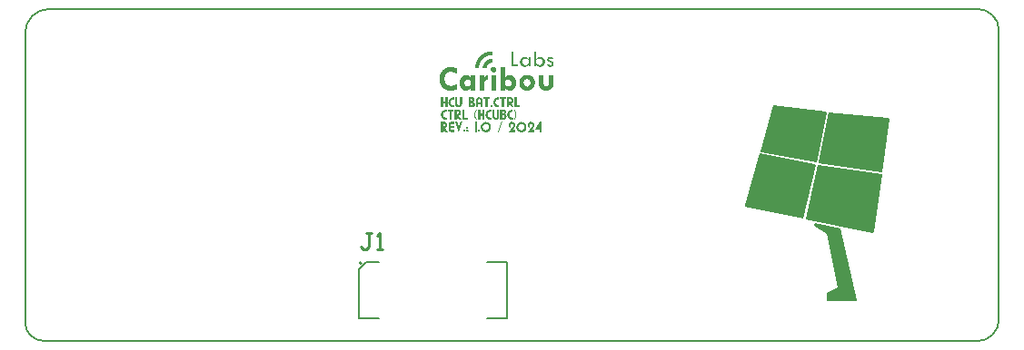
<source format=gto>
G04*
G04 #@! TF.GenerationSoftware,Altium Limited,Altium Designer,23.0.1 (38)*
G04*
G04 Layer_Color=65535*
%FSLAX25Y25*%
%MOIN*%
G70*
G04*
G04 #@! TF.SameCoordinates,B4ED9068-0949-4354-B78F-C4858C2F04AE*
G04*
G04*
G04 #@! TF.FilePolarity,Positive*
G04*
G01*
G75*
%ADD10C,0.00787*%
%ADD11C,0.00600*%
%ADD12C,0.01000*%
%ADD13C,0.00500*%
G36*
X1075807Y712028D02*
X1077647D01*
Y711288D01*
X1075033D01*
Y714091D01*
Y714109D01*
Y716654D01*
X1075807D01*
Y712028D01*
D02*
G37*
G36*
X1068084Y712733D02*
X1067826D01*
Y712715D01*
X1067706D01*
Y712698D01*
X1067637D01*
Y712681D01*
X1067551D01*
Y712664D01*
X1067499D01*
Y712647D01*
X1067448D01*
Y712629D01*
X1067396D01*
Y712612D01*
X1067345D01*
Y712595D01*
X1067293D01*
Y712578D01*
X1067259D01*
Y712561D01*
X1067224D01*
Y712543D01*
X1067190D01*
Y712526D01*
X1067155D01*
Y712509D01*
X1067121D01*
Y712492D01*
X1067087D01*
Y712475D01*
X1067052D01*
Y712457D01*
X1067018D01*
Y712440D01*
X1067001D01*
Y712423D01*
X1066966D01*
Y712406D01*
X1066932D01*
Y712389D01*
X1066915D01*
Y712371D01*
X1066897D01*
Y712354D01*
X1066863D01*
Y712337D01*
X1066846D01*
Y712320D01*
X1066811D01*
Y712303D01*
X1066794D01*
Y712286D01*
X1066777D01*
Y712268D01*
X1066760D01*
Y712251D01*
X1066743D01*
Y712234D01*
X1066708D01*
Y712217D01*
X1066691D01*
Y712199D01*
X1066674D01*
Y712182D01*
X1066657D01*
Y712165D01*
X1066640D01*
Y712148D01*
X1066622D01*
Y712131D01*
X1066605D01*
Y712114D01*
X1066588D01*
Y712096D01*
X1066571D01*
Y712079D01*
X1066553D01*
Y712062D01*
X1066536D01*
Y712045D01*
X1066519D01*
Y712028D01*
X1066502D01*
Y711993D01*
X1066485D01*
Y711976D01*
X1066467D01*
Y711959D01*
X1066450D01*
Y711941D01*
X1066433D01*
Y711907D01*
X1066416D01*
Y711890D01*
X1066399D01*
Y711873D01*
X1066381D01*
Y711838D01*
X1066364D01*
Y711821D01*
X1066347D01*
Y711787D01*
X1066330D01*
Y711769D01*
X1066313D01*
Y711735D01*
X1066296D01*
Y711718D01*
X1066278D01*
Y711684D01*
X1066261D01*
Y711649D01*
X1066244D01*
Y711615D01*
X1066227D01*
Y711580D01*
X1066210D01*
Y711546D01*
X1066192D01*
Y711512D01*
X1066175D01*
Y711477D01*
X1066158D01*
Y711425D01*
X1066141D01*
Y711391D01*
X1066123D01*
Y711340D01*
X1066106D01*
Y711288D01*
X1066089D01*
Y711219D01*
X1066072D01*
Y711167D01*
X1066055D01*
Y711082D01*
X1066037D01*
Y710995D01*
X1066020D01*
Y710875D01*
X1066003D01*
Y710652D01*
X1064610D01*
Y710910D01*
X1064627D01*
Y711082D01*
X1064644D01*
Y711202D01*
X1064662D01*
Y711305D01*
X1064679D01*
Y711391D01*
X1064696D01*
Y711477D01*
X1064713D01*
Y711546D01*
X1064730D01*
Y711597D01*
X1064748D01*
Y711666D01*
X1064765D01*
Y711718D01*
X1064782D01*
Y711769D01*
X1064799D01*
Y711821D01*
X1064816D01*
Y711873D01*
X1064834D01*
Y711907D01*
X1064851D01*
Y711959D01*
X1064868D01*
Y711993D01*
X1064885D01*
Y712045D01*
X1064902D01*
Y712079D01*
X1064919D01*
Y712114D01*
X1064937D01*
Y712148D01*
X1064954D01*
Y712182D01*
X1064971D01*
Y712217D01*
X1064988D01*
Y712251D01*
X1065006D01*
Y712286D01*
X1065023D01*
Y712320D01*
X1065040D01*
Y712354D01*
X1065057D01*
Y712389D01*
X1065074D01*
Y712406D01*
X1065092D01*
Y712440D01*
X1065109D01*
Y712475D01*
X1065126D01*
Y712492D01*
X1065143D01*
Y712526D01*
X1065160D01*
Y712543D01*
X1065178D01*
Y712578D01*
X1065195D01*
Y712595D01*
X1065212D01*
Y712612D01*
Y712629D01*
X1065229D01*
Y712647D01*
X1065246D01*
Y712681D01*
X1065263D01*
Y712698D01*
X1065281D01*
Y712733D01*
X1065298D01*
Y712750D01*
X1065315D01*
Y712767D01*
X1065332D01*
Y712784D01*
X1065349D01*
Y712819D01*
X1065367D01*
Y712836D01*
X1065384D01*
Y712853D01*
X1065401D01*
Y712870D01*
X1065418D01*
Y712905D01*
X1065436D01*
Y712922D01*
X1065453D01*
Y712939D01*
X1065470D01*
Y712956D01*
X1065487D01*
Y712973D01*
X1065504D01*
Y712991D01*
X1065522D01*
Y713008D01*
X1065539D01*
Y713042D01*
X1065556D01*
Y713059D01*
X1065573D01*
Y713077D01*
X1065590D01*
Y713094D01*
X1065607D01*
Y713111D01*
X1065625D01*
Y713128D01*
X1065642D01*
Y713145D01*
X1065659D01*
Y713163D01*
X1065676D01*
Y713180D01*
X1065693D01*
Y713197D01*
X1065728D01*
Y713214D01*
X1065745D01*
Y713231D01*
X1065762D01*
Y713249D01*
X1065779D01*
Y713266D01*
X1065797D01*
Y713283D01*
X1065814D01*
Y713300D01*
X1065831D01*
Y713317D01*
X1065848D01*
Y713335D01*
X1065883D01*
Y713352D01*
X1065900D01*
Y713369D01*
X1065917D01*
Y713386D01*
X1065934D01*
Y713403D01*
X1065969D01*
Y713421D01*
X1065986D01*
Y713438D01*
X1066003D01*
Y713455D01*
X1066037D01*
Y713472D01*
X1066055D01*
Y713489D01*
X1066072D01*
Y713507D01*
X1066106D01*
Y713524D01*
X1066123D01*
Y713541D01*
X1066158D01*
Y713558D01*
X1066175D01*
Y713575D01*
X1066210D01*
Y713593D01*
X1066244D01*
Y713610D01*
X1066261D01*
Y713627D01*
X1066296D01*
Y713644D01*
X1066313D01*
Y713661D01*
X1066347D01*
Y713679D01*
X1066381D01*
Y713696D01*
X1066416D01*
Y713713D01*
X1066450D01*
Y713730D01*
X1066467D01*
Y713747D01*
X1066502D01*
Y713765D01*
X1066536D01*
Y713782D01*
X1066571D01*
Y713799D01*
X1066622D01*
Y713816D01*
X1066657D01*
Y713833D01*
X1066691D01*
Y713851D01*
X1066725D01*
Y713868D01*
X1066777D01*
Y713885D01*
X1066811D01*
Y713902D01*
X1066863D01*
Y713919D01*
X1066897D01*
Y713937D01*
X1066949D01*
Y713954D01*
X1067001D01*
Y713971D01*
X1067052D01*
Y713988D01*
X1067121D01*
Y714005D01*
X1067173D01*
Y714023D01*
X1067241D01*
Y714040D01*
X1067327D01*
Y714057D01*
X1067396D01*
Y714074D01*
X1067499D01*
Y714091D01*
X1067620D01*
Y714109D01*
X1067775D01*
Y714126D01*
X1068084D01*
Y712733D01*
D02*
G37*
G36*
Y715519D02*
X1067792D01*
Y715502D01*
X1067585D01*
Y715485D01*
X1067448D01*
Y715467D01*
X1067327D01*
Y715450D01*
X1067224D01*
Y715433D01*
X1067138D01*
Y715416D01*
X1067052D01*
Y715399D01*
X1066966D01*
Y715381D01*
X1066897D01*
Y715364D01*
X1066829D01*
Y715347D01*
X1066777D01*
Y715330D01*
X1066708D01*
Y715312D01*
X1066657D01*
Y715295D01*
X1066605D01*
Y715278D01*
X1066553D01*
Y715261D01*
X1066502D01*
Y715244D01*
X1066450D01*
Y715227D01*
X1066399D01*
Y715209D01*
X1066347D01*
Y715192D01*
X1066313D01*
Y715175D01*
X1066261D01*
Y715158D01*
X1066227D01*
Y715140D01*
X1066192D01*
Y715123D01*
X1066141D01*
Y715106D01*
X1066106D01*
Y715089D01*
X1066072D01*
Y715072D01*
X1066037D01*
Y715055D01*
X1065986D01*
Y715037D01*
X1065952D01*
Y715020D01*
X1065917D01*
Y715003D01*
X1065883D01*
Y714986D01*
X1065848D01*
Y714968D01*
X1065814D01*
Y714951D01*
X1065797D01*
Y714934D01*
X1065762D01*
Y714917D01*
X1065728D01*
Y714900D01*
X1065693D01*
Y714883D01*
X1065659D01*
Y714865D01*
X1065642D01*
Y714848D01*
X1065607D01*
Y714831D01*
X1065573D01*
Y714814D01*
X1065556D01*
Y714796D01*
X1065522D01*
Y714779D01*
X1065487D01*
Y714762D01*
X1065470D01*
Y714745D01*
X1065436D01*
Y714728D01*
X1065418D01*
Y714711D01*
X1065384D01*
Y714693D01*
X1065367D01*
Y714676D01*
X1065332D01*
Y714659D01*
X1065315D01*
Y714642D01*
X1065281D01*
Y714625D01*
X1065263D01*
Y714607D01*
X1065246D01*
Y714590D01*
X1065212D01*
Y714573D01*
X1065195D01*
Y714556D01*
X1065178D01*
Y714538D01*
X1065143D01*
Y714521D01*
X1065126D01*
Y714504D01*
X1065109D01*
Y714487D01*
X1065074D01*
Y714470D01*
X1065057D01*
Y714453D01*
X1065040D01*
Y714435D01*
X1065023D01*
Y714418D01*
X1064988D01*
Y714401D01*
X1064971D01*
Y714384D01*
X1064954D01*
Y714366D01*
X1064937D01*
Y714349D01*
X1064919D01*
Y714332D01*
X1064902D01*
Y714315D01*
X1064868D01*
Y714298D01*
X1064851D01*
Y714281D01*
X1064834D01*
Y714263D01*
X1064816D01*
Y714246D01*
X1064799D01*
Y714229D01*
X1064782D01*
Y714212D01*
X1064765D01*
Y714194D01*
X1064748D01*
Y714177D01*
X1064730D01*
Y714160D01*
X1064713D01*
Y714143D01*
X1064696D01*
Y714126D01*
X1064679D01*
Y714109D01*
X1064662D01*
Y714091D01*
X1064644D01*
Y714074D01*
X1064627D01*
Y714057D01*
X1064610D01*
Y714040D01*
X1064593D01*
Y714023D01*
X1064576D01*
Y714005D01*
X1064558D01*
Y713988D01*
X1064541D01*
Y713971D01*
X1064524D01*
Y713954D01*
X1064507D01*
Y713937D01*
X1064490D01*
Y713919D01*
X1064472D01*
Y713902D01*
X1064455D01*
Y713885D01*
X1064438D01*
Y713868D01*
X1064421D01*
Y713833D01*
X1064404D01*
Y713816D01*
X1064386D01*
Y713799D01*
X1064369D01*
Y713782D01*
X1064352D01*
Y713765D01*
X1064335D01*
Y713747D01*
X1064318D01*
Y713713D01*
X1064300D01*
Y713696D01*
X1064283D01*
Y713679D01*
X1064266D01*
Y713661D01*
X1064249D01*
Y713627D01*
X1064232D01*
Y713610D01*
X1064214D01*
Y713593D01*
X1064197D01*
Y713558D01*
X1064180D01*
Y713541D01*
X1064163D01*
Y713524D01*
X1064146D01*
Y713489D01*
X1064128D01*
Y713472D01*
X1064111D01*
Y713438D01*
X1064094D01*
Y713421D01*
X1064077D01*
Y713403D01*
X1064060D01*
Y713369D01*
X1064042D01*
Y713352D01*
X1064025D01*
Y713317D01*
X1064008D01*
Y713300D01*
X1063991D01*
Y713266D01*
X1063974D01*
Y713231D01*
X1063956D01*
Y713214D01*
X1063939D01*
Y713180D01*
X1063922D01*
Y713163D01*
X1063905D01*
Y713128D01*
X1063888D01*
Y713094D01*
X1063870D01*
Y713059D01*
X1063853D01*
Y713042D01*
X1063836D01*
Y713008D01*
X1063819D01*
Y712973D01*
X1063802D01*
Y712939D01*
X1063784D01*
Y712905D01*
X1063767D01*
Y712870D01*
X1063750D01*
Y712836D01*
X1063733D01*
Y712801D01*
X1063716D01*
Y712767D01*
X1063698D01*
Y712733D01*
X1063681D01*
Y712698D01*
X1063664D01*
Y712664D01*
X1063647D01*
Y712629D01*
X1063630D01*
Y712578D01*
X1063612D01*
Y712543D01*
X1063595D01*
Y712509D01*
X1063578D01*
Y712457D01*
X1063561D01*
Y712423D01*
X1063544D01*
Y712371D01*
X1063526D01*
Y712320D01*
X1063509D01*
Y712286D01*
X1063492D01*
Y712234D01*
X1063475D01*
Y712182D01*
X1063458D01*
Y712131D01*
X1063440D01*
Y712062D01*
X1063423D01*
Y712010D01*
X1063406D01*
Y711941D01*
X1063389D01*
Y711890D01*
X1063372D01*
Y711821D01*
X1063354D01*
Y711752D01*
X1063337D01*
Y711666D01*
X1063320D01*
Y711580D01*
X1063303D01*
Y711494D01*
X1063286D01*
Y711391D01*
X1063268D01*
Y711253D01*
X1063251D01*
Y711099D01*
X1063234D01*
Y710841D01*
X1063217D01*
Y710652D01*
X1061841D01*
Y710858D01*
Y710875D01*
Y711133D01*
X1061858D01*
Y711322D01*
X1061875D01*
Y711477D01*
X1061893D01*
Y711597D01*
X1061910D01*
Y711701D01*
X1061927D01*
Y711804D01*
X1061944D01*
Y711890D01*
X1061961D01*
Y711976D01*
X1061979D01*
Y712045D01*
X1061996D01*
Y712131D01*
X1062013D01*
Y712199D01*
X1062030D01*
Y712268D01*
X1062047D01*
Y712320D01*
X1062064D01*
Y712389D01*
X1062082D01*
Y712440D01*
X1062099D01*
Y712509D01*
X1062116D01*
Y712561D01*
X1062133D01*
Y712612D01*
X1062150D01*
Y712664D01*
X1062168D01*
Y712715D01*
X1062185D01*
Y712767D01*
X1062202D01*
Y712819D01*
X1062219D01*
Y712853D01*
X1062236D01*
Y712905D01*
X1062254D01*
Y712939D01*
X1062271D01*
Y712991D01*
X1062288D01*
Y713025D01*
X1062305D01*
Y713077D01*
X1062323D01*
Y713111D01*
X1062340D01*
Y713145D01*
X1062357D01*
Y713197D01*
X1062374D01*
Y713231D01*
X1062391D01*
Y713266D01*
X1062409D01*
Y713300D01*
X1062426D01*
Y713335D01*
X1062443D01*
Y713369D01*
X1062460D01*
Y713421D01*
X1062477D01*
Y713455D01*
X1062494D01*
Y713489D01*
X1062512D01*
Y713507D01*
X1062529D01*
Y713541D01*
X1062546D01*
Y713575D01*
X1062563D01*
Y713610D01*
X1062580D01*
Y713644D01*
X1062598D01*
Y713679D01*
X1062615D01*
Y713713D01*
X1062632D01*
Y713730D01*
X1062649D01*
Y713765D01*
X1062667D01*
Y713799D01*
X1062684D01*
Y713833D01*
X1062701D01*
Y713851D01*
X1062718D01*
Y713885D01*
X1062735D01*
Y713919D01*
X1062753D01*
Y713937D01*
X1062770D01*
Y713971D01*
X1062787D01*
Y713988D01*
X1062804D01*
Y714023D01*
X1062821D01*
Y714057D01*
X1062838D01*
Y714074D01*
X1062856D01*
Y714109D01*
X1062873D01*
Y714126D01*
X1062890D01*
Y714160D01*
X1062907D01*
Y714177D01*
X1062924D01*
Y714212D01*
X1062942D01*
Y714229D01*
X1062959D01*
Y714246D01*
X1062976D01*
Y714281D01*
X1062993D01*
Y714298D01*
X1063011D01*
Y714332D01*
X1063028D01*
Y714349D01*
X1063045D01*
Y714366D01*
X1063062D01*
Y714401D01*
X1063079D01*
Y714418D01*
X1063097D01*
Y714435D01*
X1063114D01*
Y714470D01*
X1063131D01*
Y714487D01*
X1063148D01*
Y714504D01*
X1063165D01*
Y714538D01*
X1063183D01*
Y714556D01*
X1063200D01*
Y714573D01*
X1063217D01*
Y714590D01*
X1063234D01*
Y714625D01*
X1063251D01*
Y714642D01*
X1063268D01*
Y714659D01*
X1063286D01*
Y714676D01*
X1063303D01*
Y714693D01*
X1063320D01*
Y714728D01*
X1063337D01*
Y714745D01*
X1063354D01*
Y714762D01*
X1063372D01*
Y714779D01*
X1063389D01*
Y714796D01*
X1063406D01*
Y714814D01*
X1063423D01*
Y714831D01*
X1063440D01*
Y714848D01*
X1063458D01*
Y714883D01*
X1063475D01*
Y714900D01*
X1063492D01*
Y714917D01*
X1063509D01*
Y714934D01*
X1063526D01*
Y714951D01*
X1063544D01*
Y714968D01*
X1063561D01*
Y714986D01*
X1063578D01*
Y715003D01*
X1063595D01*
Y715020D01*
X1063612D01*
Y715037D01*
X1063630D01*
Y715055D01*
X1063647D01*
Y715072D01*
X1063664D01*
Y715089D01*
X1063681D01*
Y715106D01*
X1063698D01*
Y715123D01*
X1063716D01*
Y715140D01*
X1063733D01*
Y715158D01*
X1063750D01*
Y715175D01*
X1063767D01*
Y715192D01*
X1063784D01*
Y715209D01*
X1063802D01*
Y715227D01*
X1063819D01*
Y715244D01*
X1063836D01*
Y715261D01*
X1063853D01*
Y715278D01*
X1063870D01*
Y715295D01*
X1063905D01*
Y715312D01*
X1063922D01*
Y715330D01*
X1063939D01*
Y715347D01*
X1063956D01*
Y715364D01*
X1063974D01*
Y715381D01*
X1063991D01*
Y715399D01*
X1064008D01*
Y715416D01*
X1064042D01*
Y715433D01*
X1064060D01*
Y715450D01*
X1064077D01*
Y715467D01*
X1064094D01*
Y715485D01*
X1064111D01*
Y715502D01*
X1064146D01*
Y715519D01*
X1064163D01*
Y715536D01*
X1064180D01*
Y715553D01*
X1064197D01*
Y715570D01*
X1064232D01*
Y715588D01*
X1064249D01*
Y715605D01*
X1064266D01*
Y715622D01*
X1064283D01*
Y715639D01*
X1064318D01*
Y715657D01*
X1064335D01*
Y715674D01*
X1064352D01*
Y715691D01*
X1064386D01*
Y715708D01*
X1064404D01*
Y715725D01*
X1064438D01*
Y715742D01*
X1064455D01*
Y715760D01*
X1064472D01*
Y715777D01*
X1064507D01*
Y715794D01*
X1064524D01*
Y715811D01*
X1064558D01*
Y715829D01*
X1064576D01*
Y715846D01*
X1064610D01*
Y715863D01*
X1064627D01*
Y715880D01*
X1064662D01*
Y715897D01*
X1064679D01*
Y715914D01*
X1064713D01*
Y715932D01*
X1064730D01*
Y715949D01*
X1064765D01*
Y715966D01*
X1064799D01*
Y715983D01*
X1064816D01*
Y716001D01*
X1064851D01*
Y716018D01*
X1064868D01*
Y716035D01*
X1064902D01*
Y716052D01*
X1064937D01*
Y716069D01*
X1064971D01*
Y716086D01*
X1064988D01*
Y716104D01*
X1065023D01*
Y716121D01*
X1065057D01*
Y716138D01*
X1065092D01*
Y716155D01*
X1065126D01*
Y716172D01*
X1065143D01*
Y716190D01*
X1065178D01*
Y716207D01*
X1065212D01*
Y716224D01*
X1065246D01*
Y716241D01*
X1065281D01*
Y716258D01*
X1065315D01*
Y716276D01*
X1065349D01*
Y716293D01*
X1065384D01*
Y716310D01*
X1065418D01*
Y716327D01*
X1065470D01*
Y716344D01*
X1065504D01*
Y716362D01*
X1065539D01*
Y716379D01*
X1065573D01*
Y716396D01*
X1065607D01*
Y716413D01*
X1065659D01*
Y716430D01*
X1065693D01*
Y716448D01*
X1065745D01*
Y716465D01*
X1065779D01*
Y716482D01*
X1065831D01*
Y716499D01*
X1065866D01*
Y716516D01*
X1065917D01*
Y716534D01*
X1065969D01*
Y716551D01*
X1066003D01*
Y716568D01*
X1066055D01*
Y716585D01*
X1066106D01*
Y716602D01*
X1066158D01*
Y716620D01*
X1066227D01*
Y716637D01*
X1066278D01*
Y716654D01*
X1066330D01*
Y716671D01*
X1066399D01*
Y716688D01*
X1066450D01*
Y716706D01*
X1066519D01*
Y716723D01*
X1066588D01*
Y716740D01*
X1066657D01*
Y716757D01*
X1066743D01*
Y716774D01*
X1066829D01*
Y716792D01*
X1066915D01*
Y716809D01*
X1067001D01*
Y716826D01*
X1067104D01*
Y716843D01*
X1067224D01*
Y716860D01*
X1067362D01*
Y716878D01*
X1067551D01*
Y716895D01*
X1067826D01*
Y716912D01*
X1068084D01*
Y715519D01*
D02*
G37*
G36*
X1068738Y711150D02*
X1068841D01*
Y711133D01*
X1068910D01*
Y711116D01*
X1068961D01*
Y711099D01*
X1068996D01*
Y711082D01*
X1069030D01*
Y711064D01*
X1069065D01*
Y711047D01*
X1069099D01*
Y711030D01*
X1069133D01*
Y711013D01*
X1069151D01*
Y710995D01*
X1069185D01*
Y710978D01*
X1069202D01*
Y710961D01*
X1069236D01*
Y710944D01*
X1069254D01*
Y710927D01*
X1069271D01*
Y710910D01*
X1069288D01*
Y710892D01*
X1069305D01*
Y710875D01*
X1069322D01*
Y710858D01*
X1069340D01*
Y710841D01*
X1069357D01*
Y710823D01*
X1069374D01*
Y710806D01*
X1069391D01*
Y710789D01*
X1069409D01*
Y710755D01*
X1069426D01*
Y710738D01*
X1069443D01*
Y710720D01*
X1069460D01*
Y710686D01*
X1069477D01*
Y710669D01*
X1069495D01*
Y710634D01*
X1069512D01*
Y710600D01*
X1069529D01*
Y710566D01*
X1069546D01*
Y710531D01*
X1069563D01*
Y710480D01*
X1069580D01*
Y710428D01*
X1069598D01*
Y710359D01*
X1069615D01*
Y710239D01*
X1069632D01*
Y710032D01*
X1069615D01*
Y709912D01*
X1069598D01*
Y709843D01*
X1069580D01*
Y709792D01*
X1069563D01*
Y709740D01*
X1069546D01*
Y709706D01*
X1069529D01*
Y709671D01*
X1069512D01*
Y709637D01*
X1069495D01*
Y709602D01*
X1069477D01*
Y709585D01*
X1069460D01*
Y709551D01*
X1069443D01*
Y709534D01*
X1069426D01*
Y709516D01*
X1069409D01*
Y709482D01*
X1069391D01*
Y709465D01*
X1069374D01*
Y709448D01*
X1069357D01*
Y709430D01*
X1069340D01*
Y709413D01*
X1069322D01*
Y709396D01*
X1069305D01*
Y709379D01*
X1069288D01*
Y709362D01*
X1069271D01*
Y709344D01*
X1069254D01*
Y709327D01*
X1069236D01*
Y709310D01*
X1069202D01*
Y709293D01*
X1069185D01*
Y709276D01*
X1069151D01*
Y709258D01*
X1069133D01*
Y709241D01*
X1069099D01*
Y709224D01*
X1069065D01*
Y709207D01*
X1069030D01*
Y709190D01*
X1068996D01*
Y709172D01*
X1068961D01*
Y709155D01*
X1068910D01*
Y709138D01*
X1068841D01*
Y709121D01*
X1068738D01*
Y709104D01*
X1068445D01*
Y709121D01*
X1068342D01*
Y709138D01*
X1068273D01*
Y709155D01*
X1068239D01*
Y709172D01*
X1068187D01*
Y709190D01*
X1068153D01*
Y709207D01*
X1068119D01*
Y709224D01*
X1068084D01*
Y709241D01*
X1068050D01*
Y709258D01*
X1068033D01*
Y709276D01*
X1067998D01*
Y709293D01*
X1067981D01*
Y709310D01*
X1067964D01*
Y709327D01*
X1067947D01*
Y709344D01*
X1067912D01*
Y709362D01*
X1067895D01*
Y709379D01*
X1067878D01*
Y709396D01*
X1067861D01*
Y709413D01*
X1067843D01*
Y709430D01*
X1067826D01*
Y709448D01*
X1067809D01*
Y709465D01*
X1067792D01*
Y709499D01*
X1067775D01*
Y709516D01*
X1067757D01*
Y709534D01*
X1067740D01*
Y709568D01*
X1067723D01*
Y709585D01*
X1067706D01*
Y709620D01*
X1067689D01*
Y709654D01*
X1067671D01*
Y709688D01*
X1067654D01*
Y709723D01*
X1067637D01*
Y709757D01*
X1067620D01*
Y709809D01*
X1067603D01*
Y709860D01*
X1067585D01*
Y709946D01*
X1067568D01*
Y710342D01*
X1067585D01*
Y710411D01*
X1067603D01*
Y710480D01*
X1067620D01*
Y710514D01*
X1067637D01*
Y710548D01*
X1067654D01*
Y710600D01*
X1067671D01*
Y710617D01*
X1067689D01*
Y710652D01*
X1067706D01*
Y710686D01*
X1067723D01*
Y710703D01*
X1067740D01*
Y710738D01*
X1067757D01*
Y710755D01*
X1067775D01*
Y710772D01*
X1067792D01*
Y710806D01*
X1067809D01*
Y710823D01*
X1067826D01*
Y710841D01*
X1067843D01*
Y710858D01*
X1067861D01*
Y710875D01*
X1067878D01*
Y710892D01*
X1067895D01*
Y710910D01*
X1067912D01*
Y710927D01*
X1067947D01*
Y710944D01*
X1067964D01*
Y710961D01*
X1067981D01*
Y710978D01*
X1067998D01*
Y710995D01*
X1068033D01*
Y711013D01*
X1068050D01*
Y711030D01*
X1068084D01*
Y711047D01*
X1068119D01*
Y711064D01*
X1068153D01*
Y711082D01*
X1068187D01*
Y711099D01*
X1068239D01*
Y711116D01*
X1068291D01*
Y711133D01*
X1068342D01*
Y711150D01*
X1068445D01*
Y711167D01*
X1068738D01*
Y711150D01*
D02*
G37*
G36*
X1053155Y711116D02*
X1053362D01*
Y711099D01*
X1053499D01*
Y711082D01*
X1053620D01*
Y711064D01*
X1053723D01*
Y711047D01*
X1053826D01*
Y711030D01*
X1053912D01*
Y711013D01*
X1053981D01*
Y710995D01*
X1054050D01*
Y710978D01*
X1054136D01*
Y710961D01*
X1054187D01*
Y710944D01*
X1054256D01*
Y710927D01*
X1054325D01*
Y710910D01*
X1054377D01*
Y710892D01*
X1054428D01*
Y710875D01*
X1054497D01*
Y710858D01*
X1054549D01*
Y710841D01*
X1054600D01*
Y710823D01*
X1054652D01*
Y710806D01*
X1054703D01*
Y710789D01*
X1054755D01*
Y710772D01*
X1054789D01*
Y710755D01*
X1054841D01*
Y710738D01*
X1054893D01*
Y710720D01*
X1054927D01*
Y710703D01*
X1054978D01*
Y710686D01*
X1055013D01*
Y710669D01*
X1055064D01*
Y710652D01*
X1055099D01*
Y710634D01*
X1055151D01*
Y710617D01*
X1055185D01*
Y710600D01*
X1055219D01*
Y710583D01*
X1055254D01*
Y710566D01*
X1055271D01*
Y708502D01*
X1055254D01*
Y708519D01*
X1055237D01*
Y708536D01*
X1055202D01*
Y708553D01*
X1055168D01*
Y708570D01*
X1055133D01*
Y708588D01*
X1055116D01*
Y708605D01*
X1055082D01*
Y708622D01*
X1055047D01*
Y708639D01*
X1055013D01*
Y708657D01*
X1054996D01*
Y708674D01*
X1054961D01*
Y708691D01*
X1054927D01*
Y708708D01*
X1054893D01*
Y708725D01*
X1054858D01*
Y708743D01*
X1054824D01*
Y708760D01*
X1054789D01*
Y708777D01*
X1054755D01*
Y708794D01*
X1054721D01*
Y708811D01*
X1054686D01*
Y708828D01*
X1054652D01*
Y708846D01*
X1054617D01*
Y708863D01*
X1054583D01*
Y708880D01*
X1054549D01*
Y708897D01*
X1054514D01*
Y708915D01*
X1054480D01*
Y708932D01*
X1054445D01*
Y708949D01*
X1054394D01*
Y708966D01*
X1054359D01*
Y708983D01*
X1054325D01*
Y709000D01*
X1054273D01*
Y709018D01*
X1054239D01*
Y709035D01*
X1054187D01*
Y709052D01*
X1054153D01*
Y709069D01*
X1054101D01*
Y709086D01*
X1054050D01*
Y709104D01*
X1053998D01*
Y709121D01*
X1053947D01*
Y709138D01*
X1053895D01*
Y709155D01*
X1053843D01*
Y709172D01*
X1053792D01*
Y709190D01*
X1053723D01*
Y709207D01*
X1053671D01*
Y709224D01*
X1053603D01*
Y709241D01*
X1053517D01*
Y709258D01*
X1053448D01*
Y709276D01*
X1053345D01*
Y709293D01*
X1053241D01*
Y709310D01*
X1053069D01*
Y709327D01*
X1052657D01*
Y709310D01*
X1052502D01*
Y709293D01*
X1052399D01*
Y709276D01*
X1052313D01*
Y709258D01*
X1052244D01*
Y709241D01*
X1052175D01*
Y709224D01*
X1052124D01*
Y709207D01*
X1052072D01*
Y709190D01*
X1052020D01*
Y709172D01*
X1051969D01*
Y709155D01*
X1051934D01*
Y709138D01*
X1051900D01*
Y709121D01*
X1051865D01*
Y709104D01*
X1051831D01*
Y709086D01*
X1051797D01*
Y709069D01*
X1051762D01*
Y709052D01*
X1051728D01*
Y709035D01*
X1051694D01*
Y709018D01*
X1051676D01*
Y709000D01*
X1051642D01*
Y708983D01*
X1051625D01*
Y708966D01*
X1051590D01*
Y708949D01*
X1051573D01*
Y708932D01*
X1051556D01*
Y708915D01*
X1051521D01*
Y708897D01*
X1051504D01*
Y708880D01*
X1051487D01*
Y708863D01*
X1051453D01*
Y708846D01*
X1051435D01*
Y708828D01*
X1051418D01*
Y708811D01*
X1051401D01*
Y708794D01*
X1051384D01*
Y708777D01*
X1051367D01*
Y708760D01*
X1051350D01*
Y708743D01*
X1051332D01*
Y708725D01*
X1051315D01*
Y708708D01*
X1051298D01*
Y708691D01*
X1051281D01*
Y708674D01*
X1051264D01*
Y708657D01*
X1051246D01*
Y708639D01*
X1051229D01*
Y708622D01*
X1051212D01*
Y708605D01*
X1051195D01*
Y708588D01*
X1051178D01*
Y708553D01*
X1051160D01*
Y708536D01*
X1051143D01*
Y708519D01*
X1051126D01*
Y708502D01*
X1051109D01*
Y708467D01*
X1051092D01*
Y708450D01*
X1051074D01*
Y708416D01*
X1051057D01*
Y708398D01*
X1051040D01*
Y708381D01*
X1051023D01*
Y708347D01*
X1051006D01*
Y708313D01*
X1050988D01*
Y708295D01*
X1050971D01*
Y708261D01*
X1050954D01*
Y708226D01*
X1050937D01*
Y708192D01*
X1050920D01*
Y708175D01*
X1050902D01*
Y708141D01*
X1050885D01*
Y708106D01*
X1050868D01*
Y708054D01*
X1050851D01*
Y708020D01*
X1050834D01*
Y707986D01*
X1050816D01*
Y707934D01*
X1050799D01*
Y707900D01*
X1050782D01*
Y707848D01*
X1050765D01*
Y707796D01*
X1050748D01*
Y707745D01*
X1050730D01*
Y707693D01*
X1050713D01*
Y707624D01*
X1050696D01*
Y707556D01*
X1050679D01*
Y707487D01*
X1050662D01*
Y707401D01*
X1050644D01*
Y707298D01*
X1050627D01*
Y707160D01*
X1050610D01*
Y706971D01*
X1050593D01*
Y706472D01*
X1050610D01*
Y706283D01*
X1050627D01*
Y706163D01*
X1050644D01*
Y706059D01*
X1050662D01*
Y705991D01*
X1050679D01*
Y705922D01*
X1050696D01*
Y705853D01*
X1050713D01*
Y705784D01*
X1050730D01*
Y705733D01*
X1050748D01*
Y705681D01*
X1050765D01*
Y705647D01*
X1050782D01*
Y705595D01*
X1050799D01*
Y705561D01*
X1050816D01*
Y705509D01*
X1050834D01*
Y705475D01*
X1050851D01*
Y705440D01*
X1050868D01*
Y705406D01*
X1050885D01*
Y705372D01*
X1050902D01*
Y705337D01*
X1050920D01*
Y705320D01*
X1050937D01*
Y705286D01*
X1050954D01*
Y705251D01*
X1050971D01*
Y705234D01*
X1050988D01*
Y705199D01*
X1051006D01*
Y705182D01*
X1051023D01*
Y705148D01*
X1051040D01*
Y705131D01*
X1051057D01*
Y705096D01*
X1051074D01*
Y705079D01*
X1051092D01*
Y705062D01*
X1051109D01*
Y705027D01*
X1051126D01*
Y705010D01*
X1051143D01*
Y704993D01*
X1051160D01*
Y704976D01*
X1051178D01*
Y704959D01*
X1051195D01*
Y704942D01*
X1051212D01*
Y704907D01*
X1051229D01*
Y704890D01*
X1051246D01*
Y704873D01*
X1051264D01*
Y704855D01*
X1051281D01*
Y704838D01*
X1051298D01*
Y704821D01*
X1051315D01*
Y704804D01*
X1051332D01*
Y704787D01*
X1051367D01*
Y704770D01*
X1051384D01*
Y704752D01*
X1051401D01*
Y704735D01*
X1051418D01*
Y704718D01*
X1051435D01*
Y704701D01*
X1051453D01*
Y704683D01*
X1051487D01*
Y704666D01*
X1051504D01*
Y704649D01*
X1051521D01*
Y704632D01*
X1051556D01*
Y704615D01*
X1051573D01*
Y704598D01*
X1051590D01*
Y704580D01*
X1051625D01*
Y704563D01*
X1051659D01*
Y704546D01*
X1051676D01*
Y704529D01*
X1051711D01*
Y704511D01*
X1051745D01*
Y704494D01*
X1051762D01*
Y704477D01*
X1051797D01*
Y704460D01*
X1051831D01*
Y704443D01*
X1051865D01*
Y704425D01*
X1051900D01*
Y704408D01*
X1051952D01*
Y704391D01*
X1051986D01*
Y704374D01*
X1052038D01*
Y704357D01*
X1052089D01*
Y704340D01*
X1052124D01*
Y704322D01*
X1052192D01*
Y704305D01*
X1052244D01*
Y704288D01*
X1052313D01*
Y704271D01*
X1052382D01*
Y704253D01*
X1052485D01*
Y704236D01*
X1052588D01*
Y704219D01*
X1052760D01*
Y704202D01*
X1053190D01*
Y704219D01*
X1053345D01*
Y704236D01*
X1053448D01*
Y704253D01*
X1053551D01*
Y704271D01*
X1053620D01*
Y704288D01*
X1053689D01*
Y704305D01*
X1053757D01*
Y704322D01*
X1053826D01*
Y704340D01*
X1053878D01*
Y704357D01*
X1053947D01*
Y704374D01*
X1053998D01*
Y704391D01*
X1054050D01*
Y704408D01*
X1054101D01*
Y704425D01*
X1054136D01*
Y704443D01*
X1054187D01*
Y704460D01*
X1054239D01*
Y704477D01*
X1054273D01*
Y704494D01*
X1054325D01*
Y704511D01*
X1054359D01*
Y704529D01*
X1054411D01*
Y704546D01*
X1054445D01*
Y704563D01*
X1054480D01*
Y704580D01*
X1054531D01*
Y704598D01*
X1054566D01*
Y704615D01*
X1054600D01*
Y704632D01*
X1054634D01*
Y704649D01*
X1054669D01*
Y704666D01*
X1054703D01*
Y704683D01*
X1054738D01*
Y704701D01*
X1054772D01*
Y704718D01*
X1054807D01*
Y704735D01*
X1054841D01*
Y704752D01*
X1054875D01*
Y704770D01*
X1054910D01*
Y704787D01*
X1054944D01*
Y704804D01*
X1054978D01*
Y704821D01*
X1055013D01*
Y704838D01*
X1055047D01*
Y704855D01*
X1055082D01*
Y704873D01*
X1055099D01*
Y704890D01*
X1055133D01*
Y704907D01*
X1055168D01*
Y704924D01*
X1055202D01*
Y704942D01*
X1055219D01*
Y704959D01*
X1055254D01*
Y704976D01*
X1055271D01*
Y702912D01*
X1055254D01*
Y702895D01*
X1055202D01*
Y702878D01*
X1055151D01*
Y702860D01*
X1055099D01*
Y702843D01*
X1055047D01*
Y702826D01*
X1054996D01*
Y702809D01*
X1054944D01*
Y702792D01*
X1054875D01*
Y702774D01*
X1054824D01*
Y702757D01*
X1054772D01*
Y702740D01*
X1054703D01*
Y702723D01*
X1054652D01*
Y702706D01*
X1054583D01*
Y702688D01*
X1054514D01*
Y702671D01*
X1054445D01*
Y702654D01*
X1054394D01*
Y702637D01*
X1054325D01*
Y702620D01*
X1054256D01*
Y702602D01*
X1054170D01*
Y702585D01*
X1054101D01*
Y702568D01*
X1054015D01*
Y702551D01*
X1053947D01*
Y702534D01*
X1053843D01*
Y702516D01*
X1053757D01*
Y702499D01*
X1053654D01*
Y702482D01*
X1053551D01*
Y702465D01*
X1053431D01*
Y702448D01*
X1053276D01*
Y702430D01*
X1053069D01*
Y702413D01*
X1052502D01*
Y702430D01*
X1052295D01*
Y702448D01*
X1052158D01*
Y702465D01*
X1052055D01*
Y702482D01*
X1051969D01*
Y702499D01*
X1051883D01*
Y702516D01*
X1051814D01*
Y702534D01*
X1051745D01*
Y702551D01*
X1051676D01*
Y702568D01*
X1051608D01*
Y702585D01*
X1051556D01*
Y702602D01*
X1051504D01*
Y702620D01*
X1051453D01*
Y702637D01*
X1051401D01*
Y702654D01*
X1051367D01*
Y702671D01*
X1051315D01*
Y702688D01*
X1051281D01*
Y702706D01*
X1051229D01*
Y702723D01*
X1051195D01*
Y702740D01*
X1051160D01*
Y702757D01*
X1051109D01*
Y702774D01*
X1051074D01*
Y702792D01*
X1051040D01*
Y702809D01*
X1051006D01*
Y702826D01*
X1050971D01*
Y702843D01*
X1050937D01*
Y702860D01*
X1050920D01*
Y702878D01*
X1050885D01*
Y702895D01*
X1050851D01*
Y702912D01*
X1050816D01*
Y702929D01*
X1050782D01*
Y702946D01*
X1050765D01*
Y702964D01*
X1050730D01*
Y702981D01*
X1050713D01*
Y702998D01*
X1050679D01*
Y703015D01*
X1050644D01*
Y703032D01*
X1050627D01*
Y703050D01*
X1050593D01*
Y703067D01*
X1050576D01*
Y703084D01*
X1050541D01*
Y703101D01*
X1050524D01*
Y703118D01*
X1050507D01*
Y703136D01*
X1050472D01*
Y703153D01*
X1050455D01*
Y703170D01*
X1050438D01*
Y703187D01*
X1050404D01*
Y703204D01*
X1050386D01*
Y703222D01*
X1050369D01*
Y703239D01*
X1050335D01*
Y703256D01*
X1050318D01*
Y703273D01*
X1050300D01*
Y703290D01*
X1050283D01*
Y703308D01*
X1050249D01*
Y703325D01*
X1050232D01*
Y703342D01*
X1050214D01*
Y703359D01*
X1050197D01*
Y703376D01*
X1050180D01*
Y703394D01*
X1050163D01*
Y703411D01*
X1050146D01*
Y703428D01*
X1050111D01*
Y703445D01*
X1050094D01*
Y703462D01*
X1050077D01*
Y703480D01*
X1050060D01*
Y703497D01*
X1050042D01*
Y703514D01*
X1050025D01*
Y703531D01*
X1050008D01*
Y703548D01*
X1049991D01*
Y703566D01*
X1049974D01*
Y703583D01*
X1049956D01*
Y703600D01*
X1049939D01*
Y703617D01*
X1049922D01*
Y703634D01*
X1049905D01*
Y703652D01*
X1049888D01*
Y703669D01*
X1049870D01*
Y703686D01*
X1049853D01*
Y703703D01*
X1049836D01*
Y703720D01*
X1049819D01*
Y703738D01*
X1049802D01*
Y703772D01*
X1049784D01*
Y703789D01*
X1049767D01*
Y703806D01*
X1049750D01*
Y703824D01*
X1049733D01*
Y703841D01*
X1049716D01*
Y703858D01*
X1049698D01*
Y703875D01*
X1049681D01*
Y703910D01*
X1049664D01*
Y703927D01*
X1049647D01*
Y703944D01*
X1049630D01*
Y703961D01*
X1049612D01*
Y703996D01*
X1049595D01*
Y704013D01*
X1049578D01*
Y704030D01*
X1049561D01*
Y704064D01*
X1049544D01*
Y704081D01*
X1049526D01*
Y704099D01*
X1049509D01*
Y704133D01*
X1049492D01*
Y704150D01*
X1049475D01*
Y704168D01*
X1049458D01*
Y704202D01*
X1049440D01*
Y704219D01*
X1049423D01*
Y704253D01*
X1049406D01*
Y704271D01*
X1049389D01*
Y704305D01*
X1049372D01*
Y704322D01*
X1049354D01*
Y704357D01*
X1049337D01*
Y704374D01*
X1049320D01*
Y704408D01*
X1049303D01*
Y704443D01*
X1049286D01*
Y704460D01*
X1049269D01*
Y704494D01*
X1049251D01*
Y704529D01*
X1049234D01*
Y704563D01*
X1049217D01*
Y704580D01*
X1049200D01*
Y704615D01*
X1049183D01*
Y704649D01*
X1049165D01*
Y704683D01*
X1049148D01*
Y704718D01*
X1049131D01*
Y704752D01*
X1049114D01*
Y704787D01*
X1049096D01*
Y704821D01*
X1049079D01*
Y704855D01*
X1049062D01*
Y704907D01*
X1049045D01*
Y704942D01*
X1049028D01*
Y704976D01*
X1049010D01*
Y705027D01*
X1048993D01*
Y705062D01*
X1048976D01*
Y705114D01*
X1048959D01*
Y705165D01*
X1048942D01*
Y705199D01*
X1048925D01*
Y705251D01*
X1048907D01*
Y705303D01*
X1048890D01*
Y705372D01*
X1048873D01*
Y705423D01*
X1048856D01*
Y705492D01*
X1048839D01*
Y705544D01*
X1048821D01*
Y705629D01*
X1048804D01*
Y705698D01*
X1048787D01*
Y705784D01*
X1048770D01*
Y705870D01*
X1048752D01*
Y705973D01*
X1048735D01*
Y706111D01*
X1048718D01*
Y706266D01*
X1048701D01*
Y706541D01*
X1048684D01*
Y706937D01*
X1048701D01*
Y707212D01*
X1048718D01*
Y707384D01*
X1048735D01*
Y707504D01*
X1048752D01*
Y707607D01*
X1048770D01*
Y707711D01*
X1048787D01*
Y707779D01*
X1048804D01*
Y707865D01*
X1048821D01*
Y707934D01*
X1048839D01*
Y708003D01*
X1048856D01*
Y708054D01*
X1048873D01*
Y708123D01*
X1048890D01*
Y708175D01*
X1048907D01*
Y708226D01*
X1048925D01*
Y708278D01*
X1048942D01*
Y708330D01*
X1048959D01*
Y708381D01*
X1048976D01*
Y708416D01*
X1048993D01*
Y708467D01*
X1049010D01*
Y708502D01*
X1049028D01*
Y708553D01*
X1049045D01*
Y708588D01*
X1049062D01*
Y708622D01*
X1049079D01*
Y708674D01*
X1049096D01*
Y708708D01*
X1049114D01*
Y708743D01*
X1049131D01*
Y708777D01*
X1049148D01*
Y708811D01*
X1049165D01*
Y708846D01*
X1049183D01*
Y708880D01*
X1049200D01*
Y708915D01*
X1049217D01*
Y708932D01*
X1049234D01*
Y708966D01*
X1049251D01*
Y709000D01*
X1049269D01*
Y709035D01*
X1049286D01*
Y709052D01*
X1049303D01*
Y709086D01*
X1049320D01*
Y709121D01*
X1049337D01*
Y709138D01*
X1049354D01*
Y709172D01*
X1049372D01*
Y709190D01*
X1049389D01*
Y709224D01*
X1049406D01*
Y709241D01*
X1049423D01*
Y709276D01*
X1049440D01*
Y709293D01*
X1049458D01*
Y709327D01*
X1049475D01*
Y709344D01*
X1049492D01*
Y709379D01*
X1049509D01*
Y709396D01*
X1049526D01*
Y709413D01*
X1049544D01*
Y709448D01*
X1049561D01*
Y709465D01*
X1049578D01*
Y709482D01*
X1049595D01*
Y709516D01*
X1049612D01*
Y709534D01*
X1049630D01*
Y709551D01*
X1049647D01*
Y709568D01*
X1049664D01*
Y709602D01*
X1049681D01*
Y709620D01*
X1049698D01*
Y709637D01*
X1049716D01*
Y709654D01*
X1049733D01*
Y709671D01*
X1049750D01*
Y709706D01*
X1049767D01*
Y709723D01*
X1049784D01*
Y709740D01*
X1049802D01*
Y709757D01*
X1049819D01*
Y709774D01*
X1049836D01*
Y709792D01*
X1049853D01*
Y709809D01*
X1049870D01*
Y709826D01*
X1049888D01*
Y709843D01*
X1049905D01*
Y709860D01*
X1049922D01*
Y709878D01*
X1049939D01*
Y709912D01*
X1049956D01*
Y709929D01*
X1049974D01*
Y709946D01*
X1049991D01*
Y709964D01*
X1050008D01*
Y709981D01*
X1050025D01*
Y709998D01*
X1050060D01*
Y710015D01*
X1050077D01*
Y710032D01*
X1050094D01*
Y710050D01*
X1050111D01*
Y710067D01*
X1050128D01*
Y710084D01*
X1050146D01*
Y710101D01*
X1050163D01*
Y710118D01*
X1050180D01*
Y710136D01*
X1050197D01*
Y710153D01*
X1050214D01*
Y710170D01*
X1050249D01*
Y710187D01*
X1050266D01*
Y710204D01*
X1050283D01*
Y710222D01*
X1050300D01*
Y710239D01*
X1050318D01*
Y710256D01*
X1050352D01*
Y710273D01*
X1050369D01*
Y710290D01*
X1050386D01*
Y710308D01*
X1050404D01*
Y710325D01*
X1050438D01*
Y710342D01*
X1050455D01*
Y710359D01*
X1050472D01*
Y710376D01*
X1050507D01*
Y710394D01*
X1050524D01*
Y710411D01*
X1050541D01*
Y710428D01*
X1050576D01*
Y710445D01*
X1050593D01*
Y710462D01*
X1050627D01*
Y710480D01*
X1050644D01*
Y710497D01*
X1050679D01*
Y710514D01*
X1050696D01*
Y710531D01*
X1050730D01*
Y710548D01*
X1050765D01*
Y710566D01*
X1050782D01*
Y710583D01*
X1050816D01*
Y710600D01*
X1050851D01*
Y710617D01*
X1050868D01*
Y710634D01*
X1050902D01*
Y710652D01*
X1050937D01*
Y710669D01*
X1050971D01*
Y710686D01*
X1051006D01*
Y710703D01*
X1051040D01*
Y710720D01*
X1051074D01*
Y710738D01*
X1051109D01*
Y710755D01*
X1051143D01*
Y710772D01*
X1051178D01*
Y710789D01*
X1051212D01*
Y710806D01*
X1051246D01*
Y710823D01*
X1051298D01*
Y710841D01*
X1051332D01*
Y710858D01*
X1051384D01*
Y710875D01*
X1051418D01*
Y710892D01*
X1051470D01*
Y710910D01*
X1051521D01*
Y710927D01*
X1051573D01*
Y710944D01*
X1051625D01*
Y710961D01*
X1051676D01*
Y710978D01*
X1051745D01*
Y710995D01*
X1051797D01*
Y711013D01*
X1051865D01*
Y711030D01*
X1051952D01*
Y711047D01*
X1052038D01*
Y711064D01*
X1052124D01*
Y711082D01*
X1052244D01*
Y711099D01*
X1052382D01*
Y711116D01*
X1052571D01*
Y711133D01*
X1053155D01*
Y711116D01*
D02*
G37*
G36*
X1066519Y708141D02*
X1066640D01*
Y706335D01*
X1066553D01*
Y706352D01*
X1066399D01*
Y706369D01*
X1066089D01*
Y706352D01*
X1065969D01*
Y706335D01*
X1065900D01*
Y706317D01*
X1065848D01*
Y706300D01*
X1065814D01*
Y706283D01*
X1065762D01*
Y706266D01*
X1065728D01*
Y706249D01*
X1065693D01*
Y706231D01*
X1065676D01*
Y706214D01*
X1065642D01*
Y706197D01*
X1065625D01*
Y706180D01*
X1065590D01*
Y706163D01*
X1065573D01*
Y706145D01*
X1065556D01*
Y706128D01*
X1065539D01*
Y706111D01*
X1065522D01*
Y706094D01*
X1065504D01*
Y706077D01*
X1065487D01*
Y706059D01*
X1065470D01*
Y706042D01*
X1065453D01*
Y706025D01*
X1065436D01*
Y705991D01*
X1065418D01*
Y705973D01*
X1065401D01*
Y705956D01*
X1065384D01*
Y705922D01*
X1065367D01*
Y705905D01*
X1065349D01*
Y705870D01*
X1065332D01*
Y705836D01*
X1065315D01*
Y705801D01*
X1065298D01*
Y705767D01*
X1065281D01*
Y705715D01*
X1065263D01*
Y705681D01*
X1065246D01*
Y705629D01*
X1065229D01*
Y705561D01*
X1065212D01*
Y705492D01*
X1065195D01*
Y705406D01*
X1065178D01*
Y705286D01*
X1065160D01*
Y703634D01*
Y703617D01*
Y702534D01*
X1063475D01*
Y708089D01*
X1065126D01*
Y707263D01*
X1065160D01*
Y707298D01*
X1065178D01*
Y707315D01*
X1065195D01*
Y707349D01*
X1065212D01*
Y707384D01*
X1065229D01*
Y707401D01*
X1065246D01*
Y707435D01*
X1065263D01*
Y707452D01*
X1065281D01*
Y707470D01*
X1065298D01*
Y707504D01*
X1065315D01*
Y707521D01*
X1065332D01*
Y707539D01*
X1065349D01*
Y707573D01*
X1065367D01*
Y707590D01*
X1065384D01*
Y707607D01*
X1065401D01*
Y707624D01*
X1065418D01*
Y707642D01*
X1065436D01*
Y707659D01*
X1065453D01*
Y707676D01*
X1065470D01*
Y707711D01*
X1065487D01*
Y707728D01*
X1065504D01*
Y707745D01*
X1065522D01*
Y707762D01*
X1065539D01*
Y707779D01*
X1065573D01*
Y707796D01*
X1065590D01*
Y707814D01*
X1065607D01*
Y707831D01*
X1065625D01*
Y707848D01*
X1065642D01*
Y707865D01*
X1065659D01*
Y707882D01*
X1065693D01*
Y707900D01*
X1065711D01*
Y707917D01*
X1065728D01*
Y707934D01*
X1065762D01*
Y707951D01*
X1065779D01*
Y707969D01*
X1065814D01*
Y707986D01*
X1065831D01*
Y708003D01*
X1065866D01*
Y708020D01*
X1065900D01*
Y708037D01*
X1065917D01*
Y708054D01*
X1065952D01*
Y708072D01*
X1065986D01*
Y708089D01*
X1066037D01*
Y708106D01*
X1066072D01*
Y708123D01*
X1066141D01*
Y708141D01*
X1066210D01*
Y708158D01*
X1066519D01*
Y708141D01*
D02*
G37*
G36*
X1069426Y702534D02*
X1067775D01*
Y708089D01*
X1069426D01*
Y702534D01*
D02*
G37*
G36*
X1058780Y708175D02*
X1058917D01*
Y708158D01*
X1059003D01*
Y708141D01*
X1059089D01*
Y708123D01*
X1059141D01*
Y708106D01*
X1059192D01*
Y708089D01*
X1059244D01*
Y708072D01*
X1059278D01*
Y708054D01*
X1059330D01*
Y708037D01*
X1059364D01*
Y708020D01*
X1059399D01*
Y708003D01*
X1059433D01*
Y707986D01*
X1059468D01*
Y707969D01*
X1059485D01*
Y707951D01*
X1059519D01*
Y707934D01*
X1059554D01*
Y707917D01*
X1059571D01*
Y707900D01*
X1059605D01*
Y707882D01*
X1059622D01*
Y707865D01*
X1059657D01*
Y707848D01*
X1059674D01*
Y707831D01*
X1059708D01*
Y707814D01*
X1059725D01*
Y707796D01*
X1059743D01*
Y707779D01*
X1059777D01*
Y707762D01*
X1059794D01*
Y707745D01*
X1059811D01*
Y707728D01*
X1059829D01*
Y707711D01*
X1059863D01*
Y707693D01*
X1059880D01*
Y707676D01*
X1059898D01*
Y707659D01*
X1059915D01*
Y707642D01*
X1059932D01*
Y707624D01*
X1059949D01*
Y707607D01*
X1059966D01*
Y707590D01*
X1060001D01*
Y707573D01*
X1060018D01*
Y707556D01*
X1060035D01*
Y707539D01*
X1060052D01*
Y707521D01*
X1060069D01*
Y707504D01*
X1060087D01*
Y707487D01*
X1060104D01*
Y707470D01*
X1060121D01*
Y707452D01*
X1060138D01*
Y707435D01*
X1060155D01*
Y707418D01*
X1060173D01*
Y707401D01*
X1060190D01*
Y707384D01*
X1060207D01*
Y707367D01*
X1060224D01*
Y707349D01*
X1060241D01*
Y707332D01*
X1060259D01*
Y708089D01*
X1061910D01*
Y703050D01*
Y703032D01*
Y702534D01*
X1060259D01*
Y703480D01*
X1060224D01*
Y703462D01*
X1060207D01*
Y703428D01*
X1060190D01*
Y703411D01*
X1060173D01*
Y703376D01*
X1060155D01*
Y703359D01*
X1060138D01*
Y703342D01*
X1060121D01*
Y703308D01*
X1060104D01*
Y703290D01*
X1060087D01*
Y703273D01*
X1060069D01*
Y703256D01*
X1060052D01*
Y703222D01*
X1060035D01*
Y703204D01*
X1060018D01*
Y703187D01*
X1060001D01*
Y703170D01*
X1059983D01*
Y703153D01*
X1059966D01*
Y703118D01*
X1059949D01*
Y703101D01*
X1059932D01*
Y703084D01*
X1059915D01*
Y703067D01*
X1059898D01*
Y703050D01*
X1059880D01*
Y703032D01*
X1059863D01*
Y703015D01*
X1059846D01*
Y702998D01*
X1059829D01*
Y702981D01*
X1059811D01*
Y702964D01*
X1059794D01*
Y702946D01*
X1059777D01*
Y702929D01*
X1059760D01*
Y702912D01*
X1059743D01*
Y702895D01*
X1059725D01*
Y702878D01*
X1059708D01*
Y702860D01*
X1059691D01*
Y702843D01*
X1059657D01*
Y702826D01*
X1059639D01*
Y702809D01*
X1059622D01*
Y702792D01*
X1059605D01*
Y702774D01*
X1059571D01*
Y702757D01*
X1059554D01*
Y702740D01*
X1059536D01*
Y702723D01*
X1059502D01*
Y702706D01*
X1059485D01*
Y702688D01*
X1059450D01*
Y702671D01*
X1059433D01*
Y702654D01*
X1059399D01*
Y702637D01*
X1059364D01*
Y702620D01*
X1059330D01*
Y702602D01*
X1059295D01*
Y702585D01*
X1059261D01*
Y702568D01*
X1059227D01*
Y702551D01*
X1059175D01*
Y702534D01*
X1059124D01*
Y702516D01*
X1059072D01*
Y702499D01*
X1059003D01*
Y702482D01*
X1058934D01*
Y702465D01*
X1058831D01*
Y702448D01*
X1058694D01*
Y702430D01*
X1058263D01*
Y702448D01*
X1058126D01*
Y702465D01*
X1058040D01*
Y702482D01*
X1057971D01*
Y702499D01*
X1057902D01*
Y702516D01*
X1057851D01*
Y702534D01*
X1057799D01*
Y702551D01*
X1057748D01*
Y702568D01*
X1057696D01*
Y702585D01*
X1057662D01*
Y702602D01*
X1057627D01*
Y702620D01*
X1057593D01*
Y702637D01*
X1057558D01*
Y702654D01*
X1057524D01*
Y702671D01*
X1057490D01*
Y702688D01*
X1057455D01*
Y702706D01*
X1057438D01*
Y702723D01*
X1057404D01*
Y702740D01*
X1057369D01*
Y702757D01*
X1057352D01*
Y702774D01*
X1057335D01*
Y702792D01*
X1057300D01*
Y702809D01*
X1057283D01*
Y702826D01*
X1057249D01*
Y702843D01*
X1057232D01*
Y702860D01*
X1057214D01*
Y702878D01*
X1057197D01*
Y702895D01*
X1057163D01*
Y702912D01*
X1057146D01*
Y702929D01*
X1057128D01*
Y702946D01*
X1057111D01*
Y702964D01*
X1057094D01*
Y702981D01*
X1057077D01*
Y702998D01*
X1057060D01*
Y703015D01*
X1057042D01*
Y703032D01*
X1057008D01*
Y703050D01*
X1056991D01*
Y703067D01*
X1056974D01*
Y703101D01*
X1056956D01*
Y703118D01*
X1056939D01*
Y703136D01*
X1056922D01*
Y703153D01*
X1056905D01*
Y703170D01*
X1056888D01*
Y703187D01*
X1056870D01*
Y703204D01*
X1056853D01*
Y703222D01*
X1056836D01*
Y703256D01*
X1056819D01*
Y703273D01*
X1056802D01*
Y703290D01*
X1056784D01*
Y703308D01*
X1056767D01*
Y703342D01*
X1056750D01*
Y703359D01*
X1056733D01*
Y703376D01*
X1056716D01*
Y703411D01*
X1056698D01*
Y703428D01*
X1056681D01*
Y703445D01*
X1056664D01*
Y703480D01*
X1056647D01*
Y703497D01*
X1056630D01*
Y703531D01*
X1056612D01*
Y703548D01*
X1056595D01*
Y703583D01*
X1056578D01*
Y703617D01*
X1056561D01*
Y703634D01*
X1056544D01*
Y703669D01*
X1056526D01*
Y703703D01*
X1056509D01*
Y703738D01*
X1056492D01*
Y703772D01*
X1056475D01*
Y703789D01*
X1056458D01*
Y703824D01*
X1056441D01*
Y703858D01*
X1056423D01*
Y703910D01*
X1056406D01*
Y703944D01*
X1056389D01*
Y703978D01*
X1056372D01*
Y704030D01*
X1056354D01*
Y704064D01*
X1056337D01*
Y704116D01*
X1056320D01*
Y704150D01*
X1056303D01*
Y704202D01*
X1056286D01*
Y704253D01*
X1056269D01*
Y704322D01*
X1056251D01*
Y704374D01*
X1056234D01*
Y704443D01*
X1056217D01*
Y704529D01*
X1056200D01*
Y704615D01*
X1056182D01*
Y704701D01*
X1056165D01*
Y704838D01*
X1056148D01*
Y705010D01*
X1056131D01*
Y705595D01*
X1056148D01*
Y705767D01*
X1056165D01*
Y705887D01*
X1056182D01*
Y705973D01*
X1056200D01*
Y706059D01*
X1056217D01*
Y706128D01*
X1056234D01*
Y706197D01*
X1056251D01*
Y706266D01*
X1056269D01*
Y706317D01*
X1056286D01*
Y706369D01*
X1056303D01*
Y706421D01*
X1056320D01*
Y706472D01*
X1056337D01*
Y706507D01*
X1056354D01*
Y706558D01*
X1056372D01*
Y706593D01*
X1056389D01*
Y706627D01*
X1056406D01*
Y706661D01*
X1056423D01*
Y706696D01*
X1056441D01*
Y706730D01*
X1056458D01*
Y706765D01*
X1056475D01*
Y706799D01*
X1056492D01*
Y706833D01*
X1056509D01*
Y706868D01*
X1056526D01*
Y706902D01*
X1056544D01*
Y706919D01*
X1056561D01*
Y706954D01*
X1056578D01*
Y706988D01*
X1056595D01*
Y707005D01*
X1056612D01*
Y707040D01*
X1056630D01*
Y707057D01*
X1056647D01*
Y707091D01*
X1056664D01*
Y707109D01*
X1056681D01*
Y707126D01*
X1056698D01*
Y707160D01*
X1056716D01*
Y707177D01*
X1056733D01*
Y707212D01*
X1056750D01*
Y707229D01*
X1056767D01*
Y707246D01*
X1056784D01*
Y707263D01*
X1056802D01*
Y707298D01*
X1056819D01*
Y707315D01*
X1056836D01*
Y707332D01*
X1056853D01*
Y707349D01*
X1056870D01*
Y707367D01*
X1056888D01*
Y707384D01*
X1056905D01*
Y707418D01*
X1056922D01*
Y707435D01*
X1056939D01*
Y707452D01*
X1056956D01*
Y707470D01*
X1056974D01*
Y707487D01*
X1056991D01*
Y707504D01*
X1057008D01*
Y707521D01*
X1057025D01*
Y707539D01*
X1057042D01*
Y707556D01*
X1057060D01*
Y707573D01*
X1057077D01*
Y707590D01*
X1057094D01*
Y707607D01*
X1057111D01*
Y707624D01*
X1057146D01*
Y707642D01*
X1057163D01*
Y707659D01*
X1057180D01*
Y707676D01*
X1057197D01*
Y707693D01*
X1057214D01*
Y707711D01*
X1057249D01*
Y707728D01*
X1057266D01*
Y707745D01*
X1057283D01*
Y707762D01*
X1057300D01*
Y707779D01*
X1057335D01*
Y707796D01*
X1057352D01*
Y707814D01*
X1057386D01*
Y707831D01*
X1057404D01*
Y707848D01*
X1057438D01*
Y707865D01*
X1057455D01*
Y707882D01*
X1057490D01*
Y707900D01*
X1057524D01*
Y707917D01*
X1057541D01*
Y707934D01*
X1057576D01*
Y707951D01*
X1057610D01*
Y707969D01*
X1057644D01*
Y707986D01*
X1057679D01*
Y708003D01*
X1057713D01*
Y708020D01*
X1057765D01*
Y708037D01*
X1057799D01*
Y708054D01*
X1057851D01*
Y708072D01*
X1057885D01*
Y708089D01*
X1057937D01*
Y708106D01*
X1058006D01*
Y708123D01*
X1058074D01*
Y708141D01*
X1058143D01*
Y708158D01*
X1058246D01*
Y708175D01*
X1058384D01*
Y708192D01*
X1058780D01*
Y708175D01*
D02*
G37*
G36*
X1072797Y707349D02*
X1072814D01*
Y707367D01*
X1072831D01*
Y707401D01*
X1072848D01*
Y707418D01*
X1072865D01*
Y707435D01*
X1072883D01*
Y707452D01*
X1072900D01*
Y707470D01*
X1072917D01*
Y707487D01*
X1072934D01*
Y707504D01*
X1072952D01*
Y707521D01*
X1072969D01*
Y707539D01*
X1072986D01*
Y707556D01*
X1073003D01*
Y707573D01*
X1073020D01*
Y707590D01*
X1073038D01*
Y707607D01*
X1073055D01*
Y707624D01*
X1073072D01*
Y707642D01*
X1073089D01*
Y707659D01*
X1073123D01*
Y707676D01*
X1073141D01*
Y707693D01*
X1073158D01*
Y707711D01*
X1073175D01*
Y707728D01*
X1073192D01*
Y707745D01*
X1073227D01*
Y707762D01*
X1073244D01*
Y707779D01*
X1073261D01*
Y707796D01*
X1073295D01*
Y707814D01*
X1073313D01*
Y707831D01*
X1073347D01*
Y707848D01*
X1073364D01*
Y707865D01*
X1073399D01*
Y707882D01*
X1073416D01*
Y707900D01*
X1073450D01*
Y707917D01*
X1073485D01*
Y707934D01*
X1073502D01*
Y707951D01*
X1073536D01*
Y707969D01*
X1073571D01*
Y707986D01*
X1073605D01*
Y708003D01*
X1073639D01*
Y708020D01*
X1073674D01*
Y708037D01*
X1073725D01*
Y708054D01*
X1073760D01*
Y708072D01*
X1073811D01*
Y708089D01*
X1073863D01*
Y708106D01*
X1073915D01*
Y708123D01*
X1073983D01*
Y708141D01*
X1074052D01*
Y708158D01*
X1074138D01*
Y708175D01*
X1074276D01*
Y708192D01*
X1074671D01*
Y708175D01*
X1074809D01*
Y708158D01*
X1074912D01*
Y708141D01*
X1074981D01*
Y708123D01*
X1075050D01*
Y708106D01*
X1075101D01*
Y708089D01*
X1075153D01*
Y708072D01*
X1075205D01*
Y708054D01*
X1075256D01*
Y708037D01*
X1075291D01*
Y708020D01*
X1075325D01*
Y708003D01*
X1075359D01*
Y707986D01*
X1075394D01*
Y707969D01*
X1075428D01*
Y707951D01*
X1075463D01*
Y707934D01*
X1075497D01*
Y707917D01*
X1075531D01*
Y707900D01*
X1075548D01*
Y707882D01*
X1075583D01*
Y707865D01*
X1075617D01*
Y707848D01*
X1075634D01*
Y707831D01*
X1075669D01*
Y707814D01*
X1075686D01*
Y707796D01*
X1075703D01*
Y707779D01*
X1075738D01*
Y707762D01*
X1075755D01*
Y707745D01*
X1075772D01*
Y707728D01*
X1075807D01*
Y707711D01*
X1075824D01*
Y707693D01*
X1075841D01*
Y707676D01*
X1075858D01*
Y707659D01*
X1075875D01*
Y707642D01*
X1075910D01*
Y707624D01*
X1075927D01*
Y707607D01*
X1075944D01*
Y707590D01*
X1075961D01*
Y707573D01*
X1075978D01*
Y707556D01*
X1075996D01*
Y707539D01*
X1076013D01*
Y707521D01*
X1076030D01*
Y707504D01*
X1076047D01*
Y707487D01*
X1076064D01*
Y707470D01*
X1076082D01*
Y707452D01*
X1076099D01*
Y707435D01*
X1076116D01*
Y707418D01*
X1076133D01*
Y707401D01*
X1076151D01*
Y707367D01*
X1076168D01*
Y707349D01*
X1076185D01*
Y707332D01*
X1076202D01*
Y707315D01*
X1076219D01*
Y707298D01*
X1076237D01*
Y707263D01*
X1076254D01*
Y707246D01*
X1076271D01*
Y707229D01*
X1076288D01*
Y707212D01*
X1076305D01*
Y707177D01*
X1076322D01*
Y707160D01*
X1076340D01*
Y707126D01*
X1076357D01*
Y707109D01*
X1076374D01*
Y707091D01*
X1076391D01*
Y707057D01*
X1076408D01*
Y707040D01*
X1076426D01*
Y707005D01*
X1076443D01*
Y706988D01*
X1076460D01*
Y706954D01*
X1076477D01*
Y706919D01*
X1076495D01*
Y706902D01*
X1076512D01*
Y706868D01*
X1076529D01*
Y706833D01*
X1076546D01*
Y706799D01*
X1076563D01*
Y706765D01*
X1076581D01*
Y706730D01*
X1076598D01*
Y706696D01*
X1076615D01*
Y706661D01*
X1076632D01*
Y706627D01*
X1076649D01*
Y706593D01*
X1076667D01*
Y706541D01*
X1076684D01*
Y706507D01*
X1076701D01*
Y706455D01*
X1076718D01*
Y706421D01*
X1076735D01*
Y706369D01*
X1076752D01*
Y706317D01*
X1076770D01*
Y706266D01*
X1076787D01*
Y706197D01*
X1076804D01*
Y706128D01*
X1076821D01*
Y706059D01*
X1076838D01*
Y705991D01*
X1076856D01*
Y705887D01*
X1076873D01*
Y705784D01*
X1076890D01*
Y705647D01*
X1076907D01*
Y704924D01*
X1076890D01*
Y704770D01*
X1076873D01*
Y704666D01*
X1076856D01*
Y704580D01*
X1076838D01*
Y704511D01*
X1076821D01*
Y704443D01*
X1076804D01*
Y704374D01*
X1076787D01*
Y704322D01*
X1076770D01*
Y704271D01*
X1076752D01*
Y704219D01*
X1076735D01*
Y704168D01*
X1076718D01*
Y704116D01*
X1076701D01*
Y704081D01*
X1076684D01*
Y704047D01*
X1076667D01*
Y703996D01*
X1076649D01*
Y703961D01*
X1076632D01*
Y703927D01*
X1076615D01*
Y703892D01*
X1076598D01*
Y703858D01*
X1076581D01*
Y703824D01*
X1076563D01*
Y703789D01*
X1076546D01*
Y703755D01*
X1076529D01*
Y703738D01*
X1076512D01*
Y703703D01*
X1076495D01*
Y703669D01*
X1076477D01*
Y703652D01*
X1076460D01*
Y703617D01*
X1076443D01*
Y703583D01*
X1076426D01*
Y703566D01*
X1076408D01*
Y703531D01*
X1076391D01*
Y703514D01*
X1076374D01*
Y703497D01*
X1076357D01*
Y703462D01*
X1076340D01*
Y703445D01*
X1076322D01*
Y703411D01*
X1076305D01*
Y703394D01*
X1076288D01*
Y703376D01*
X1076271D01*
Y703359D01*
X1076254D01*
Y703325D01*
X1076237D01*
Y703308D01*
X1076219D01*
Y703290D01*
X1076202D01*
Y703273D01*
X1076185D01*
Y703256D01*
X1076168D01*
Y703222D01*
X1076151D01*
Y703204D01*
X1076133D01*
Y703187D01*
X1076116D01*
Y703170D01*
X1076099D01*
Y703153D01*
X1076082D01*
Y703136D01*
X1076064D01*
Y703118D01*
X1076047D01*
Y703101D01*
X1076030D01*
Y703084D01*
X1076013D01*
Y703067D01*
X1075996D01*
Y703050D01*
X1075978D01*
Y703032D01*
X1075961D01*
Y703015D01*
X1075944D01*
Y702998D01*
X1075927D01*
Y702981D01*
X1075910D01*
Y702964D01*
X1075893D01*
Y702946D01*
X1075858D01*
Y702929D01*
X1075841D01*
Y702912D01*
X1075824D01*
Y702895D01*
X1075807D01*
Y702878D01*
X1075789D01*
Y702860D01*
X1075755D01*
Y702843D01*
X1075738D01*
Y702826D01*
X1075721D01*
Y702809D01*
X1075686D01*
Y702792D01*
X1075669D01*
Y702774D01*
X1075634D01*
Y702757D01*
X1075617D01*
Y702740D01*
X1075583D01*
Y702723D01*
X1075566D01*
Y702706D01*
X1075531D01*
Y702688D01*
X1075497D01*
Y702671D01*
X1075463D01*
Y702654D01*
X1075428D01*
Y702637D01*
X1075394D01*
Y702620D01*
X1075359D01*
Y702602D01*
X1075325D01*
Y702585D01*
X1075291D01*
Y702568D01*
X1075239D01*
Y702551D01*
X1075205D01*
Y702534D01*
X1075153D01*
Y702516D01*
X1075101D01*
Y702499D01*
X1075033D01*
Y702482D01*
X1074964D01*
Y702465D01*
X1074861D01*
Y702448D01*
X1074723D01*
Y702430D01*
X1074345D01*
Y702448D01*
X1074224D01*
Y702465D01*
X1074138D01*
Y702482D01*
X1074069D01*
Y702499D01*
X1074001D01*
Y702516D01*
X1073949D01*
Y702534D01*
X1073897D01*
Y702551D01*
X1073863D01*
Y702568D01*
X1073829D01*
Y702585D01*
X1073794D01*
Y702602D01*
X1073760D01*
Y702620D01*
X1073725D01*
Y702637D01*
X1073691D01*
Y702654D01*
X1073657D01*
Y702671D01*
X1073622D01*
Y702688D01*
X1073605D01*
Y702706D01*
X1073571D01*
Y702723D01*
X1073553D01*
Y702740D01*
X1073519D01*
Y702757D01*
X1073502D01*
Y702774D01*
X1073468D01*
Y702792D01*
X1073450D01*
Y702809D01*
X1073416D01*
Y702826D01*
X1073399D01*
Y702843D01*
X1073382D01*
Y702860D01*
X1073364D01*
Y702878D01*
X1073330D01*
Y702895D01*
X1073313D01*
Y702912D01*
X1073295D01*
Y702929D01*
X1073278D01*
Y702946D01*
X1073244D01*
Y702964D01*
X1073227D01*
Y702981D01*
X1073209D01*
Y702998D01*
X1073192D01*
Y703015D01*
X1073175D01*
Y703032D01*
X1073158D01*
Y703050D01*
X1073141D01*
Y703067D01*
X1073123D01*
Y703084D01*
X1073106D01*
Y703101D01*
X1073089D01*
Y703118D01*
X1073055D01*
Y703136D01*
X1073038D01*
Y703153D01*
X1073020D01*
Y703170D01*
X1073003D01*
Y703187D01*
X1072986D01*
Y703204D01*
X1072969D01*
Y703222D01*
X1072952D01*
Y703239D01*
X1072934D01*
Y703256D01*
X1072917D01*
Y703273D01*
X1072900D01*
Y703308D01*
X1072883D01*
Y703325D01*
X1072865D01*
Y703342D01*
X1072848D01*
Y703359D01*
X1072831D01*
Y703376D01*
X1072814D01*
Y703394D01*
X1072797D01*
Y703411D01*
X1072779D01*
Y702534D01*
X1071128D01*
Y711150D01*
X1072797D01*
Y707349D01*
D02*
G37*
G36*
X1089635Y714848D02*
X1089721D01*
Y714831D01*
X1089789D01*
Y714814D01*
X1089841D01*
Y714796D01*
X1089892D01*
Y714779D01*
X1089944D01*
Y714762D01*
X1089979D01*
Y714745D01*
X1090030D01*
Y714728D01*
X1090065D01*
Y714711D01*
X1090099D01*
Y714693D01*
X1090133D01*
Y714676D01*
X1090168D01*
Y714659D01*
X1090202D01*
Y714642D01*
X1090219D01*
Y714625D01*
X1090254D01*
Y714607D01*
X1090288D01*
Y714590D01*
X1090305D01*
Y714573D01*
X1090340D01*
Y714556D01*
X1090357D01*
Y714538D01*
X1090391D01*
Y714521D01*
X1090409D01*
Y714504D01*
X1090443D01*
Y714487D01*
X1090460D01*
Y714470D01*
X1090495D01*
Y714453D01*
X1090512D01*
Y714435D01*
X1090529D01*
Y714418D01*
X1090563D01*
Y714401D01*
X1090580D01*
Y714384D01*
X1090598D01*
Y714366D01*
X1090632D01*
Y714332D01*
X1090598D01*
Y714315D01*
X1090580D01*
Y714298D01*
X1090563D01*
Y714281D01*
X1090546D01*
Y714263D01*
X1090529D01*
Y714246D01*
X1090495D01*
Y714229D01*
X1090477D01*
Y714212D01*
X1090460D01*
Y714194D01*
X1090443D01*
Y714177D01*
X1090426D01*
Y714160D01*
X1090391D01*
Y714143D01*
X1090374D01*
Y714126D01*
X1090357D01*
Y714109D01*
X1090340D01*
Y714091D01*
X1090322D01*
Y714074D01*
X1090288D01*
Y714057D01*
X1090271D01*
Y714040D01*
X1090254D01*
Y714023D01*
X1090236D01*
Y714005D01*
X1090219D01*
Y713988D01*
X1090185D01*
Y713971D01*
X1090168D01*
Y713954D01*
X1090151D01*
Y713937D01*
X1090133D01*
Y713919D01*
X1090099D01*
Y713937D01*
X1090065D01*
Y713954D01*
X1090047D01*
Y713971D01*
X1090013D01*
Y713988D01*
X1089996D01*
Y714005D01*
X1089961D01*
Y714023D01*
X1089927D01*
Y714040D01*
X1089910D01*
Y714057D01*
X1089875D01*
Y714074D01*
X1089841D01*
Y714091D01*
X1089806D01*
Y714109D01*
X1089772D01*
Y714126D01*
X1089738D01*
Y714143D01*
X1089686D01*
Y714160D01*
X1089635D01*
Y714177D01*
X1089514D01*
Y714194D01*
X1089308D01*
Y714177D01*
X1089205D01*
Y714160D01*
X1089153D01*
Y714143D01*
X1089118D01*
Y714126D01*
X1089084D01*
Y714109D01*
X1089050D01*
Y714091D01*
X1089033D01*
Y714074D01*
X1089015D01*
Y714057D01*
X1088998D01*
Y714023D01*
X1088981D01*
Y713988D01*
X1088964D01*
Y713919D01*
X1088947D01*
Y713833D01*
X1088964D01*
Y713782D01*
X1088981D01*
Y713747D01*
X1088998D01*
Y713730D01*
X1089015D01*
Y713696D01*
X1089033D01*
Y713679D01*
X1089050D01*
Y713661D01*
X1089084D01*
Y713644D01*
X1089101D01*
Y713627D01*
X1089118D01*
Y713610D01*
X1089153D01*
Y713593D01*
X1089170D01*
Y713575D01*
X1089205D01*
Y713558D01*
X1089239D01*
Y713541D01*
X1089273D01*
Y713524D01*
X1089308D01*
Y713507D01*
X1089342D01*
Y713489D01*
X1089377D01*
Y713472D01*
X1089411D01*
Y713455D01*
X1089462D01*
Y713438D01*
X1089497D01*
Y713421D01*
X1089548D01*
Y713403D01*
X1089600D01*
Y713386D01*
X1089635D01*
Y713369D01*
X1089686D01*
Y713352D01*
X1089721D01*
Y713335D01*
X1089772D01*
Y713317D01*
X1089806D01*
Y713300D01*
X1089841D01*
Y713283D01*
X1089875D01*
Y713266D01*
X1089910D01*
Y713249D01*
X1089944D01*
Y713231D01*
X1089979D01*
Y713214D01*
X1090013D01*
Y713197D01*
X1090047D01*
Y713180D01*
X1090082D01*
Y713163D01*
X1090116D01*
Y713145D01*
X1090133D01*
Y713128D01*
X1090168D01*
Y713111D01*
X1090185D01*
Y713094D01*
X1090219D01*
Y713077D01*
X1090236D01*
Y713059D01*
X1090271D01*
Y713042D01*
X1090288D01*
Y713025D01*
X1090305D01*
Y713008D01*
X1090322D01*
Y712991D01*
X1090357D01*
Y712973D01*
X1090374D01*
Y712956D01*
X1090391D01*
Y712939D01*
X1090409D01*
Y712922D01*
X1090426D01*
Y712905D01*
X1090443D01*
Y712887D01*
X1090460D01*
Y712853D01*
X1090477D01*
Y712836D01*
X1090495D01*
Y712819D01*
X1090512D01*
Y712784D01*
X1090529D01*
Y712767D01*
X1090546D01*
Y712733D01*
X1090563D01*
Y712698D01*
X1090580D01*
Y712664D01*
X1090598D01*
Y712629D01*
X1090615D01*
Y712578D01*
X1090632D01*
Y712526D01*
X1090649D01*
Y712457D01*
X1090666D01*
Y712114D01*
X1090649D01*
Y712028D01*
X1090632D01*
Y711976D01*
X1090615D01*
Y711924D01*
X1090598D01*
Y711890D01*
X1090580D01*
Y711856D01*
X1090563D01*
Y711821D01*
X1090546D01*
Y711787D01*
X1090529D01*
Y711769D01*
X1090512D01*
Y711735D01*
X1090495D01*
Y711718D01*
X1090477D01*
Y711701D01*
X1090460D01*
Y711666D01*
X1090443D01*
Y711649D01*
X1090426D01*
Y711632D01*
X1090409D01*
Y711615D01*
X1090391D01*
Y711597D01*
X1090374D01*
Y711580D01*
X1090357D01*
Y711563D01*
X1090340D01*
Y711546D01*
X1090322D01*
Y711529D01*
X1090305D01*
Y711512D01*
X1090288D01*
Y711494D01*
X1090271D01*
Y711477D01*
X1090236D01*
Y711460D01*
X1090219D01*
Y711443D01*
X1090202D01*
Y711425D01*
X1090168D01*
Y711408D01*
X1090151D01*
Y711391D01*
X1090116D01*
Y711374D01*
X1090099D01*
Y711357D01*
X1090065D01*
Y711340D01*
X1090030D01*
Y711322D01*
X1089996D01*
Y711305D01*
X1089961D01*
Y711288D01*
X1089927D01*
Y711271D01*
X1089875D01*
Y711253D01*
X1089824D01*
Y711236D01*
X1089772D01*
Y711219D01*
X1089703D01*
Y711202D01*
X1089600D01*
Y711185D01*
X1089205D01*
Y711202D01*
X1089084D01*
Y711219D01*
X1089015D01*
Y711236D01*
X1088947D01*
Y711253D01*
X1088895D01*
Y711271D01*
X1088861D01*
Y711288D01*
X1088809D01*
Y711305D01*
X1088775D01*
Y711322D01*
X1088740D01*
Y711340D01*
X1088706D01*
Y711357D01*
X1088671D01*
Y711374D01*
X1088637D01*
Y711391D01*
X1088603D01*
Y711408D01*
X1088585D01*
Y711425D01*
X1088551D01*
Y711443D01*
X1088534D01*
Y711460D01*
X1088517D01*
Y711477D01*
X1088482D01*
Y711494D01*
X1088465D01*
Y711512D01*
X1088448D01*
Y711529D01*
X1088431D01*
Y711546D01*
X1088396D01*
Y711563D01*
X1088379D01*
Y711580D01*
X1088362D01*
Y711597D01*
X1088345D01*
Y711615D01*
X1088327D01*
Y711632D01*
X1088310D01*
Y711649D01*
X1088293D01*
Y711666D01*
X1088276D01*
Y711684D01*
X1088259D01*
Y711701D01*
X1088241D01*
Y711735D01*
X1088224D01*
Y711752D01*
X1088207D01*
Y711769D01*
X1088190D01*
Y711787D01*
X1088173D01*
Y711804D01*
X1088155D01*
Y711838D01*
X1088138D01*
Y711856D01*
X1088121D01*
Y711873D01*
X1088138D01*
Y711890D01*
X1088173D01*
Y711907D01*
X1088224D01*
Y711924D01*
X1088259D01*
Y711941D01*
X1088293D01*
Y711959D01*
X1088327D01*
Y711976D01*
X1088362D01*
Y711993D01*
X1088413D01*
Y712010D01*
X1088448D01*
Y712028D01*
X1088482D01*
Y712045D01*
X1088517D01*
Y712062D01*
X1088551D01*
Y712079D01*
X1088585D01*
Y712096D01*
X1088637D01*
Y712114D01*
X1088671D01*
Y712131D01*
X1088706D01*
Y712148D01*
X1088740D01*
Y712131D01*
X1088775D01*
Y712114D01*
X1088792D01*
Y712096D01*
X1088809D01*
Y712079D01*
X1088826D01*
Y712062D01*
X1088861D01*
Y712045D01*
X1088878D01*
Y712028D01*
X1088912D01*
Y712010D01*
X1088929D01*
Y711993D01*
X1088964D01*
Y711976D01*
X1088998D01*
Y711959D01*
X1089033D01*
Y711941D01*
X1089067D01*
Y711924D01*
X1089101D01*
Y711907D01*
X1089153D01*
Y711890D01*
X1089205D01*
Y711873D01*
X1089308D01*
Y711856D01*
X1089497D01*
Y711873D01*
X1089600D01*
Y711890D01*
X1089652D01*
Y711907D01*
X1089703D01*
Y711924D01*
X1089738D01*
Y711941D01*
X1089772D01*
Y711959D01*
X1089789D01*
Y711976D01*
X1089824D01*
Y711993D01*
X1089841D01*
Y712010D01*
X1089875D01*
Y712028D01*
X1089892D01*
Y712045D01*
X1089910D01*
Y712062D01*
X1089927D01*
Y712096D01*
X1089944D01*
Y712114D01*
X1089961D01*
Y712148D01*
X1089979D01*
Y712182D01*
X1089996D01*
Y712354D01*
X1089979D01*
Y712389D01*
X1089961D01*
Y712423D01*
X1089944D01*
Y712440D01*
X1089927D01*
Y712475D01*
X1089910D01*
Y712492D01*
X1089892D01*
Y712509D01*
X1089875D01*
Y712526D01*
X1089858D01*
Y712543D01*
X1089824D01*
Y712561D01*
X1089806D01*
Y712578D01*
X1089789D01*
Y712595D01*
X1089755D01*
Y712612D01*
X1089738D01*
Y712629D01*
X1089703D01*
Y712647D01*
X1089669D01*
Y712664D01*
X1089635D01*
Y712681D01*
X1089600D01*
Y712698D01*
X1089566D01*
Y712715D01*
X1089531D01*
Y712733D01*
X1089497D01*
Y712750D01*
X1089445D01*
Y712767D01*
X1089411D01*
Y712784D01*
X1089359D01*
Y712801D01*
X1089308D01*
Y712819D01*
X1089273D01*
Y712836D01*
X1089222D01*
Y712853D01*
X1089170D01*
Y712870D01*
X1089136D01*
Y712887D01*
X1089101D01*
Y712905D01*
X1089050D01*
Y712922D01*
X1089015D01*
Y712939D01*
X1088981D01*
Y712956D01*
X1088947D01*
Y712973D01*
X1088912D01*
Y712991D01*
X1088878D01*
Y713008D01*
X1088843D01*
Y713025D01*
X1088809D01*
Y713042D01*
X1088775D01*
Y713059D01*
X1088757D01*
Y713077D01*
X1088723D01*
Y713094D01*
X1088689D01*
Y713111D01*
X1088671D01*
Y713128D01*
X1088637D01*
Y713145D01*
X1088620D01*
Y713163D01*
X1088603D01*
Y713180D01*
X1088568D01*
Y713197D01*
X1088551D01*
Y713214D01*
X1088534D01*
Y713231D01*
X1088517D01*
Y713249D01*
X1088499D01*
Y713266D01*
X1088482D01*
Y713283D01*
X1088465D01*
Y713300D01*
X1088448D01*
Y713317D01*
X1088431D01*
Y713335D01*
X1088413D01*
Y713352D01*
X1088396D01*
Y713386D01*
X1088379D01*
Y713403D01*
X1088362D01*
Y713438D01*
X1088345D01*
Y713472D01*
X1088327D01*
Y713507D01*
X1088310D01*
Y713558D01*
X1088293D01*
Y713610D01*
X1088276D01*
Y713679D01*
X1088259D01*
Y713816D01*
X1088241D01*
Y713902D01*
X1088259D01*
Y714040D01*
X1088276D01*
Y714109D01*
X1088293D01*
Y714160D01*
X1088310D01*
Y714212D01*
X1088327D01*
Y714246D01*
X1088345D01*
Y714281D01*
X1088362D01*
Y714315D01*
X1088379D01*
Y714349D01*
X1088396D01*
Y714366D01*
X1088413D01*
Y714401D01*
X1088431D01*
Y714418D01*
X1088448D01*
Y714435D01*
X1088465D01*
Y714453D01*
X1088482D01*
Y714470D01*
X1088499D01*
Y714504D01*
X1088517D01*
Y714521D01*
X1088551D01*
Y714538D01*
X1088568D01*
Y714556D01*
X1088585D01*
Y714573D01*
X1088603D01*
Y714590D01*
X1088620D01*
Y714607D01*
X1088637D01*
Y714625D01*
X1088671D01*
Y714642D01*
X1088689D01*
Y714659D01*
X1088723D01*
Y714676D01*
X1088740D01*
Y714693D01*
X1088775D01*
Y714711D01*
X1088809D01*
Y714728D01*
X1088843D01*
Y714745D01*
X1088878D01*
Y714762D01*
X1088912D01*
Y714779D01*
X1088964D01*
Y714796D01*
X1089015D01*
Y714814D01*
X1089084D01*
Y714831D01*
X1089153D01*
Y714848D01*
X1089256D01*
Y714865D01*
X1089635D01*
Y714848D01*
D02*
G37*
G36*
X1080227D02*
X1080330D01*
Y714831D01*
X1080416D01*
Y714814D01*
X1080467D01*
Y714796D01*
X1080519D01*
Y714779D01*
X1080571D01*
Y714762D01*
X1080622D01*
Y714745D01*
X1080657D01*
Y714728D01*
X1080708D01*
Y714711D01*
X1080743D01*
Y714693D01*
X1080777D01*
Y714676D01*
X1080811D01*
Y714659D01*
X1080829D01*
Y714642D01*
X1080863D01*
Y714625D01*
X1080897D01*
Y714607D01*
X1080915D01*
Y714590D01*
X1080949D01*
Y714573D01*
X1080966D01*
Y714556D01*
X1081001D01*
Y714538D01*
X1081018D01*
Y714521D01*
X1081035D01*
Y714504D01*
X1081069D01*
Y714487D01*
X1081087D01*
Y714470D01*
X1081104D01*
Y714453D01*
X1081121D01*
Y714435D01*
X1081138D01*
Y714418D01*
X1081173D01*
Y714401D01*
X1081190D01*
Y714384D01*
X1081207D01*
Y714366D01*
X1081224D01*
Y714349D01*
X1081241D01*
Y714332D01*
X1081259D01*
Y714298D01*
X1081276D01*
Y714281D01*
X1081293D01*
Y714263D01*
X1081310D01*
Y714246D01*
X1081327D01*
Y714229D01*
X1081345D01*
Y714194D01*
X1081362D01*
Y714177D01*
X1081379D01*
Y714160D01*
X1081396D01*
Y714126D01*
X1081413D01*
Y714109D01*
X1081431D01*
Y714074D01*
X1081448D01*
Y714762D01*
X1082222D01*
Y711288D01*
X1081448D01*
Y711941D01*
X1081431D01*
Y711924D01*
X1081413D01*
Y711907D01*
X1081396D01*
Y711873D01*
X1081379D01*
Y711856D01*
X1081362D01*
Y711838D01*
X1081345D01*
Y711821D01*
X1081327D01*
Y711787D01*
X1081310D01*
Y711769D01*
X1081293D01*
Y711752D01*
X1081276D01*
Y711735D01*
X1081259D01*
Y711718D01*
X1081241D01*
Y711701D01*
X1081224D01*
Y711684D01*
X1081207D01*
Y711666D01*
X1081190D01*
Y711649D01*
X1081173D01*
Y711632D01*
X1081155D01*
Y711615D01*
X1081138D01*
Y711597D01*
X1081121D01*
Y711580D01*
X1081104D01*
Y711563D01*
X1081069D01*
Y711546D01*
X1081052D01*
Y711529D01*
X1081035D01*
Y711512D01*
X1081018D01*
Y711494D01*
X1080983D01*
Y711477D01*
X1080966D01*
Y711460D01*
X1080932D01*
Y711443D01*
X1080915D01*
Y711425D01*
X1080880D01*
Y711408D01*
X1080863D01*
Y711391D01*
X1080829D01*
Y711374D01*
X1080794D01*
Y711357D01*
X1080760D01*
Y711340D01*
X1080725D01*
Y711322D01*
X1080691D01*
Y711305D01*
X1080657D01*
Y711288D01*
X1080605D01*
Y711271D01*
X1080553D01*
Y711253D01*
X1080502D01*
Y711236D01*
X1080433D01*
Y711219D01*
X1080364D01*
Y711202D01*
X1080244D01*
Y711185D01*
X1079831D01*
Y711202D01*
X1079711D01*
Y711219D01*
X1079642D01*
Y711236D01*
X1079573D01*
Y711253D01*
X1079521D01*
Y711271D01*
X1079470D01*
Y711288D01*
X1079418D01*
Y711305D01*
X1079384D01*
Y711322D01*
X1079332D01*
Y711340D01*
X1079298D01*
Y711357D01*
X1079263D01*
Y711374D01*
X1079229D01*
Y711391D01*
X1079212D01*
Y711408D01*
X1079177D01*
Y711425D01*
X1079143D01*
Y711443D01*
X1079126D01*
Y711460D01*
X1079091D01*
Y711477D01*
X1079074D01*
Y711494D01*
X1079057D01*
Y711512D01*
X1079023D01*
Y711529D01*
X1079006D01*
Y711546D01*
X1078988D01*
Y711563D01*
X1078954D01*
Y711580D01*
X1078937D01*
Y711597D01*
X1078920D01*
Y711615D01*
X1078902D01*
Y711632D01*
X1078885D01*
Y711649D01*
X1078868D01*
Y711666D01*
X1078851D01*
Y711684D01*
X1078833D01*
Y711701D01*
X1078816D01*
Y711718D01*
X1078799D01*
Y711735D01*
X1078782D01*
Y711752D01*
X1078765D01*
Y711769D01*
X1078748D01*
Y711787D01*
X1078730D01*
Y711804D01*
X1078713D01*
Y711838D01*
X1078696D01*
Y711856D01*
X1078679D01*
Y711873D01*
X1078662D01*
Y711890D01*
X1078644D01*
Y711924D01*
X1078627D01*
Y711941D01*
X1078610D01*
Y711976D01*
X1078593D01*
Y711993D01*
X1078576D01*
Y712028D01*
X1078558D01*
Y712045D01*
X1078541D01*
Y712079D01*
X1078524D01*
Y712114D01*
X1078507D01*
Y712148D01*
X1078490D01*
Y712182D01*
X1078472D01*
Y712217D01*
X1078455D01*
Y712251D01*
X1078438D01*
Y712286D01*
X1078421D01*
Y712337D01*
X1078404D01*
Y712371D01*
X1078386D01*
Y712423D01*
X1078369D01*
Y712492D01*
X1078352D01*
Y712543D01*
X1078335D01*
Y712629D01*
X1078318D01*
Y712733D01*
X1078300D01*
Y712870D01*
X1078283D01*
Y713197D01*
X1078300D01*
Y713231D01*
Y713249D01*
Y713335D01*
X1078318D01*
Y713438D01*
X1078335D01*
Y713507D01*
X1078352D01*
Y713558D01*
X1078369D01*
Y713627D01*
X1078386D01*
Y713661D01*
X1078404D01*
Y713713D01*
X1078421D01*
Y713765D01*
X1078438D01*
Y713799D01*
X1078455D01*
Y713833D01*
X1078472D01*
Y713868D01*
X1078490D01*
Y713902D01*
X1078507D01*
Y713937D01*
X1078524D01*
Y713954D01*
X1078541D01*
Y713988D01*
X1078558D01*
Y714023D01*
X1078576D01*
Y714040D01*
X1078593D01*
Y714074D01*
X1078610D01*
Y714091D01*
X1078627D01*
Y714126D01*
X1078644D01*
Y714143D01*
X1078662D01*
Y714160D01*
X1078679D01*
Y714177D01*
X1078696D01*
Y714212D01*
X1078713D01*
Y714229D01*
X1078730D01*
Y714246D01*
X1078748D01*
Y714263D01*
X1078765D01*
Y714281D01*
X1078782D01*
Y714298D01*
X1078799D01*
Y714315D01*
X1078816D01*
Y714332D01*
X1078833D01*
Y714349D01*
X1078851D01*
Y714366D01*
X1078868D01*
Y714384D01*
X1078885D01*
Y714401D01*
X1078902D01*
Y714418D01*
X1078920D01*
Y714435D01*
X1078937D01*
Y714453D01*
X1078954D01*
Y714470D01*
X1078971D01*
Y714487D01*
X1078988D01*
Y714504D01*
X1079023D01*
Y714521D01*
X1079040D01*
Y714538D01*
X1079057D01*
Y714556D01*
X1079074D01*
Y714573D01*
X1079109D01*
Y714590D01*
X1079126D01*
Y714607D01*
X1079160D01*
Y714625D01*
X1079177D01*
Y714642D01*
X1079212D01*
Y714659D01*
X1079246D01*
Y714676D01*
X1079281D01*
Y714693D01*
X1079315D01*
Y714711D01*
X1079350D01*
Y714728D01*
X1079384D01*
Y714745D01*
X1079418D01*
Y714762D01*
X1079470D01*
Y714779D01*
X1079521D01*
Y714796D01*
X1079573D01*
Y714814D01*
X1079642D01*
Y714831D01*
X1079711D01*
Y714848D01*
X1079814D01*
Y714865D01*
X1080227D01*
Y714848D01*
D02*
G37*
G36*
X1084286Y714109D02*
X1084303D01*
Y714143D01*
X1084320D01*
Y714160D01*
X1084337D01*
Y714177D01*
X1084354D01*
Y714212D01*
X1084372D01*
Y714229D01*
X1084389D01*
Y714246D01*
X1084406D01*
Y714281D01*
X1084423D01*
Y714298D01*
X1084440D01*
Y714315D01*
X1084458D01*
Y714332D01*
X1084475D01*
Y714349D01*
X1084492D01*
Y714366D01*
X1084509D01*
Y714401D01*
X1084526D01*
Y714418D01*
X1084544D01*
Y714435D01*
X1084561D01*
Y714453D01*
X1084595D01*
Y714470D01*
X1084612D01*
Y714487D01*
X1084630D01*
Y714504D01*
X1084647D01*
Y714521D01*
X1084664D01*
Y714538D01*
X1084681D01*
Y714556D01*
X1084716D01*
Y714573D01*
X1084733D01*
Y714590D01*
X1084767D01*
Y714607D01*
X1084784D01*
Y714625D01*
X1084819D01*
Y714642D01*
X1084836D01*
Y714659D01*
X1084870D01*
Y714676D01*
X1084905D01*
Y714693D01*
X1084939D01*
Y714711D01*
X1084974D01*
Y714728D01*
X1085008D01*
Y714745D01*
X1085042D01*
Y714762D01*
X1085094D01*
Y714779D01*
X1085146D01*
Y714796D01*
X1085197D01*
Y714814D01*
X1085266D01*
Y714831D01*
X1085352D01*
Y714848D01*
X1085472D01*
Y714865D01*
X1085902D01*
Y714848D01*
X1086005D01*
Y714831D01*
X1086092D01*
Y714814D01*
X1086160D01*
Y714796D01*
X1086212D01*
Y714779D01*
X1086263D01*
Y714762D01*
X1086315D01*
Y714745D01*
X1086349D01*
Y714728D01*
X1086384D01*
Y714711D01*
X1086436D01*
Y714693D01*
X1086453D01*
Y714676D01*
X1086487D01*
Y714659D01*
X1086522D01*
Y714642D01*
X1086556D01*
Y714625D01*
X1086573D01*
Y714607D01*
X1086607D01*
Y714590D01*
X1086625D01*
Y714573D01*
X1086659D01*
Y714556D01*
X1086676D01*
Y714538D01*
X1086711D01*
Y714521D01*
X1086728D01*
Y714504D01*
X1086745D01*
Y714487D01*
X1086762D01*
Y714470D01*
X1086779D01*
Y714453D01*
X1086814D01*
Y714435D01*
X1086831D01*
Y714418D01*
X1086848D01*
Y714401D01*
X1086866D01*
Y714384D01*
X1086883D01*
Y714366D01*
X1086900D01*
Y714349D01*
X1086917D01*
Y714332D01*
X1086934D01*
Y714315D01*
X1086952D01*
Y714298D01*
X1086969D01*
Y714281D01*
X1086986D01*
Y714263D01*
X1087003D01*
Y714229D01*
X1087020D01*
Y714212D01*
X1087037D01*
Y714194D01*
X1087055D01*
Y714177D01*
X1087072D01*
Y714160D01*
X1087089D01*
Y714126D01*
X1087106D01*
Y714109D01*
X1087123D01*
Y714091D01*
X1087141D01*
Y714057D01*
X1087158D01*
Y714040D01*
X1087175D01*
Y714005D01*
X1087192D01*
Y713971D01*
X1087210D01*
Y713954D01*
X1087227D01*
Y713919D01*
X1087244D01*
Y713885D01*
X1087261D01*
Y713851D01*
X1087278D01*
Y713816D01*
X1087296D01*
Y713782D01*
X1087313D01*
Y713730D01*
X1087330D01*
Y713696D01*
X1087347D01*
Y713644D01*
X1087364D01*
Y713593D01*
X1087381D01*
Y713541D01*
X1087399D01*
Y713472D01*
X1087416D01*
Y713386D01*
X1087433D01*
Y713266D01*
X1087450D01*
Y712801D01*
X1087433D01*
Y712698D01*
X1087416D01*
Y712612D01*
X1087399D01*
Y712543D01*
X1087381D01*
Y712475D01*
X1087364D01*
Y712423D01*
X1087347D01*
Y712371D01*
X1087330D01*
Y712337D01*
X1087313D01*
Y712286D01*
X1087296D01*
Y712251D01*
X1087278D01*
Y712217D01*
X1087261D01*
Y712182D01*
X1087244D01*
Y712148D01*
X1087227D01*
Y712114D01*
X1087210D01*
Y712079D01*
X1087192D01*
Y712062D01*
X1087175D01*
Y712028D01*
X1087158D01*
Y712010D01*
X1087141D01*
Y711976D01*
X1087123D01*
Y711959D01*
X1087106D01*
Y711924D01*
X1087089D01*
Y711907D01*
X1087072D01*
Y711890D01*
X1087055D01*
Y711856D01*
X1087037D01*
Y711838D01*
X1087020D01*
Y711821D01*
X1087003D01*
Y711804D01*
X1086986D01*
Y711787D01*
X1086969D01*
Y711769D01*
X1086952D01*
Y711735D01*
X1086934D01*
Y711718D01*
X1086917D01*
Y711701D01*
X1086900D01*
Y711684D01*
X1086883D01*
Y711666D01*
X1086866D01*
Y711649D01*
X1086848D01*
Y711632D01*
X1086831D01*
Y711615D01*
X1086814D01*
Y711597D01*
X1086779D01*
Y711580D01*
X1086762D01*
Y711563D01*
X1086745D01*
Y711546D01*
X1086728D01*
Y711529D01*
X1086711D01*
Y711512D01*
X1086676D01*
Y711494D01*
X1086659D01*
Y711477D01*
X1086642D01*
Y711460D01*
X1086607D01*
Y711443D01*
X1086590D01*
Y711425D01*
X1086556D01*
Y711408D01*
X1086539D01*
Y711391D01*
X1086504D01*
Y711374D01*
X1086470D01*
Y711357D01*
X1086436D01*
Y711340D01*
X1086401D01*
Y711322D01*
X1086367D01*
Y711305D01*
X1086332D01*
Y711288D01*
X1086281D01*
Y711271D01*
X1086229D01*
Y711253D01*
X1086178D01*
Y711236D01*
X1086126D01*
Y711219D01*
X1086040D01*
Y711202D01*
X1085937D01*
Y711185D01*
X1085541D01*
Y711202D01*
X1085421D01*
Y711219D01*
X1085352D01*
Y711236D01*
X1085283D01*
Y711253D01*
X1085232D01*
Y711271D01*
X1085180D01*
Y711288D01*
X1085128D01*
Y711305D01*
X1085094D01*
Y711322D01*
X1085042D01*
Y711340D01*
X1085008D01*
Y711357D01*
X1084974D01*
Y711374D01*
X1084939D01*
Y711391D01*
X1084905D01*
Y711408D01*
X1084888D01*
Y711425D01*
X1084853D01*
Y711443D01*
X1084819D01*
Y711460D01*
X1084802D01*
Y711477D01*
X1084767D01*
Y711494D01*
X1084750D01*
Y711512D01*
X1084733D01*
Y711529D01*
X1084698D01*
Y711546D01*
X1084681D01*
Y711563D01*
X1084664D01*
Y711580D01*
X1084647D01*
Y711597D01*
X1084612D01*
Y711615D01*
X1084595D01*
Y711632D01*
X1084578D01*
Y711649D01*
X1084561D01*
Y711666D01*
X1084544D01*
Y711684D01*
X1084526D01*
Y711701D01*
X1084509D01*
Y711718D01*
X1084492D01*
Y711735D01*
X1084475D01*
Y711752D01*
X1084458D01*
Y711787D01*
X1084440D01*
Y711804D01*
X1084423D01*
Y711821D01*
X1084406D01*
Y711838D01*
X1084389D01*
Y711873D01*
X1084372D01*
Y711890D01*
X1084354D01*
Y711907D01*
X1084337D01*
Y711941D01*
X1084320D01*
Y711959D01*
X1084303D01*
Y711993D01*
X1084286D01*
Y711288D01*
X1083512D01*
Y715657D01*
Y715674D01*
Y716757D01*
X1084286D01*
Y714109D01*
D02*
G37*
G36*
X1090632Y704563D02*
X1090615D01*
Y704443D01*
X1090598D01*
Y704357D01*
X1090580D01*
Y704271D01*
X1090563D01*
Y704202D01*
X1090546D01*
Y704150D01*
X1090529D01*
Y704099D01*
X1090512D01*
Y704047D01*
X1090495D01*
Y703996D01*
X1090477D01*
Y703961D01*
X1090460D01*
Y703927D01*
X1090443D01*
Y703892D01*
X1090426D01*
Y703841D01*
X1090409D01*
Y703806D01*
X1090391D01*
Y703789D01*
X1090374D01*
Y703755D01*
X1090357D01*
Y703720D01*
X1090340D01*
Y703686D01*
X1090322D01*
Y703669D01*
X1090305D01*
Y703634D01*
X1090288D01*
Y703600D01*
X1090271D01*
Y703583D01*
X1090254D01*
Y703566D01*
X1090236D01*
Y703531D01*
X1090219D01*
Y703514D01*
X1090202D01*
Y703480D01*
X1090185D01*
Y703462D01*
X1090168D01*
Y703445D01*
X1090151D01*
Y703428D01*
X1090133D01*
Y703394D01*
X1090116D01*
Y703376D01*
X1090099D01*
Y703359D01*
X1090082D01*
Y703342D01*
X1090065D01*
Y703325D01*
X1090047D01*
Y703308D01*
X1090030D01*
Y703290D01*
X1090013D01*
Y703273D01*
X1089996D01*
Y703256D01*
X1089979D01*
Y703239D01*
X1089961D01*
Y703222D01*
X1089944D01*
Y703204D01*
X1089927D01*
Y703187D01*
X1089910D01*
Y703170D01*
X1089892D01*
Y703153D01*
X1089875D01*
Y703136D01*
X1089858D01*
Y703118D01*
X1089841D01*
Y703101D01*
X1089824D01*
Y703084D01*
X1089806D01*
Y703067D01*
X1089772D01*
Y703050D01*
X1089755D01*
Y703032D01*
X1089738D01*
Y703015D01*
X1089721D01*
Y702998D01*
X1089686D01*
Y702981D01*
X1089669D01*
Y702964D01*
X1089652D01*
Y702946D01*
X1089617D01*
Y702929D01*
X1089600D01*
Y702912D01*
X1089566D01*
Y702895D01*
X1089548D01*
Y702878D01*
X1089514D01*
Y702860D01*
X1089497D01*
Y702843D01*
X1089462D01*
Y702826D01*
X1089428D01*
Y702809D01*
X1089411D01*
Y702792D01*
X1089377D01*
Y702774D01*
X1089342D01*
Y702757D01*
X1089308D01*
Y702740D01*
X1089273D01*
Y702723D01*
X1089239D01*
Y702706D01*
X1089205D01*
Y702688D01*
X1089170D01*
Y702671D01*
X1089136D01*
Y702654D01*
X1089084D01*
Y702637D01*
X1089050D01*
Y702620D01*
X1088998D01*
Y702602D01*
X1088947D01*
Y702585D01*
X1088895D01*
Y702568D01*
X1088843D01*
Y702551D01*
X1088792D01*
Y702534D01*
X1088723D01*
Y702516D01*
X1088637D01*
Y702499D01*
X1088568D01*
Y702482D01*
X1088465D01*
Y702465D01*
X1088345D01*
Y702448D01*
X1088155D01*
Y702430D01*
X1087622D01*
Y702448D01*
X1087433D01*
Y702465D01*
X1087313D01*
Y702482D01*
X1087210D01*
Y702499D01*
X1087123D01*
Y702516D01*
X1087055D01*
Y702534D01*
X1086986D01*
Y702551D01*
X1086917D01*
Y702568D01*
X1086866D01*
Y702585D01*
X1086814D01*
Y702602D01*
X1086762D01*
Y702620D01*
X1086711D01*
Y702637D01*
X1086676D01*
Y702654D01*
X1086625D01*
Y702671D01*
X1086590D01*
Y702688D01*
X1086556D01*
Y702706D01*
X1086522D01*
Y702723D01*
X1086487D01*
Y702740D01*
X1086453D01*
Y702757D01*
X1086418D01*
Y702774D01*
X1086384D01*
Y702792D01*
X1086349D01*
Y702809D01*
X1086332D01*
Y702826D01*
X1086298D01*
Y702843D01*
X1086263D01*
Y702860D01*
X1086246D01*
Y702878D01*
X1086212D01*
Y702895D01*
X1086195D01*
Y702912D01*
X1086160D01*
Y702929D01*
X1086143D01*
Y702946D01*
X1086126D01*
Y702964D01*
X1086092D01*
Y702981D01*
X1086074D01*
Y702998D01*
X1086057D01*
Y703015D01*
X1086040D01*
Y703032D01*
X1086005D01*
Y703050D01*
X1085988D01*
Y703067D01*
X1085971D01*
Y703084D01*
X1085954D01*
Y703101D01*
X1085937D01*
Y703118D01*
X1085919D01*
Y703136D01*
X1085902D01*
Y703153D01*
X1085885D01*
Y703170D01*
X1085868D01*
Y703187D01*
X1085851D01*
Y703204D01*
X1085833D01*
Y703222D01*
X1085816D01*
Y703239D01*
X1085799D01*
Y703256D01*
X1085782D01*
Y703273D01*
X1085765D01*
Y703290D01*
X1085748D01*
Y703308D01*
X1085730D01*
Y703325D01*
X1085713D01*
Y703359D01*
X1085696D01*
Y703376D01*
X1085679D01*
Y703394D01*
X1085662D01*
Y703411D01*
X1085644D01*
Y703445D01*
X1085627D01*
Y703462D01*
X1085610D01*
Y703497D01*
X1085593D01*
Y703514D01*
X1085576D01*
Y703548D01*
X1085558D01*
Y703566D01*
X1085541D01*
Y703600D01*
X1085524D01*
Y703617D01*
X1085507D01*
Y703652D01*
X1085490D01*
Y703686D01*
X1085472D01*
Y703720D01*
X1085455D01*
Y703755D01*
X1085438D01*
Y703789D01*
X1085421D01*
Y703824D01*
X1085404D01*
Y703858D01*
X1085386D01*
Y703892D01*
X1085369D01*
Y703944D01*
X1085352D01*
Y703978D01*
X1085335D01*
Y704030D01*
X1085318D01*
Y704081D01*
X1085300D01*
Y704133D01*
X1085283D01*
Y704185D01*
X1085266D01*
Y704253D01*
X1085249D01*
Y704322D01*
X1085232D01*
Y704408D01*
X1085214D01*
Y704529D01*
X1085197D01*
Y704666D01*
X1085180D01*
Y705010D01*
Y705027D01*
Y708089D01*
X1086848D01*
Y705303D01*
X1086866D01*
Y705131D01*
X1086883D01*
Y705027D01*
X1086900D01*
Y704959D01*
X1086917D01*
Y704890D01*
X1086934D01*
Y704838D01*
X1086952D01*
Y704804D01*
X1086969D01*
Y704752D01*
X1086986D01*
Y704718D01*
X1087003D01*
Y704666D01*
X1087020D01*
Y704649D01*
X1087037D01*
Y704615D01*
X1087055D01*
Y704580D01*
X1087072D01*
Y704546D01*
X1087089D01*
Y704529D01*
X1087106D01*
Y704494D01*
X1087123D01*
Y704477D01*
X1087141D01*
Y704460D01*
X1087158D01*
Y704425D01*
X1087175D01*
Y704408D01*
X1087192D01*
Y704391D01*
X1087210D01*
Y704374D01*
X1087227D01*
Y704357D01*
X1087244D01*
Y704340D01*
X1087261D01*
Y704322D01*
X1087278D01*
Y704305D01*
X1087296D01*
Y704288D01*
X1087313D01*
Y704271D01*
X1087330D01*
Y704253D01*
X1087347D01*
Y704236D01*
X1087381D01*
Y704219D01*
X1087399D01*
Y704202D01*
X1087416D01*
Y704185D01*
X1087450D01*
Y704168D01*
X1087485D01*
Y704150D01*
X1087519D01*
Y704133D01*
X1087553D01*
Y704116D01*
X1087605D01*
Y704099D01*
X1087674D01*
Y704081D01*
X1087760D01*
Y704064D01*
X1088001D01*
Y704081D01*
X1088104D01*
Y704099D01*
X1088155D01*
Y704116D01*
X1088207D01*
Y704133D01*
X1088259D01*
Y704150D01*
X1088293D01*
Y704168D01*
X1088327D01*
Y704185D01*
X1088362D01*
Y704202D01*
X1088379D01*
Y704219D01*
X1088413D01*
Y704236D01*
X1088431D01*
Y704253D01*
X1088465D01*
Y704271D01*
X1088482D01*
Y704288D01*
X1088499D01*
Y704305D01*
X1088517D01*
Y704322D01*
X1088534D01*
Y704340D01*
X1088551D01*
Y704357D01*
X1088568D01*
Y704374D01*
X1088585D01*
Y704391D01*
X1088603D01*
Y704408D01*
X1088620D01*
Y704425D01*
X1088637D01*
Y704443D01*
X1088654D01*
Y704460D01*
X1088671D01*
Y704477D01*
X1088689D01*
Y704511D01*
X1088706D01*
Y704529D01*
X1088723D01*
Y704563D01*
X1088740D01*
Y704580D01*
X1088757D01*
Y704615D01*
X1088775D01*
Y704649D01*
X1088792D01*
Y704666D01*
X1088809D01*
Y704701D01*
X1088826D01*
Y704752D01*
X1088843D01*
Y704787D01*
X1088861D01*
Y704838D01*
X1088878D01*
Y704890D01*
X1088895D01*
Y704942D01*
X1088912D01*
Y705010D01*
X1088929D01*
Y705114D01*
X1088947D01*
Y705268D01*
X1088964D01*
Y708089D01*
X1090632D01*
Y704563D01*
D02*
G37*
G36*
X1081173Y708192D02*
X1081345D01*
Y708175D01*
X1081465D01*
Y708158D01*
X1081551D01*
Y708141D01*
X1081637D01*
Y708123D01*
X1081706D01*
Y708106D01*
X1081757D01*
Y708089D01*
X1081826D01*
Y708072D01*
X1081878D01*
Y708054D01*
X1081929D01*
Y708037D01*
X1081964D01*
Y708020D01*
X1082015D01*
Y708003D01*
X1082050D01*
Y707986D01*
X1082084D01*
Y707969D01*
X1082136D01*
Y707951D01*
X1082170D01*
Y707934D01*
X1082205D01*
Y707917D01*
X1082239D01*
Y707900D01*
X1082273D01*
Y707882D01*
X1082291D01*
Y707865D01*
X1082325D01*
Y707848D01*
X1082359D01*
Y707831D01*
X1082394D01*
Y707814D01*
X1082411D01*
Y707796D01*
X1082445D01*
Y707779D01*
X1082463D01*
Y707762D01*
X1082497D01*
Y707745D01*
X1082514D01*
Y707728D01*
X1082549D01*
Y707711D01*
X1082566D01*
Y707693D01*
X1082583D01*
Y707676D01*
X1082617D01*
Y707659D01*
X1082635D01*
Y707642D01*
X1082652D01*
Y707624D01*
X1082686D01*
Y707607D01*
X1082703D01*
Y707590D01*
X1082720D01*
Y707573D01*
X1082738D01*
Y707556D01*
X1082755D01*
Y707539D01*
X1082789D01*
Y707521D01*
X1082806D01*
Y707504D01*
X1082824D01*
Y707487D01*
X1082841D01*
Y707470D01*
X1082858D01*
Y707452D01*
X1082875D01*
Y707435D01*
X1082893D01*
Y707418D01*
X1082910D01*
Y707401D01*
X1082927D01*
Y707384D01*
X1082944D01*
Y707367D01*
X1082961D01*
Y707349D01*
X1082979D01*
Y707332D01*
X1082996D01*
Y707315D01*
X1083013D01*
Y707298D01*
X1083030D01*
Y707281D01*
X1083047D01*
Y707246D01*
X1083064D01*
Y707229D01*
X1083082D01*
Y707212D01*
X1083099D01*
Y707195D01*
X1083116D01*
Y707177D01*
X1083133D01*
Y707143D01*
X1083150D01*
Y707126D01*
X1083168D01*
Y707109D01*
X1083185D01*
Y707074D01*
X1083202D01*
Y707057D01*
X1083219D01*
Y707040D01*
X1083237D01*
Y707005D01*
X1083254D01*
Y706988D01*
X1083271D01*
Y706954D01*
X1083288D01*
Y706937D01*
X1083305D01*
Y706902D01*
X1083323D01*
Y706885D01*
X1083340D01*
Y706851D01*
X1083357D01*
Y706816D01*
X1083374D01*
Y706799D01*
X1083391D01*
Y706765D01*
X1083409D01*
Y706730D01*
X1083426D01*
Y706696D01*
X1083443D01*
Y706661D01*
X1083460D01*
Y706627D01*
X1083477D01*
Y706593D01*
X1083494D01*
Y706558D01*
X1083512D01*
Y706507D01*
X1083529D01*
Y706472D01*
X1083546D01*
Y706421D01*
X1083563D01*
Y706386D01*
X1083580D01*
Y706335D01*
X1083598D01*
Y706283D01*
X1083615D01*
Y706231D01*
X1083632D01*
Y706163D01*
X1083649D01*
Y706094D01*
X1083667D01*
Y706025D01*
X1083684D01*
Y705939D01*
X1083701D01*
Y705836D01*
X1083718D01*
Y705698D01*
X1083735D01*
Y705440D01*
X1083753D01*
Y705199D01*
X1083735D01*
Y704942D01*
X1083718D01*
Y704804D01*
X1083701D01*
Y704701D01*
X1083684D01*
Y704615D01*
X1083667D01*
Y704529D01*
X1083649D01*
Y704460D01*
X1083632D01*
Y704408D01*
X1083615D01*
Y704340D01*
X1083598D01*
Y704288D01*
X1083580D01*
Y704236D01*
X1083563D01*
Y704202D01*
X1083546D01*
Y704150D01*
X1083529D01*
Y704116D01*
X1083512D01*
Y704064D01*
X1083494D01*
Y704030D01*
X1083477D01*
Y703996D01*
X1083460D01*
Y703961D01*
X1083443D01*
Y703927D01*
X1083426D01*
Y703892D01*
X1083409D01*
Y703858D01*
X1083391D01*
Y703824D01*
X1083374D01*
Y703806D01*
X1083357D01*
Y703772D01*
X1083340D01*
Y703738D01*
X1083323D01*
Y703720D01*
X1083305D01*
Y703686D01*
X1083288D01*
Y703669D01*
X1083271D01*
Y703634D01*
X1083254D01*
Y703617D01*
X1083237D01*
Y703583D01*
X1083219D01*
Y703566D01*
X1083202D01*
Y703531D01*
X1083185D01*
Y703514D01*
X1083168D01*
Y703497D01*
X1083150D01*
Y703462D01*
X1083133D01*
Y703445D01*
X1083116D01*
Y703428D01*
X1083099D01*
Y703411D01*
X1083082D01*
Y703394D01*
X1083064D01*
Y703359D01*
X1083047D01*
Y703342D01*
X1083030D01*
Y703325D01*
X1083013D01*
Y703308D01*
X1082996D01*
Y703290D01*
X1082979D01*
Y703273D01*
X1082961D01*
Y703256D01*
X1082944D01*
Y703239D01*
X1082927D01*
Y703222D01*
X1082910D01*
Y703204D01*
X1082893D01*
Y703187D01*
X1082875D01*
Y703170D01*
X1082858D01*
Y703153D01*
X1082841D01*
Y703136D01*
X1082824D01*
Y703118D01*
X1082806D01*
Y703101D01*
X1082789D01*
Y703084D01*
X1082772D01*
Y703067D01*
X1082738D01*
Y703050D01*
X1082720D01*
Y703032D01*
X1082703D01*
Y703015D01*
X1082686D01*
Y702998D01*
X1082669D01*
Y702981D01*
X1082635D01*
Y702964D01*
X1082617D01*
Y702946D01*
X1082600D01*
Y702929D01*
X1082566D01*
Y702912D01*
X1082549D01*
Y702895D01*
X1082514D01*
Y702878D01*
X1082497D01*
Y702860D01*
X1082463D01*
Y702843D01*
X1082445D01*
Y702826D01*
X1082411D01*
Y702809D01*
X1082394D01*
Y702792D01*
X1082359D01*
Y702774D01*
X1082325D01*
Y702757D01*
X1082291D01*
Y702740D01*
X1082273D01*
Y702723D01*
X1082239D01*
Y702706D01*
X1082205D01*
Y702688D01*
X1082170D01*
Y702671D01*
X1082119D01*
Y702654D01*
X1082084D01*
Y702637D01*
X1082050D01*
Y702620D01*
X1081998D01*
Y702602D01*
X1081964D01*
Y702585D01*
X1081912D01*
Y702568D01*
X1081861D01*
Y702551D01*
X1081809D01*
Y702534D01*
X1081757D01*
Y702516D01*
X1081689D01*
Y702499D01*
X1081620D01*
Y702482D01*
X1081534D01*
Y702465D01*
X1081448D01*
Y702448D01*
X1081327D01*
Y702430D01*
X1081155D01*
Y702413D01*
X1080622D01*
Y702430D01*
X1080433D01*
Y702448D01*
X1080313D01*
Y702465D01*
X1080210D01*
Y702482D01*
X1080124D01*
Y702499D01*
X1080055D01*
Y702516D01*
X1079986D01*
Y702534D01*
X1079934D01*
Y702551D01*
X1079865D01*
Y702568D01*
X1079814D01*
Y702585D01*
X1079780D01*
Y702602D01*
X1079728D01*
Y702620D01*
X1079694D01*
Y702637D01*
X1079642D01*
Y702654D01*
X1079607D01*
Y702671D01*
X1079573D01*
Y702688D01*
X1079539D01*
Y702706D01*
X1079504D01*
Y702723D01*
X1079470D01*
Y702740D01*
X1079436D01*
Y702757D01*
X1079401D01*
Y702774D01*
X1079367D01*
Y702792D01*
X1079350D01*
Y702809D01*
X1079315D01*
Y702826D01*
X1079281D01*
Y702843D01*
X1079263D01*
Y702860D01*
X1079229D01*
Y702878D01*
X1079212D01*
Y702895D01*
X1079177D01*
Y702912D01*
X1079160D01*
Y702929D01*
X1079143D01*
Y702946D01*
X1079109D01*
Y702964D01*
X1079091D01*
Y702981D01*
X1079074D01*
Y702998D01*
X1079057D01*
Y703015D01*
X1079023D01*
Y703032D01*
X1079006D01*
Y703050D01*
X1078988D01*
Y703067D01*
X1078971D01*
Y703084D01*
X1078954D01*
Y703101D01*
X1078937D01*
Y703118D01*
X1078920D01*
Y703136D01*
X1078902D01*
Y703153D01*
X1078885D01*
Y703170D01*
X1078868D01*
Y703187D01*
X1078851D01*
Y703204D01*
X1078833D01*
Y703222D01*
X1078816D01*
Y703239D01*
X1078799D01*
Y703256D01*
X1078782D01*
Y703273D01*
X1078765D01*
Y703290D01*
X1078748D01*
Y703325D01*
X1078730D01*
Y703342D01*
X1078713D01*
Y703359D01*
X1078696D01*
Y703376D01*
X1078679D01*
Y703394D01*
X1078662D01*
Y703428D01*
X1078644D01*
Y703445D01*
X1078627D01*
Y703462D01*
X1078610D01*
Y703497D01*
X1078593D01*
Y703514D01*
X1078576D01*
Y703531D01*
X1078558D01*
Y703566D01*
X1078541D01*
Y703583D01*
X1078524D01*
Y703617D01*
X1078507D01*
Y703634D01*
X1078490D01*
Y703669D01*
X1078472D01*
Y703686D01*
X1078455D01*
Y703720D01*
X1078438D01*
Y703738D01*
X1078421D01*
Y703772D01*
X1078404D01*
Y703806D01*
X1078386D01*
Y703841D01*
X1078369D01*
Y703858D01*
X1078352D01*
Y703892D01*
X1078335D01*
Y703927D01*
X1078318D01*
Y703961D01*
X1078300D01*
Y703996D01*
X1078283D01*
Y704030D01*
X1078266D01*
Y704064D01*
X1078249D01*
Y704116D01*
X1078232D01*
Y704150D01*
X1078214D01*
Y704185D01*
X1078197D01*
Y704236D01*
X1078180D01*
Y704288D01*
X1078163D01*
Y704340D01*
X1078146D01*
Y704391D01*
X1078128D01*
Y704443D01*
X1078111D01*
Y704511D01*
X1078094D01*
Y704580D01*
X1078077D01*
Y704649D01*
X1078060D01*
Y704735D01*
X1078042D01*
Y704855D01*
X1078025D01*
Y705010D01*
X1078008D01*
Y705612D01*
X1078025D01*
Y705767D01*
X1078042D01*
Y705887D01*
X1078060D01*
Y705991D01*
X1078077D01*
Y706059D01*
X1078094D01*
Y706145D01*
X1078111D01*
Y706197D01*
X1078128D01*
Y706266D01*
X1078146D01*
Y706317D01*
X1078163D01*
Y706369D01*
X1078180D01*
Y706421D01*
X1078197D01*
Y706455D01*
X1078214D01*
Y706507D01*
X1078232D01*
Y706541D01*
X1078249D01*
Y706575D01*
X1078266D01*
Y706627D01*
X1078283D01*
Y706661D01*
X1078300D01*
Y706696D01*
X1078318D01*
Y706730D01*
X1078335D01*
Y706765D01*
X1078352D01*
Y706782D01*
X1078369D01*
Y706816D01*
X1078386D01*
Y706851D01*
X1078404D01*
Y706885D01*
X1078421D01*
Y706902D01*
X1078438D01*
Y706937D01*
X1078455D01*
Y706954D01*
X1078472D01*
Y706988D01*
X1078490D01*
Y707005D01*
X1078507D01*
Y707040D01*
X1078524D01*
Y707057D01*
X1078541D01*
Y707091D01*
X1078558D01*
Y707109D01*
X1078576D01*
Y707126D01*
X1078593D01*
Y707143D01*
X1078610D01*
Y707177D01*
X1078627D01*
Y707195D01*
X1078644D01*
Y707212D01*
X1078662D01*
Y707229D01*
X1078679D01*
Y707246D01*
X1078696D01*
Y707281D01*
X1078713D01*
Y707298D01*
X1078730D01*
Y707315D01*
X1078748D01*
Y707332D01*
X1078765D01*
Y707349D01*
X1078782D01*
Y707367D01*
X1078799D01*
Y707384D01*
X1078816D01*
Y707401D01*
X1078833D01*
Y707418D01*
X1078851D01*
Y707435D01*
X1078868D01*
Y707452D01*
X1078885D01*
Y707470D01*
X1078902D01*
Y707487D01*
X1078920D01*
Y707504D01*
X1078954D01*
Y707521D01*
X1078971D01*
Y707539D01*
X1078988D01*
Y707556D01*
X1079006D01*
Y707573D01*
X1079023D01*
Y707590D01*
X1079040D01*
Y707607D01*
X1079074D01*
Y707624D01*
X1079091D01*
Y707642D01*
X1079109D01*
Y707659D01*
X1079143D01*
Y707676D01*
X1079160D01*
Y707693D01*
X1079195D01*
Y707711D01*
X1079212D01*
Y707728D01*
X1079229D01*
Y707745D01*
X1079263D01*
Y707762D01*
X1079298D01*
Y707779D01*
X1079315D01*
Y707796D01*
X1079350D01*
Y707814D01*
X1079367D01*
Y707831D01*
X1079401D01*
Y707848D01*
X1079436D01*
Y707865D01*
X1079470D01*
Y707882D01*
X1079504D01*
Y707900D01*
X1079539D01*
Y707917D01*
X1079573D01*
Y707934D01*
X1079607D01*
Y707951D01*
X1079642D01*
Y707969D01*
X1079676D01*
Y707986D01*
X1079728D01*
Y708003D01*
X1079762D01*
Y708020D01*
X1079814D01*
Y708037D01*
X1079865D01*
Y708054D01*
X1079917D01*
Y708072D01*
X1079969D01*
Y708089D01*
X1080037D01*
Y708106D01*
X1080106D01*
Y708123D01*
X1080175D01*
Y708141D01*
X1080261D01*
Y708158D01*
X1080347D01*
Y708175D01*
X1080485D01*
Y708192D01*
X1080657D01*
Y708209D01*
X1081173D01*
Y708192D01*
D02*
G37*
G36*
X1190463Y694624D02*
X1190753Y694217D01*
X1187010Y675950D01*
X1166905Y679839D01*
X1166638Y680262D01*
X1171036Y697157D01*
X1190463Y694624D01*
D02*
G37*
G36*
X1213555Y692390D02*
X1213865Y691998D01*
X1211057Y672590D01*
X1187973Y675774D01*
X1187685Y676183D01*
X1191520Y694369D01*
X1213555Y692390D01*
D02*
G37*
G36*
X1186502Y675450D02*
X1186775Y675032D01*
X1182321Y655383D01*
X1160951Y659853D01*
X1160695Y660283D01*
X1166325Y679293D01*
X1186502Y675450D01*
D02*
G37*
G36*
X1211039Y671907D02*
X1208074Y650410D01*
X1207666Y650121D01*
X1183317Y655019D01*
X1183045Y655439D01*
X1187532Y675157D01*
X1211039Y671907D01*
D02*
G37*
G36*
X1195903Y651763D02*
X1201721Y625578D01*
X1201409Y625188D01*
X1190981D01*
Y628141D01*
X1194918Y630109D01*
X1190981Y649794D01*
X1186060Y652747D01*
Y653337D01*
X1186447Y653654D01*
X1195903Y651763D01*
D02*
G37*
G36*
X1070570Y699240D02*
X1070566D01*
X1070551Y699244D01*
X1070529D01*
X1070498Y699248D01*
X1070438Y699251D01*
X1070364D01*
X1070337Y699248D01*
X1070307D01*
X1070266Y699240D01*
X1070221Y699232D01*
X1070172Y699225D01*
X1070116Y699210D01*
X1070056Y699195D01*
X1069992Y699172D01*
X1069928Y699146D01*
X1069861Y699113D01*
X1069794Y699075D01*
X1069726Y699034D01*
X1069658Y698981D01*
X1069595Y698925D01*
X1069591Y698921D01*
X1069580Y698910D01*
X1069565Y698891D01*
X1069542Y698869D01*
X1069516Y698835D01*
X1069490Y698798D01*
X1069460Y698756D01*
X1069430Y698704D01*
X1069396Y698651D01*
X1069366Y698591D01*
X1069340Y698527D01*
X1069314Y698460D01*
X1069291Y698385D01*
X1069276Y698310D01*
X1069265Y698228D01*
X1069261Y698145D01*
Y698141D01*
Y698126D01*
X1069265Y698100D01*
Y698070D01*
X1069272Y698029D01*
X1069280Y697984D01*
X1069287Y697931D01*
X1069302Y697875D01*
X1069321Y697815D01*
X1069343Y697755D01*
X1069370Y697688D01*
X1069403Y697620D01*
X1069441Y697552D01*
X1069486Y697489D01*
X1069535Y697421D01*
X1069595Y697358D01*
X1069598Y697354D01*
X1069610Y697343D01*
X1069629Y697328D01*
X1069655Y697305D01*
X1069689Y697279D01*
X1069726Y697253D01*
X1069771Y697223D01*
X1069820Y697193D01*
X1069876Y697159D01*
X1069936Y697129D01*
X1070000Y697102D01*
X1070071Y697076D01*
X1070146Y697054D01*
X1070221Y697039D01*
X1070304Y697027D01*
X1070386Y697024D01*
X1070416D01*
X1070438Y697027D01*
X1070469D01*
X1070502Y697031D01*
X1070540Y697035D01*
X1070585Y697043D01*
Y696289D01*
X1070581D01*
X1070574Y696285D01*
X1070558D01*
X1070540Y696281D01*
X1070495Y696278D01*
X1070450Y696274D01*
X1070333D01*
X1070315Y696278D01*
X1070292D01*
X1070240Y696281D01*
X1070172Y696289D01*
X1070097Y696304D01*
X1070011Y696319D01*
X1069917Y696341D01*
X1069816Y696371D01*
X1069711Y696409D01*
X1069598Y696450D01*
X1069486Y696506D01*
X1069374Y696566D01*
X1069261Y696641D01*
X1069152Y696724D01*
X1069044Y696821D01*
X1069036Y696829D01*
X1069021Y696847D01*
X1068991Y696877D01*
X1068957Y696919D01*
X1068912Y696971D01*
X1068867Y697035D01*
X1068815Y697110D01*
X1068766Y697193D01*
X1068713Y697286D01*
X1068661Y697388D01*
X1068616Y697496D01*
X1068571Y697613D01*
X1068537Y697732D01*
X1068507Y697864D01*
X1068492Y697999D01*
X1068485Y698141D01*
Y698145D01*
Y698149D01*
Y698160D01*
Y698175D01*
X1068489Y698194D01*
Y698216D01*
X1068492Y698269D01*
X1068503Y698336D01*
X1068515Y698411D01*
X1068534Y698497D01*
X1068556Y698595D01*
X1068586Y698693D01*
X1068624Y698801D01*
X1068668Y698910D01*
X1068721Y699022D01*
X1068785Y699135D01*
X1068863Y699244D01*
X1068950Y699356D01*
X1069047Y699461D01*
X1069055Y699469D01*
X1069073Y699484D01*
X1069104Y699514D01*
X1069149Y699547D01*
X1069201Y699593D01*
X1069265Y699638D01*
X1069340Y699690D01*
X1069422Y699743D01*
X1069516Y699791D01*
X1069617Y699844D01*
X1069726Y699889D01*
X1069842Y699934D01*
X1069966Y699968D01*
X1070097Y699998D01*
X1070232Y700013D01*
X1070371Y700020D01*
X1070570D01*
Y699240D01*
D02*
G37*
G36*
X1054074D02*
X1054070D01*
X1054055Y699244D01*
X1054032D01*
X1054002Y699248D01*
X1053942Y699251D01*
X1053867D01*
X1053841Y699248D01*
X1053811D01*
X1053770Y699240D01*
X1053725Y699232D01*
X1053676Y699225D01*
X1053620Y699210D01*
X1053560Y699195D01*
X1053496Y699172D01*
X1053432Y699146D01*
X1053365Y699113D01*
X1053297Y699075D01*
X1053230Y699034D01*
X1053162Y698981D01*
X1053098Y698925D01*
X1053095Y698921D01*
X1053084Y698910D01*
X1053069Y698891D01*
X1053046Y698869D01*
X1053020Y698835D01*
X1052993Y698798D01*
X1052964Y698756D01*
X1052934Y698704D01*
X1052900Y698651D01*
X1052870Y698591D01*
X1052843Y698527D01*
X1052817Y698460D01*
X1052795Y698385D01*
X1052780Y698310D01*
X1052769Y698228D01*
X1052765Y698145D01*
Y698141D01*
Y698126D01*
X1052769Y698100D01*
Y698070D01*
X1052776Y698029D01*
X1052783Y697984D01*
X1052791Y697931D01*
X1052806Y697875D01*
X1052825Y697815D01*
X1052847Y697755D01*
X1052874Y697688D01*
X1052907Y697620D01*
X1052945Y697552D01*
X1052990Y697489D01*
X1053039Y697421D01*
X1053098Y697358D01*
X1053102Y697354D01*
X1053113Y697343D01*
X1053132Y697328D01*
X1053158Y697305D01*
X1053192Y697279D01*
X1053230Y697253D01*
X1053275Y697223D01*
X1053323Y697193D01*
X1053380Y697159D01*
X1053440Y697129D01*
X1053504Y697102D01*
X1053575Y697076D01*
X1053650Y697054D01*
X1053725Y697039D01*
X1053807Y697027D01*
X1053890Y697024D01*
X1053920D01*
X1053942Y697027D01*
X1053972D01*
X1054006Y697031D01*
X1054043Y697035D01*
X1054088Y697043D01*
Y696289D01*
X1054085D01*
X1054077Y696285D01*
X1054062D01*
X1054043Y696281D01*
X1053998Y696278D01*
X1053953Y696274D01*
X1053837D01*
X1053819Y696278D01*
X1053796D01*
X1053743Y696281D01*
X1053676Y696289D01*
X1053601Y696304D01*
X1053515Y696319D01*
X1053421Y696341D01*
X1053320Y696371D01*
X1053215Y696409D01*
X1053102Y696450D01*
X1052990Y696506D01*
X1052877Y696566D01*
X1052765Y696641D01*
X1052656Y696724D01*
X1052547Y696821D01*
X1052540Y696829D01*
X1052525Y696847D01*
X1052495Y696877D01*
X1052461Y696919D01*
X1052416Y696971D01*
X1052371Y697035D01*
X1052318Y697110D01*
X1052270Y697193D01*
X1052217Y697286D01*
X1052165Y697388D01*
X1052120Y697496D01*
X1052075Y697613D01*
X1052041Y697732D01*
X1052011Y697864D01*
X1051996Y697999D01*
X1051989Y698141D01*
Y698145D01*
Y698149D01*
Y698160D01*
Y698175D01*
X1051992Y698194D01*
Y698216D01*
X1051996Y698269D01*
X1052007Y698336D01*
X1052019Y698411D01*
X1052037Y698497D01*
X1052060Y698595D01*
X1052090Y698693D01*
X1052127Y698801D01*
X1052172Y698910D01*
X1052225Y699022D01*
X1052289Y699135D01*
X1052367Y699244D01*
X1052454Y699356D01*
X1052551Y699461D01*
X1052559Y699469D01*
X1052577Y699484D01*
X1052607Y699514D01*
X1052652Y699547D01*
X1052705Y699593D01*
X1052769Y699638D01*
X1052843Y699690D01*
X1052926Y699743D01*
X1053020Y699791D01*
X1053121Y699844D01*
X1053230Y699889D01*
X1053346Y699934D01*
X1053470Y699968D01*
X1053601Y699998D01*
X1053736Y700013D01*
X1053875Y700020D01*
X1054074D01*
Y699240D01*
D02*
G37*
G36*
X1051685Y696289D02*
X1050916D01*
Y697770D01*
X1050054D01*
Y696289D01*
X1049262D01*
Y700028D01*
X1050054D01*
Y698527D01*
X1050916D01*
Y700028D01*
X1051685D01*
Y696289D01*
D02*
G37*
G36*
X1057017Y697493D02*
Y697485D01*
Y697470D01*
X1057014Y697444D01*
X1057010Y697406D01*
X1057006Y697365D01*
X1056999Y697313D01*
X1056983Y697256D01*
X1056968Y697193D01*
X1056950Y697129D01*
X1056923Y697057D01*
X1056894Y696986D01*
X1056856Y696915D01*
X1056811Y696844D01*
X1056762Y696772D01*
X1056702Y696701D01*
X1056635Y696634D01*
X1056631Y696630D01*
X1056616Y696619D01*
X1056597Y696604D01*
X1056567Y696581D01*
X1056530Y696555D01*
X1056485Y696525D01*
X1056436Y696495D01*
X1056380Y696461D01*
X1056316Y696427D01*
X1056245Y696397D01*
X1056174Y696368D01*
X1056091Y696341D01*
X1056009Y696322D01*
X1055919Y696304D01*
X1055828Y696293D01*
X1055731Y696289D01*
X1055709D01*
X1055682Y696293D01*
X1055649Y696296D01*
X1055604Y696300D01*
X1055555Y696308D01*
X1055499Y696319D01*
X1055435Y696334D01*
X1055371Y696352D01*
X1055300Y696375D01*
X1055229Y696405D01*
X1055157Y696439D01*
X1055082Y696480D01*
X1055011Y696529D01*
X1054940Y696581D01*
X1054872Y696645D01*
X1054869Y696649D01*
X1054857Y696660D01*
X1054838Y696683D01*
X1054816Y696709D01*
X1054790Y696743D01*
X1054760Y696788D01*
X1054730Y696833D01*
X1054696Y696889D01*
X1054662Y696949D01*
X1054632Y697016D01*
X1054602Y697088D01*
X1054576Y697163D01*
X1054554Y697245D01*
X1054535Y697328D01*
X1054523Y697418D01*
X1054520Y697511D01*
Y700028D01*
X1055289D01*
Y697493D01*
Y697489D01*
Y697485D01*
X1055292Y697463D01*
X1055296Y697425D01*
X1055307Y697380D01*
X1055322Y697331D01*
X1055345Y697275D01*
X1055379Y697223D01*
X1055424Y697170D01*
X1055431Y697166D01*
X1055450Y697151D01*
X1055476Y697129D01*
X1055517Y697106D01*
X1055566Y697080D01*
X1055622Y697061D01*
X1055686Y697046D01*
X1055754Y697039D01*
X1055772D01*
X1055787Y697043D01*
X1055828Y697046D01*
X1055877Y697054D01*
X1055933Y697073D01*
X1055993Y697095D01*
X1056054Y697125D01*
X1056114Y697170D01*
X1056121Y697178D01*
X1056140Y697193D01*
X1056162Y697223D01*
X1056192Y697260D01*
X1056222Y697309D01*
X1056245Y697365D01*
X1056264Y697429D01*
X1056271Y697500D01*
Y700028D01*
X1057017D01*
Y697493D01*
D02*
G37*
G36*
X1067873Y697230D02*
X1067922Y697223D01*
X1067975Y697207D01*
X1068031Y697185D01*
X1068087Y697155D01*
X1068140Y697114D01*
X1068143D01*
X1068147Y697106D01*
X1068166Y697088D01*
X1068192Y697057D01*
X1068222Y697016D01*
X1068252Y696960D01*
X1068279Y696900D01*
X1068297Y696825D01*
X1068305Y696788D01*
Y696746D01*
Y696743D01*
Y696739D01*
Y696728D01*
Y696713D01*
X1068297Y696679D01*
X1068290Y696634D01*
X1068275Y696581D01*
X1068252Y696532D01*
X1068219Y696480D01*
X1068177Y696435D01*
X1068174Y696431D01*
X1068155Y696416D01*
X1068128Y696401D01*
X1068095Y696379D01*
X1068050Y696360D01*
X1067997Y696341D01*
X1067941Y696326D01*
X1067877Y696322D01*
X1067859D01*
X1067844Y696326D01*
X1067810Y696330D01*
X1067761Y696338D01*
X1067708Y696352D01*
X1067652Y696375D01*
X1067596Y696401D01*
X1067540Y696443D01*
X1067532Y696450D01*
X1067513Y696469D01*
X1067491Y696499D01*
X1067461Y696544D01*
X1067431Y696596D01*
X1067408Y696660D01*
X1067390Y696731D01*
X1067382Y696814D01*
Y696818D01*
Y696821D01*
Y696833D01*
X1067386Y696847D01*
X1067390Y696881D01*
X1067397Y696926D01*
X1067412Y696979D01*
X1067435Y697027D01*
X1067465Y697080D01*
X1067506Y697125D01*
X1067513Y697129D01*
X1067529Y697144D01*
X1067555Y697163D01*
X1067589Y697181D01*
X1067634Y697204D01*
X1067686Y697219D01*
X1067742Y697234D01*
X1067806Y697238D01*
X1067840D01*
X1067873Y697230D01*
D02*
G37*
G36*
X1074796Y700039D02*
X1074830Y700035D01*
X1074875Y700031D01*
X1074924Y700020D01*
X1074980Y700009D01*
X1075040Y699994D01*
X1075103Y699971D01*
X1075171Y699945D01*
X1075242Y699911D01*
X1075313Y699874D01*
X1075385Y699829D01*
X1075452Y699773D01*
X1075523Y699713D01*
X1075587Y699641D01*
X1075591Y699638D01*
X1075599Y699626D01*
X1075613Y699608D01*
X1075636Y699581D01*
X1075659Y699547D01*
X1075681Y699510D01*
X1075711Y699465D01*
X1075737Y699416D01*
X1075764Y699360D01*
X1075793Y699304D01*
X1075816Y699240D01*
X1075842Y699176D01*
X1075861Y699109D01*
X1075876Y699038D01*
X1075883Y698966D01*
X1075887Y698891D01*
Y698888D01*
Y698873D01*
Y698850D01*
X1075883Y698820D01*
X1075880Y698786D01*
X1075876Y698745D01*
X1075869Y698696D01*
X1075861Y698644D01*
X1075835Y698531D01*
X1075816Y698471D01*
X1075797Y698411D01*
X1075771Y698351D01*
X1075741Y698291D01*
X1075707Y698231D01*
X1075670Y698171D01*
X1075666Y698168D01*
X1075659Y698160D01*
X1075647Y698141D01*
X1075628Y698123D01*
X1075610Y698100D01*
X1075583Y698070D01*
X1075550Y698040D01*
X1075516Y698010D01*
X1075478Y697976D01*
X1075434Y697943D01*
X1075385Y697909D01*
X1075336Y697875D01*
X1075280Y697845D01*
X1075220Y697815D01*
X1075160Y697793D01*
X1075092Y697770D01*
X1075988Y696296D01*
X1075119D01*
X1074297Y697673D01*
Y696296D01*
X1073543D01*
Y700043D01*
X1074770D01*
X1074796Y700039D01*
D02*
G37*
G36*
X1077080Y697069D02*
X1078291Y697069D01*
Y696289D01*
X1076334Y696289D01*
Y700028D01*
X1077080D01*
Y697069D01*
D02*
G37*
G36*
X1073187Y699307D02*
X1072437D01*
Y696281D01*
X1071669D01*
Y699307D01*
X1070937D01*
Y700028D01*
X1073187D01*
Y699307D01*
D02*
G37*
G36*
X1067153D02*
X1066403D01*
Y696281D01*
X1065635D01*
Y699307D01*
X1064904D01*
Y700028D01*
X1067153D01*
Y699307D01*
D02*
G37*
G36*
X1063299Y699998D02*
X1063332D01*
X1063373Y699990D01*
X1063422Y699983D01*
X1063478Y699971D01*
X1063538Y699960D01*
X1063606Y699941D01*
X1063673Y699919D01*
X1063745Y699889D01*
X1063816Y699855D01*
X1063891Y699818D01*
X1063966Y699769D01*
X1064037Y699716D01*
X1064108Y699656D01*
X1064112Y699652D01*
X1064124Y699641D01*
X1064142Y699622D01*
X1064168Y699596D01*
X1064195Y699563D01*
X1064225Y699525D01*
X1064258Y699480D01*
X1064296Y699428D01*
X1064330Y699371D01*
X1064363Y699311D01*
X1064394Y699244D01*
X1064423Y699176D01*
X1064446Y699101D01*
X1064465Y699026D01*
X1064476Y698944D01*
X1064480Y698861D01*
Y696281D01*
X1063764D01*
Y697459D01*
X1062803D01*
Y696281D01*
X1062065D01*
Y698798D01*
Y698854D01*
Y698857D01*
Y698873D01*
X1062068Y698895D01*
X1062072Y698929D01*
X1062076Y698966D01*
X1062084Y699011D01*
X1062095Y699060D01*
X1062110Y699116D01*
X1062129Y699176D01*
X1062151Y699240D01*
X1062181Y699304D01*
X1062215Y699371D01*
X1062252Y699443D01*
X1062301Y699510D01*
X1062354Y699578D01*
X1062417Y699645D01*
X1062421Y699649D01*
X1062432Y699660D01*
X1062455Y699679D01*
X1062481Y699701D01*
X1062515Y699727D01*
X1062556Y699757D01*
X1062601Y699791D01*
X1062654Y699825D01*
X1062714Y699855D01*
X1062777Y699889D01*
X1062845Y699919D01*
X1062916Y699945D01*
X1062995Y699968D01*
X1063077Y699986D01*
X1063160Y699998D01*
X1063250Y700001D01*
X1063272D01*
X1063299Y699998D01*
D02*
G37*
G36*
X1060782Y700020D02*
X1060816Y700016D01*
X1060853Y700009D01*
X1060895Y700001D01*
X1060940Y699990D01*
X1060985Y699975D01*
X1061037Y699956D01*
X1061090Y699938D01*
X1061142Y699911D01*
X1061195Y699878D01*
X1061247Y699844D01*
X1061300Y699802D01*
X1061349Y699754D01*
X1061352Y699750D01*
X1061360Y699743D01*
X1061371Y699727D01*
X1061390Y699705D01*
X1061409Y699683D01*
X1061431Y699649D01*
X1061457Y699615D01*
X1061480Y699574D01*
X1061506Y699529D01*
X1061528Y699480D01*
X1061551Y699428D01*
X1061570Y699371D01*
X1061588Y699311D01*
X1061600Y699251D01*
X1061607Y699184D01*
X1061611Y699116D01*
Y699109D01*
Y699094D01*
Y699064D01*
X1061607Y699030D01*
X1061604Y698993D01*
X1061600Y698955D01*
X1061592Y698914D01*
X1061585Y698876D01*
Y698873D01*
X1061581Y698861D01*
X1061574Y698839D01*
X1061566Y698813D01*
X1061551Y698782D01*
X1061536Y698745D01*
X1061517Y698700D01*
X1061491Y698655D01*
X1061487Y698651D01*
X1061480Y698636D01*
X1061465Y698618D01*
X1061442Y698588D01*
X1061416Y698554D01*
X1061382Y698516D01*
X1061341Y698475D01*
X1061292Y698434D01*
X1061289Y698430D01*
X1061277Y698422D01*
X1061266Y698411D01*
X1061247Y698400D01*
X1061213Y698374D01*
X1061195Y698366D01*
X1061183Y698363D01*
X1061259Y698325D01*
X1061266Y698321D01*
X1061281Y698310D01*
X1061307Y698291D01*
X1061337Y698269D01*
X1061401Y698220D01*
X1061431Y698198D01*
X1061454Y698175D01*
X1061457Y698171D01*
X1061465Y698168D01*
X1061476Y698152D01*
X1061491Y698138D01*
X1061506Y698115D01*
X1061528Y698089D01*
X1061555Y698055D01*
X1061581Y698018D01*
X1061585Y698010D01*
X1061596Y697991D01*
X1061615Y697965D01*
X1061637Y697928D01*
X1061660Y697883D01*
X1061686Y697838D01*
X1061709Y697785D01*
X1061727Y697736D01*
X1061731Y697729D01*
X1061735Y697714D01*
X1061742Y697688D01*
X1061753Y697650D01*
X1061761Y697609D01*
X1061769Y697556D01*
X1061772Y697504D01*
X1061776Y697444D01*
Y697440D01*
Y697421D01*
X1061772Y697399D01*
Y697365D01*
X1061765Y697324D01*
X1061761Y697275D01*
X1061750Y697223D01*
X1061738Y697163D01*
X1061720Y697102D01*
X1061701Y697035D01*
X1061675Y696968D01*
X1061645Y696896D01*
X1061611Y696829D01*
X1061566Y696758D01*
X1061521Y696690D01*
X1061465Y696623D01*
X1061461Y696619D01*
X1061450Y696607D01*
X1061435Y696589D01*
X1061409Y696570D01*
X1061378Y696540D01*
X1061345Y696514D01*
X1061300Y696480D01*
X1061255Y696450D01*
X1061202Y696416D01*
X1061142Y696383D01*
X1061078Y696356D01*
X1061011Y696330D01*
X1060940Y696308D01*
X1060865Y696289D01*
X1060782Y696278D01*
X1060700Y696274D01*
X1059432D01*
Y700024D01*
X1060760D01*
X1060782Y700020D01*
D02*
G37*
G36*
X1075666Y694715D02*
X1075662D01*
X1075647Y694719D01*
X1075625D01*
X1075595Y694723D01*
X1075535Y694727D01*
X1075460D01*
X1075434Y694723D01*
X1075403D01*
X1075362Y694715D01*
X1075317Y694708D01*
X1075268Y694700D01*
X1075212Y694685D01*
X1075152Y694670D01*
X1075089Y694648D01*
X1075025Y694622D01*
X1074957Y694588D01*
X1074890Y694550D01*
X1074822Y694509D01*
X1074755Y694456D01*
X1074691Y694400D01*
X1074687Y694397D01*
X1074676Y694385D01*
X1074661Y694367D01*
X1074638Y694344D01*
X1074612Y694310D01*
X1074586Y694273D01*
X1074556Y694232D01*
X1074526Y694179D01*
X1074492Y694127D01*
X1074462Y694067D01*
X1074436Y694003D01*
X1074410Y693935D01*
X1074387Y693860D01*
X1074372Y693785D01*
X1074361Y693703D01*
X1074357Y693620D01*
Y693617D01*
Y693602D01*
X1074361Y693575D01*
Y693545D01*
X1074368Y693504D01*
X1074376Y693459D01*
X1074384Y693406D01*
X1074399Y693350D01*
X1074417Y693290D01*
X1074440Y693230D01*
X1074466Y693163D01*
X1074500Y693095D01*
X1074537Y693028D01*
X1074582Y692964D01*
X1074631Y692897D01*
X1074691Y692833D01*
X1074695Y692829D01*
X1074706Y692818D01*
X1074725Y692803D01*
X1074751Y692780D01*
X1074785Y692754D01*
X1074822Y692728D01*
X1074867Y692698D01*
X1074916Y692668D01*
X1074972Y692634D01*
X1075032Y692604D01*
X1075096Y692578D01*
X1075167Y692552D01*
X1075242Y692529D01*
X1075317Y692514D01*
X1075400Y692503D01*
X1075482Y692499D01*
X1075512D01*
X1075535Y692503D01*
X1075565D01*
X1075599Y692507D01*
X1075636Y692510D01*
X1075681Y692518D01*
Y691764D01*
X1075677D01*
X1075670Y691760D01*
X1075655D01*
X1075636Y691756D01*
X1075591Y691753D01*
X1075546Y691749D01*
X1075430D01*
X1075411Y691753D01*
X1075389D01*
X1075336Y691756D01*
X1075268Y691764D01*
X1075194Y691779D01*
X1075107Y691794D01*
X1075014Y691817D01*
X1074912Y691847D01*
X1074807Y691884D01*
X1074695Y691925D01*
X1074582Y691982D01*
X1074470Y692042D01*
X1074357Y692117D01*
X1074249Y692199D01*
X1074140Y692297D01*
X1074132Y692304D01*
X1074117Y692323D01*
X1074087Y692353D01*
X1074053Y692394D01*
X1074008Y692447D01*
X1073964Y692510D01*
X1073911Y692585D01*
X1073862Y692668D01*
X1073810Y692762D01*
X1073757Y692863D01*
X1073712Y692972D01*
X1073667Y693088D01*
X1073633Y693208D01*
X1073604Y693339D01*
X1073588Y693474D01*
X1073581Y693617D01*
Y693620D01*
Y693624D01*
Y693635D01*
Y693650D01*
X1073585Y693669D01*
Y693692D01*
X1073588Y693744D01*
X1073600Y693812D01*
X1073611Y693887D01*
X1073630Y693973D01*
X1073652Y694070D01*
X1073682Y694168D01*
X1073720Y694277D01*
X1073765Y694385D01*
X1073817Y694498D01*
X1073881Y694610D01*
X1073960Y694719D01*
X1074046Y694832D01*
X1074144Y694937D01*
X1074151Y694944D01*
X1074170Y694959D01*
X1074200Y694989D01*
X1074245Y695023D01*
X1074297Y695068D01*
X1074361Y695113D01*
X1074436Y695165D01*
X1074518Y695218D01*
X1074612Y695267D01*
X1074714Y695319D01*
X1074822Y695364D01*
X1074938Y695409D01*
X1075062Y695443D01*
X1075194Y695473D01*
X1075329Y695488D01*
X1075467Y695495D01*
X1075666D01*
Y694715D01*
D02*
G37*
G36*
X1067712D02*
X1067708D01*
X1067694Y694719D01*
X1067671D01*
X1067641Y694723D01*
X1067581Y694727D01*
X1067506D01*
X1067480Y694723D01*
X1067450D01*
X1067408Y694715D01*
X1067363Y694708D01*
X1067315Y694700D01*
X1067258Y694685D01*
X1067198Y694670D01*
X1067135Y694648D01*
X1067071Y694622D01*
X1067004Y694588D01*
X1066936Y694550D01*
X1066868Y694509D01*
X1066801Y694456D01*
X1066737Y694400D01*
X1066733Y694397D01*
X1066722Y694385D01*
X1066707Y694367D01*
X1066685Y694344D01*
X1066658Y694310D01*
X1066632Y694273D01*
X1066602Y694232D01*
X1066572Y694179D01*
X1066539Y694127D01*
X1066508Y694067D01*
X1066482Y694003D01*
X1066456Y693935D01*
X1066434Y693860D01*
X1066418Y693785D01*
X1066407Y693703D01*
X1066403Y693620D01*
Y693617D01*
Y693602D01*
X1066407Y693575D01*
Y693545D01*
X1066415Y693504D01*
X1066422Y693459D01*
X1066430Y693406D01*
X1066445Y693350D01*
X1066463Y693290D01*
X1066486Y693230D01*
X1066512Y693163D01*
X1066546Y693095D01*
X1066584Y693028D01*
X1066628Y692964D01*
X1066677Y692897D01*
X1066737Y692833D01*
X1066741Y692829D01*
X1066752Y692818D01*
X1066771Y692803D01*
X1066797Y692780D01*
X1066831Y692754D01*
X1066868Y692728D01*
X1066914Y692698D01*
X1066962Y692668D01*
X1067019Y692634D01*
X1067078Y692604D01*
X1067142Y692578D01*
X1067214Y692552D01*
X1067288Y692529D01*
X1067363Y692514D01*
X1067446Y692503D01*
X1067529Y692499D01*
X1067558D01*
X1067581Y692503D01*
X1067611D01*
X1067645Y692507D01*
X1067682Y692510D01*
X1067727Y692518D01*
Y691764D01*
X1067723D01*
X1067716Y691760D01*
X1067701D01*
X1067682Y691756D01*
X1067637Y691753D01*
X1067592Y691749D01*
X1067476D01*
X1067457Y691753D01*
X1067435D01*
X1067382Y691756D01*
X1067315Y691764D01*
X1067240Y691779D01*
X1067153Y691794D01*
X1067060Y691817D01*
X1066959Y691847D01*
X1066854Y691884D01*
X1066741Y691925D01*
X1066628Y691982D01*
X1066516Y692042D01*
X1066403Y692117D01*
X1066295Y692199D01*
X1066186Y692297D01*
X1066179Y692304D01*
X1066164Y692323D01*
X1066133Y692353D01*
X1066100Y692394D01*
X1066055Y692447D01*
X1066010Y692510D01*
X1065957Y692585D01*
X1065909Y692668D01*
X1065856Y692762D01*
X1065804Y692863D01*
X1065759Y692972D01*
X1065714Y693088D01*
X1065680Y693208D01*
X1065650Y693339D01*
X1065635Y693474D01*
X1065627Y693617D01*
Y693620D01*
Y693624D01*
Y693635D01*
Y693650D01*
X1065631Y693669D01*
Y693692D01*
X1065635Y693744D01*
X1065646Y693812D01*
X1065657Y693887D01*
X1065676Y693973D01*
X1065699Y694070D01*
X1065728Y694168D01*
X1065766Y694277D01*
X1065811Y694385D01*
X1065864Y694498D01*
X1065927Y694610D01*
X1066006Y694719D01*
X1066092Y694832D01*
X1066190Y694937D01*
X1066197Y694944D01*
X1066216Y694959D01*
X1066246Y694989D01*
X1066291Y695023D01*
X1066343Y695068D01*
X1066407Y695113D01*
X1066482Y695165D01*
X1066565Y695218D01*
X1066658Y695267D01*
X1066760Y695319D01*
X1066868Y695364D01*
X1066985Y695409D01*
X1067109Y695443D01*
X1067240Y695473D01*
X1067375Y695488D01*
X1067513Y695495D01*
X1067712D01*
Y694715D01*
D02*
G37*
G36*
X1051347D02*
X1051344D01*
X1051328Y694719D01*
X1051306D01*
X1051276Y694723D01*
X1051216Y694727D01*
X1051141D01*
X1051115Y694723D01*
X1051085D01*
X1051044Y694715D01*
X1050998Y694708D01*
X1050950Y694700D01*
X1050893Y694685D01*
X1050834Y694670D01*
X1050770Y694648D01*
X1050706Y694622D01*
X1050638Y694588D01*
X1050571Y694550D01*
X1050504Y694509D01*
X1050436Y694456D01*
X1050372Y694400D01*
X1050368Y694397D01*
X1050357Y694385D01*
X1050342Y694367D01*
X1050320Y694344D01*
X1050294Y694310D01*
X1050267Y694273D01*
X1050237Y694232D01*
X1050207Y694179D01*
X1050173Y694127D01*
X1050144Y694067D01*
X1050117Y694003D01*
X1050091Y693935D01*
X1050068Y693860D01*
X1050054Y693785D01*
X1050042Y693703D01*
X1050039Y693620D01*
Y693617D01*
Y693602D01*
X1050042Y693575D01*
Y693545D01*
X1050050Y693504D01*
X1050057Y693459D01*
X1050065Y693406D01*
X1050080Y693350D01*
X1050099Y693290D01*
X1050121Y693230D01*
X1050147Y693163D01*
X1050181Y693095D01*
X1050218Y693028D01*
X1050264Y692964D01*
X1050312Y692897D01*
X1050372Y692833D01*
X1050376Y692829D01*
X1050387Y692818D01*
X1050406Y692803D01*
X1050432Y692780D01*
X1050466Y692754D01*
X1050504Y692728D01*
X1050548Y692698D01*
X1050597Y692668D01*
X1050653Y692634D01*
X1050714Y692604D01*
X1050777Y692578D01*
X1050848Y692552D01*
X1050924Y692529D01*
X1050998Y692514D01*
X1051081Y692503D01*
X1051163Y692499D01*
X1051194D01*
X1051216Y692503D01*
X1051246D01*
X1051280Y692507D01*
X1051317Y692510D01*
X1051362Y692518D01*
Y691764D01*
X1051359D01*
X1051351Y691760D01*
X1051336D01*
X1051317Y691756D01*
X1051272Y691753D01*
X1051227Y691749D01*
X1051111D01*
X1051092Y691753D01*
X1051070D01*
X1051017Y691756D01*
X1050950Y691764D01*
X1050875Y691779D01*
X1050788Y691794D01*
X1050695Y691817D01*
X1050593Y691847D01*
X1050488Y691884D01*
X1050376Y691925D01*
X1050264Y691982D01*
X1050151Y692042D01*
X1050039Y692117D01*
X1049930Y692199D01*
X1049821Y692297D01*
X1049813Y692304D01*
X1049798Y692323D01*
X1049769Y692353D01*
X1049735Y692394D01*
X1049690Y692447D01*
X1049645Y692510D01*
X1049592Y692585D01*
X1049543Y692668D01*
X1049491Y692762D01*
X1049438Y692863D01*
X1049393Y692972D01*
X1049349Y693088D01*
X1049315Y693208D01*
X1049285Y693339D01*
X1049270Y693474D01*
X1049262Y693617D01*
Y693620D01*
Y693624D01*
Y693635D01*
Y693650D01*
X1049266Y693669D01*
Y693692D01*
X1049270Y693744D01*
X1049281Y693812D01*
X1049292Y693887D01*
X1049311Y693973D01*
X1049333Y694070D01*
X1049364Y694168D01*
X1049401Y694277D01*
X1049446Y694385D01*
X1049498Y694498D01*
X1049562Y694610D01*
X1049641Y694719D01*
X1049727Y694832D01*
X1049825Y694937D01*
X1049832Y694944D01*
X1049851Y694959D01*
X1049881Y694989D01*
X1049926Y695023D01*
X1049979Y695068D01*
X1050042Y695113D01*
X1050117Y695165D01*
X1050200Y695218D01*
X1050294Y695267D01*
X1050395Y695319D01*
X1050504Y695364D01*
X1050620Y695409D01*
X1050743Y695443D01*
X1050875Y695473D01*
X1051010Y695488D01*
X1051149Y695495D01*
X1051347D01*
Y694715D01*
D02*
G37*
G36*
X1065324Y691764D02*
X1064555D01*
Y693245D01*
X1063692D01*
Y691764D01*
X1062901D01*
Y695503D01*
X1063692D01*
Y694003D01*
X1064555D01*
Y695503D01*
X1065324D01*
Y691764D01*
D02*
G37*
G36*
X1070656Y692968D02*
Y692960D01*
Y692945D01*
X1070652Y692919D01*
X1070648Y692881D01*
X1070645Y692840D01*
X1070637Y692788D01*
X1070622Y692732D01*
X1070607Y692668D01*
X1070588Y692604D01*
X1070562Y692533D01*
X1070532Y692461D01*
X1070495Y692390D01*
X1070450Y692319D01*
X1070401Y692248D01*
X1070341Y692177D01*
X1070273Y692109D01*
X1070270Y692105D01*
X1070255Y692094D01*
X1070236Y692079D01*
X1070206Y692057D01*
X1070168Y692030D01*
X1070123Y692000D01*
X1070075Y691970D01*
X1070018Y691936D01*
X1069955Y691903D01*
X1069884Y691873D01*
X1069812Y691843D01*
X1069730Y691817D01*
X1069647Y691798D01*
X1069557Y691779D01*
X1069467Y691768D01*
X1069370Y691764D01*
X1069347D01*
X1069321Y691768D01*
X1069287Y691772D01*
X1069242Y691775D01*
X1069193Y691783D01*
X1069137Y691794D01*
X1069073Y691809D01*
X1069010Y691828D01*
X1068939Y691850D01*
X1068867Y691880D01*
X1068796Y691914D01*
X1068721Y691955D01*
X1068650Y692004D01*
X1068579Y692057D01*
X1068511Y692120D01*
X1068507Y692124D01*
X1068496Y692135D01*
X1068477Y692158D01*
X1068455Y692184D01*
X1068429Y692218D01*
X1068398Y692263D01*
X1068369Y692308D01*
X1068335Y692364D01*
X1068301Y692424D01*
X1068271Y692492D01*
X1068241Y692563D01*
X1068215Y692638D01*
X1068192Y692720D01*
X1068174Y692803D01*
X1068162Y692893D01*
X1068159Y692986D01*
Y695503D01*
X1068927D01*
Y692968D01*
Y692964D01*
Y692960D01*
X1068931Y692938D01*
X1068935Y692900D01*
X1068946Y692855D01*
X1068961Y692806D01*
X1068983Y692750D01*
X1069017Y692698D01*
X1069062Y692645D01*
X1069070Y692642D01*
X1069088Y692627D01*
X1069115Y692604D01*
X1069156Y692582D01*
X1069205Y692555D01*
X1069261Y692536D01*
X1069325Y692522D01*
X1069392Y692514D01*
X1069411D01*
X1069426Y692518D01*
X1069467Y692522D01*
X1069516Y692529D01*
X1069572Y692548D01*
X1069632Y692570D01*
X1069692Y692600D01*
X1069752Y692645D01*
X1069760Y692653D01*
X1069779Y692668D01*
X1069801Y692698D01*
X1069831Y692735D01*
X1069861Y692784D01*
X1069884Y692840D01*
X1069902Y692904D01*
X1069910Y692975D01*
Y695503D01*
X1070656D01*
Y692968D01*
D02*
G37*
G36*
X1055573Y695514D02*
X1055607Y695510D01*
X1055652Y695506D01*
X1055701Y695495D01*
X1055757Y695484D01*
X1055817Y695469D01*
X1055881Y695447D01*
X1055949Y695420D01*
X1056020Y695387D01*
X1056091Y695349D01*
X1056162Y695304D01*
X1056230Y695248D01*
X1056301Y695188D01*
X1056365Y695117D01*
X1056369Y695113D01*
X1056376Y695102D01*
X1056391Y695083D01*
X1056413Y695056D01*
X1056436Y695023D01*
X1056458Y694985D01*
X1056489Y694940D01*
X1056515Y694892D01*
X1056541Y694835D01*
X1056571Y694779D01*
X1056594Y694715D01*
X1056620Y694652D01*
X1056639Y694584D01*
X1056653Y694513D01*
X1056661Y694442D01*
X1056665Y694367D01*
Y694363D01*
Y694348D01*
Y694325D01*
X1056661Y694295D01*
X1056657Y694262D01*
X1056653Y694220D01*
X1056646Y694172D01*
X1056639Y694119D01*
X1056612Y694006D01*
X1056594Y693947D01*
X1056575Y693887D01*
X1056549Y693827D01*
X1056518Y693767D01*
X1056485Y693707D01*
X1056447Y693647D01*
X1056444Y693643D01*
X1056436Y693635D01*
X1056425Y693617D01*
X1056406Y693598D01*
X1056387Y693575D01*
X1056361Y693545D01*
X1056327Y693515D01*
X1056293Y693485D01*
X1056256Y693452D01*
X1056211Y693418D01*
X1056162Y693384D01*
X1056114Y693350D01*
X1056057Y693320D01*
X1055997Y693290D01*
X1055937Y693268D01*
X1055870Y693245D01*
X1056766Y691772D01*
X1055896D01*
X1055075Y693148D01*
Y691772D01*
X1054321D01*
Y695518D01*
X1055547D01*
X1055573Y695514D01*
D02*
G37*
G36*
X1057857Y692544D02*
X1059068D01*
Y691764D01*
X1057111D01*
Y695503D01*
X1057857D01*
Y692544D01*
D02*
G37*
G36*
X1076307Y695522D02*
X1076311Y695514D01*
X1076322Y695503D01*
X1076334Y695488D01*
X1076363Y695447D01*
X1076401Y695394D01*
X1076442Y695334D01*
X1076487Y695274D01*
X1076525Y695214D01*
X1076558Y695161D01*
X1076562Y695154D01*
X1076573Y695131D01*
X1076592Y695098D01*
X1076615Y695053D01*
X1076641Y694997D01*
X1076671Y694929D01*
X1076705Y694858D01*
X1076738Y694775D01*
Y694772D01*
X1076742Y694764D01*
X1076750Y694749D01*
X1076754Y694730D01*
X1076765Y694708D01*
X1076772Y694682D01*
X1076783Y694648D01*
X1076795Y694614D01*
X1076817Y694535D01*
X1076843Y694445D01*
X1076866Y694348D01*
X1076885Y694247D01*
Y694243D01*
X1076888Y694235D01*
Y694220D01*
X1076892Y694202D01*
X1076896Y694175D01*
X1076900Y694145D01*
X1076904Y694115D01*
X1076911Y694078D01*
X1076919Y693995D01*
X1076926Y693902D01*
X1076930Y693804D01*
X1076933Y693703D01*
Y693699D01*
Y693695D01*
Y693684D01*
Y693669D01*
Y693632D01*
X1076930Y693583D01*
Y693527D01*
X1076926Y693463D01*
X1076919Y693395D01*
X1076911Y693324D01*
Y693320D01*
Y693317D01*
X1076907Y693305D01*
Y693294D01*
X1076904Y693257D01*
X1076896Y693208D01*
X1076888Y693155D01*
X1076877Y693092D01*
X1076866Y693024D01*
X1076851Y692956D01*
Y692953D01*
X1076847Y692942D01*
X1076843Y692927D01*
X1076840Y692904D01*
X1076832Y692878D01*
X1076825Y692848D01*
X1076814Y692814D01*
X1076802Y692773D01*
X1076776Y692687D01*
X1076746Y692593D01*
X1076709Y692492D01*
X1076663Y692390D01*
Y692386D01*
X1076656Y692375D01*
X1076649Y692360D01*
X1076641Y692338D01*
X1076626Y692311D01*
X1076611Y692281D01*
X1076592Y692244D01*
X1076570Y692203D01*
X1076517Y692113D01*
X1076457Y692008D01*
X1076386Y691899D01*
X1076303Y691783D01*
X1076296D01*
X1076277Y691779D01*
X1076262D01*
X1076243Y691775D01*
X1076221Y691772D01*
X1076195Y691764D01*
X1076172D01*
X1076150Y691760D01*
X1076105D01*
X1076090Y691764D01*
X1076075Y691772D01*
X1076071Y691775D01*
X1076067Y691790D01*
X1076064Y691809D01*
Y691831D01*
X1076067Y691839D01*
X1076075Y691858D01*
X1076090Y691888D01*
X1076112Y691925D01*
X1076135Y691974D01*
X1076161Y692030D01*
X1076191Y692090D01*
X1076225Y692158D01*
X1076258Y692225D01*
X1076292Y692300D01*
X1076356Y692450D01*
X1076416Y692597D01*
X1076439Y692668D01*
X1076461Y692732D01*
Y692735D01*
X1076465Y692750D01*
X1076472Y692773D01*
X1076480Y692803D01*
X1076491Y692844D01*
X1076502Y692889D01*
X1076513Y692942D01*
X1076525Y693002D01*
X1076536Y693069D01*
X1076547Y693140D01*
X1076558Y693215D01*
X1076570Y693298D01*
X1076577Y693384D01*
X1076585Y693474D01*
X1076589Y693665D01*
Y693673D01*
Y693688D01*
Y693718D01*
Y693755D01*
X1076585Y693800D01*
X1076581Y693853D01*
X1076577Y693913D01*
X1076573Y693980D01*
X1076570Y694052D01*
X1076558Y694123D01*
X1076540Y694280D01*
X1076510Y694438D01*
X1076472Y694592D01*
Y694595D01*
X1076468Y694610D01*
X1076461Y694633D01*
X1076450Y694663D01*
X1076439Y694700D01*
X1076420Y694745D01*
X1076401Y694798D01*
X1076379Y694858D01*
X1076352Y694922D01*
X1076322Y694993D01*
X1076289Y695072D01*
X1076251Y695154D01*
X1076210Y695240D01*
X1076165Y695330D01*
X1076116Y695428D01*
X1076064Y695525D01*
X1076303D01*
X1076307Y695522D01*
D02*
G37*
G36*
X1053965Y694783D02*
X1053215D01*
Y691756D01*
X1052446D01*
Y694783D01*
X1051715D01*
Y695503D01*
X1053965D01*
Y694783D01*
D02*
G37*
G36*
X1072355Y695495D02*
X1072388Y695492D01*
X1072426Y695484D01*
X1072467Y695477D01*
X1072512Y695465D01*
X1072557Y695450D01*
X1072610Y695432D01*
X1072662Y695413D01*
X1072715Y695387D01*
X1072767Y695353D01*
X1072820Y695319D01*
X1072872Y695278D01*
X1072921Y695229D01*
X1072925Y695225D01*
X1072932Y695218D01*
X1072943Y695203D01*
X1072962Y695180D01*
X1072981Y695158D01*
X1073003Y695124D01*
X1073030Y695090D01*
X1073052Y695049D01*
X1073079Y695004D01*
X1073101Y694955D01*
X1073123Y694903D01*
X1073142Y694847D01*
X1073161Y694787D01*
X1073172Y694727D01*
X1073180Y694659D01*
X1073184Y694592D01*
Y694584D01*
Y694569D01*
Y694539D01*
X1073180Y694505D01*
X1073176Y694468D01*
X1073172Y694430D01*
X1073165Y694389D01*
X1073157Y694352D01*
Y694348D01*
X1073153Y694337D01*
X1073146Y694314D01*
X1073139Y694288D01*
X1073123Y694258D01*
X1073108Y694220D01*
X1073090Y694175D01*
X1073063Y694130D01*
X1073060Y694127D01*
X1073052Y694111D01*
X1073037Y694093D01*
X1073015Y694063D01*
X1072989Y694029D01*
X1072955Y693992D01*
X1072913Y693950D01*
X1072865Y693909D01*
X1072861Y693905D01*
X1072850Y693898D01*
X1072838Y693887D01*
X1072820Y693875D01*
X1072786Y693849D01*
X1072767Y693842D01*
X1072756Y693838D01*
X1072831Y693800D01*
X1072838Y693797D01*
X1072853Y693785D01*
X1072880Y693767D01*
X1072910Y693744D01*
X1072974Y693695D01*
X1073003Y693673D01*
X1073026Y693650D01*
X1073030Y693647D01*
X1073037Y693643D01*
X1073048Y693628D01*
X1073063Y693613D01*
X1073079Y693590D01*
X1073101Y693564D01*
X1073127Y693530D01*
X1073153Y693493D01*
X1073157Y693485D01*
X1073168Y693467D01*
X1073187Y693440D01*
X1073210Y693403D01*
X1073232Y693358D01*
X1073258Y693313D01*
X1073281Y693260D01*
X1073300Y693212D01*
X1073304Y693204D01*
X1073307Y693189D01*
X1073315Y693163D01*
X1073326Y693125D01*
X1073333Y693084D01*
X1073341Y693032D01*
X1073345Y692979D01*
X1073349Y692919D01*
Y692915D01*
Y692897D01*
X1073345Y692874D01*
Y692840D01*
X1073337Y692799D01*
X1073333Y692750D01*
X1073322Y692698D01*
X1073311Y692638D01*
X1073292Y692578D01*
X1073273Y692510D01*
X1073247Y692443D01*
X1073217Y692372D01*
X1073184Y692304D01*
X1073139Y692233D01*
X1073094Y692165D01*
X1073037Y692098D01*
X1073034Y692094D01*
X1073022Y692083D01*
X1073007Y692064D01*
X1072981Y692045D01*
X1072951Y692015D01*
X1072917Y691989D01*
X1072872Y691955D01*
X1072827Y691925D01*
X1072775Y691892D01*
X1072715Y691858D01*
X1072651Y691831D01*
X1072583Y691805D01*
X1072512Y691783D01*
X1072437Y691764D01*
X1072355Y691753D01*
X1072272Y691749D01*
X1071005D01*
Y695499D01*
X1072332D01*
X1072355Y695495D01*
D02*
G37*
G36*
X1062455D02*
X1062447Y695480D01*
X1062432Y695450D01*
X1062410Y695413D01*
X1062387Y695368D01*
X1062361Y695315D01*
X1062331Y695255D01*
X1062297Y695192D01*
X1062263Y695120D01*
X1062230Y695045D01*
X1062162Y694888D01*
X1062102Y694730D01*
X1062072Y694652D01*
X1062050Y694573D01*
Y694569D01*
X1062046Y694554D01*
X1062039Y694531D01*
X1062031Y694502D01*
X1062024Y694464D01*
X1062016Y694415D01*
X1062005Y694363D01*
X1061994Y694307D01*
X1061982Y694239D01*
X1061975Y694168D01*
X1061963Y694093D01*
X1061956Y694010D01*
X1061948Y693924D01*
X1061941Y693834D01*
X1061937Y693643D01*
Y693635D01*
Y693620D01*
Y693590D01*
X1061941Y693556D01*
Y693508D01*
X1061945Y693455D01*
X1061948Y693395D01*
X1061952Y693331D01*
X1061960Y693260D01*
X1061967Y693185D01*
X1061990Y693032D01*
X1062020Y692870D01*
X1062061Y692713D01*
Y692709D01*
X1062065Y692698D01*
X1062072Y692679D01*
X1062080Y692653D01*
X1062095Y692619D01*
X1062110Y692578D01*
X1062129Y692533D01*
X1062147Y692477D01*
X1062173Y692417D01*
X1062204Y692349D01*
X1062234Y692278D01*
X1062271Y692199D01*
X1062309Y692113D01*
X1062354Y692023D01*
X1062402Y691925D01*
X1062455Y691824D01*
Y691817D01*
X1062459Y691802D01*
X1062455Y691779D01*
X1062447Y691756D01*
X1062444Y691753D01*
X1062432Y691749D01*
X1062417Y691745D01*
X1062395Y691742D01*
X1062380D01*
X1062372Y691745D01*
X1062357D01*
X1062342Y691749D01*
X1062320Y691753D01*
X1062316D01*
X1062309Y691756D01*
X1062297D01*
X1062286Y691760D01*
X1062252Y691764D01*
X1062218D01*
X1062211Y691772D01*
X1062196Y691790D01*
X1062170Y691820D01*
X1062136Y691861D01*
X1062091Y691914D01*
X1062046Y691974D01*
X1061994Y692045D01*
X1061941Y692120D01*
X1061885Y692206D01*
X1061832Y692297D01*
X1061776Y692390D01*
X1061727Y692492D01*
X1061679Y692593D01*
X1061641Y692698D01*
X1061607Y692806D01*
X1061581Y692915D01*
Y692919D01*
X1061577Y692930D01*
Y692949D01*
X1061574Y692975D01*
X1061566Y693005D01*
X1061562Y693039D01*
X1061559Y693080D01*
X1061551Y693122D01*
X1061540Y693219D01*
X1061532Y693324D01*
X1061525Y693433D01*
X1061521Y693538D01*
Y693542D01*
Y693553D01*
Y693568D01*
Y693590D01*
X1061525Y693617D01*
Y693647D01*
Y693684D01*
X1061528Y693725D01*
X1061536Y693812D01*
X1061547Y693913D01*
X1061562Y694018D01*
X1061581Y694123D01*
Y694127D01*
X1061585Y694134D01*
X1061588Y694153D01*
X1061592Y694172D01*
X1061600Y694198D01*
X1061607Y694232D01*
X1061619Y694269D01*
X1061630Y694310D01*
X1061645Y694352D01*
X1061656Y694400D01*
X1061693Y694509D01*
X1061731Y694625D01*
X1061780Y694753D01*
Y694757D01*
X1061784Y694764D01*
X1061787Y694775D01*
X1061795Y694790D01*
X1061814Y694828D01*
X1061836Y694880D01*
X1061862Y694940D01*
X1061892Y695004D01*
X1061926Y695072D01*
X1061963Y695135D01*
X1061967Y695143D01*
X1061979Y695161D01*
X1061997Y695192D01*
X1062027Y695236D01*
X1062061Y695289D01*
X1062106Y695349D01*
X1062155Y695424D01*
X1062215Y695503D01*
X1062459D01*
X1062455Y695495D01*
D02*
G37*
G36*
X1055825Y687190D02*
X1054407Y690971D01*
X1055184D01*
X1055787Y689306D01*
X1056361Y690971D01*
X1057130D01*
X1055825Y687190D01*
D02*
G37*
G36*
X1058937Y689276D02*
X1058978Y689268D01*
X1059023Y689257D01*
X1059068Y689234D01*
X1059114Y689208D01*
X1059147Y689171D01*
X1059151D01*
X1059159Y689163D01*
X1059166Y689156D01*
X1059181Y689144D01*
X1059219Y689111D01*
X1059260Y689066D01*
X1059297Y689009D01*
X1059335Y688946D01*
X1059350Y688912D01*
X1059357Y688874D01*
X1059365Y688833D01*
X1059369Y688792D01*
Y688788D01*
Y688784D01*
Y688773D01*
Y688758D01*
X1059361Y688721D01*
X1059354Y688676D01*
X1059338Y688627D01*
X1059316Y688574D01*
X1059282Y688522D01*
X1059241Y688477D01*
X1059237Y688473D01*
X1059219Y688458D01*
X1059192Y688443D01*
X1059159Y688421D01*
X1059114Y688402D01*
X1059061Y688383D01*
X1059005Y688368D01*
X1058941Y688364D01*
X1058934D01*
X1058911Y688368D01*
X1058877Y688372D01*
X1058836Y688379D01*
X1058791Y688390D01*
X1058746Y688413D01*
X1058705Y688439D01*
X1058671Y688477D01*
X1058667D01*
X1058660Y688484D01*
X1058648Y688492D01*
X1058637Y688503D01*
X1058600Y688537D01*
X1058558Y688582D01*
X1058517Y688634D01*
X1058480Y688702D01*
X1058469Y688735D01*
X1058457Y688773D01*
X1058450Y688814D01*
X1058446Y688856D01*
Y688859D01*
Y688863D01*
Y688874D01*
X1058450Y688889D01*
X1058453Y688923D01*
X1058461Y688968D01*
X1058476Y689021D01*
X1058498Y689069D01*
X1058529Y689122D01*
X1058570Y689167D01*
X1058577Y689171D01*
X1058592Y689185D01*
X1058619Y689204D01*
X1058652Y689227D01*
X1058697Y689246D01*
X1058750Y689264D01*
X1058806Y689279D01*
X1058870Y689283D01*
X1058904D01*
X1058937Y689276D01*
D02*
G37*
G36*
X1063216Y688181D02*
X1063265Y688173D01*
X1063317Y688158D01*
X1063373Y688135D01*
X1063430Y688106D01*
X1063482Y688064D01*
X1063486D01*
X1063490Y688057D01*
X1063509Y688038D01*
X1063535Y688008D01*
X1063565Y687967D01*
X1063595Y687911D01*
X1063621Y687851D01*
X1063640Y687776D01*
X1063647Y687738D01*
Y687697D01*
Y687693D01*
Y687689D01*
Y687678D01*
Y687663D01*
X1063640Y687629D01*
X1063632Y687584D01*
X1063617Y687532D01*
X1063595Y687483D01*
X1063561Y687431D01*
X1063520Y687386D01*
X1063516Y687382D01*
X1063497Y687367D01*
X1063471Y687352D01*
X1063437Y687329D01*
X1063392Y687311D01*
X1063340Y687292D01*
X1063284Y687277D01*
X1063220Y687273D01*
X1063201D01*
X1063186Y687277D01*
X1063152Y687281D01*
X1063103Y687288D01*
X1063051Y687303D01*
X1062995Y687326D01*
X1062938Y687352D01*
X1062882Y687393D01*
X1062875Y687401D01*
X1062856Y687419D01*
X1062833Y687449D01*
X1062803Y687494D01*
X1062774Y687547D01*
X1062751Y687610D01*
X1062732Y687682D01*
X1062725Y687764D01*
Y687768D01*
Y687772D01*
Y687783D01*
X1062729Y687798D01*
X1062732Y687832D01*
X1062740Y687877D01*
X1062755Y687929D01*
X1062777Y687978D01*
X1062807Y688031D01*
X1062848Y688076D01*
X1062856Y688079D01*
X1062871Y688094D01*
X1062897Y688113D01*
X1062931Y688132D01*
X1062976Y688154D01*
X1063029Y688169D01*
X1063085Y688184D01*
X1063148Y688188D01*
X1063182D01*
X1063216Y688181D01*
D02*
G37*
G36*
X1058937Y688184D02*
X1058978Y688177D01*
X1059023Y688166D01*
X1059068Y688143D01*
X1059114Y688117D01*
X1059147Y688079D01*
X1059151D01*
X1059159Y688072D01*
X1059166Y688064D01*
X1059181Y688053D01*
X1059219Y688019D01*
X1059260Y687974D01*
X1059297Y687918D01*
X1059335Y687854D01*
X1059350Y687821D01*
X1059357Y687783D01*
X1059365Y687742D01*
X1059369Y687701D01*
Y687697D01*
Y687693D01*
Y687682D01*
Y687667D01*
X1059361Y687629D01*
X1059354Y687584D01*
X1059338Y687535D01*
X1059316Y687483D01*
X1059282Y687431D01*
X1059241Y687386D01*
X1059237Y687382D01*
X1059219Y687367D01*
X1059192Y687352D01*
X1059159Y687329D01*
X1059114Y687311D01*
X1059061Y687292D01*
X1059005Y687277D01*
X1058941Y687273D01*
X1058934D01*
X1058911Y687277D01*
X1058877Y687281D01*
X1058836Y687288D01*
X1058791Y687299D01*
X1058746Y687322D01*
X1058705Y687348D01*
X1058671Y687386D01*
X1058667D01*
X1058660Y687393D01*
X1058648Y687401D01*
X1058637Y687412D01*
X1058600Y687446D01*
X1058558Y687491D01*
X1058517Y687543D01*
X1058480Y687610D01*
X1058469Y687644D01*
X1058457Y687682D01*
X1058450Y687723D01*
X1058446Y687764D01*
Y687768D01*
Y687772D01*
Y687783D01*
X1058450Y687798D01*
X1058453Y687832D01*
X1058461Y687877D01*
X1058476Y687929D01*
X1058498Y687978D01*
X1058529Y688031D01*
X1058570Y688076D01*
X1058577Y688079D01*
X1058592Y688094D01*
X1058619Y688113D01*
X1058652Y688135D01*
X1058697Y688154D01*
X1058750Y688173D01*
X1058806Y688188D01*
X1058870Y688192D01*
X1058904D01*
X1058937Y688184D01*
D02*
G37*
G36*
X1057842Y688181D02*
X1057891Y688173D01*
X1057944Y688158D01*
X1058000Y688135D01*
X1058056Y688106D01*
X1058109Y688064D01*
X1058112D01*
X1058116Y688057D01*
X1058135Y688038D01*
X1058161Y688008D01*
X1058191Y687967D01*
X1058221Y687911D01*
X1058247Y687851D01*
X1058266Y687776D01*
X1058274Y687738D01*
Y687697D01*
Y687693D01*
Y687689D01*
Y687678D01*
Y687663D01*
X1058266Y687629D01*
X1058259Y687584D01*
X1058243Y687532D01*
X1058221Y687483D01*
X1058187Y687431D01*
X1058146Y687386D01*
X1058142Y687382D01*
X1058123Y687367D01*
X1058097Y687352D01*
X1058064Y687329D01*
X1058018Y687311D01*
X1057966Y687292D01*
X1057910Y687277D01*
X1057846Y687273D01*
X1057827D01*
X1057812Y687277D01*
X1057778Y687281D01*
X1057730Y687288D01*
X1057677Y687303D01*
X1057621Y687326D01*
X1057565Y687352D01*
X1057508Y687393D01*
X1057501Y687401D01*
X1057482Y687419D01*
X1057460Y687449D01*
X1057430Y687494D01*
X1057400Y687547D01*
X1057377Y687610D01*
X1057358Y687682D01*
X1057351Y687764D01*
Y687768D01*
Y687772D01*
Y687783D01*
X1057355Y687798D01*
X1057358Y687832D01*
X1057366Y687877D01*
X1057381Y687929D01*
X1057403Y687978D01*
X1057434Y688031D01*
X1057475Y688076D01*
X1057482Y688079D01*
X1057497Y688094D01*
X1057524Y688113D01*
X1057557Y688132D01*
X1057602Y688154D01*
X1057655Y688169D01*
X1057711Y688184D01*
X1057775Y688188D01*
X1057808D01*
X1057842Y688181D01*
D02*
G37*
G36*
X1050515Y690989D02*
X1050548Y690985D01*
X1050593Y690982D01*
X1050642Y690971D01*
X1050698Y690959D01*
X1050758Y690944D01*
X1050822Y690922D01*
X1050890Y690896D01*
X1050961Y690862D01*
X1051032Y690824D01*
X1051103Y690779D01*
X1051171Y690723D01*
X1051242Y690663D01*
X1051306Y690592D01*
X1051310Y690588D01*
X1051317Y690577D01*
X1051332Y690558D01*
X1051355Y690532D01*
X1051377Y690498D01*
X1051400Y690460D01*
X1051430Y690415D01*
X1051456Y690367D01*
X1051482Y690310D01*
X1051512Y690254D01*
X1051535Y690191D01*
X1051561Y690127D01*
X1051580Y690059D01*
X1051595Y689988D01*
X1051602Y689917D01*
X1051606Y689842D01*
Y689838D01*
Y689823D01*
Y689801D01*
X1051602Y689771D01*
X1051598Y689737D01*
X1051595Y689696D01*
X1051587Y689647D01*
X1051580Y689594D01*
X1051554Y689482D01*
X1051535Y689422D01*
X1051516Y689362D01*
X1051490Y689302D01*
X1051460Y689242D01*
X1051426Y689182D01*
X1051388Y689122D01*
X1051385Y689118D01*
X1051377Y689111D01*
X1051366Y689092D01*
X1051347Y689073D01*
X1051328Y689051D01*
X1051302Y689021D01*
X1051268Y688990D01*
X1051235Y688961D01*
X1051197Y688927D01*
X1051152Y688893D01*
X1051103Y688859D01*
X1051055Y688826D01*
X1050998Y688796D01*
X1050939Y688765D01*
X1050879Y688743D01*
X1050811Y688721D01*
X1051707Y687247D01*
X1050837D01*
X1050016Y688623D01*
Y687247D01*
X1049262D01*
Y690993D01*
X1050488D01*
X1050515Y690989D01*
D02*
G37*
G36*
X1086248Y687239D02*
X1085525D01*
Y689688D01*
X1085045Y688856D01*
X1085439D01*
Y688136D01*
X1083796D01*
X1085540Y690978D01*
X1086248D01*
Y687239D01*
D02*
G37*
G36*
X1082382Y690982D02*
X1082405Y690978D01*
X1082435Y690974D01*
X1082469Y690967D01*
X1082510Y690959D01*
X1082551Y690952D01*
X1082641Y690929D01*
X1082735Y690899D01*
X1082832Y690862D01*
X1082922Y690817D01*
X1082926D01*
X1082934Y690809D01*
X1082945Y690802D01*
X1082960Y690794D01*
X1083005Y690761D01*
X1083061Y690719D01*
X1083121Y690667D01*
X1083189Y690603D01*
X1083260Y690524D01*
X1083323Y690438D01*
Y690434D01*
X1083331Y690431D01*
X1083335Y690419D01*
X1083346Y690404D01*
X1083365Y690367D01*
X1083395Y690318D01*
X1083421Y690258D01*
X1083451Y690198D01*
X1083477Y690134D01*
X1083500Y690071D01*
X1083504Y690063D01*
X1083507Y690041D01*
X1083515Y690007D01*
X1083526Y689962D01*
X1083533Y689906D01*
X1083541Y689838D01*
X1083545Y689767D01*
X1083549Y689684D01*
Y689677D01*
Y689654D01*
X1083545Y689624D01*
X1083537Y689579D01*
X1083530Y689531D01*
X1083515Y689474D01*
X1083496Y689411D01*
X1083470Y689347D01*
X1083466Y689339D01*
X1083459Y689328D01*
X1083447Y689309D01*
X1083432Y689279D01*
X1083421Y689257D01*
X1083406Y689234D01*
X1083391Y689208D01*
X1083372Y689174D01*
X1083354Y689141D01*
X1083331Y689099D01*
X1083327Y689096D01*
X1083320Y689084D01*
X1083309Y689062D01*
X1083294Y689039D01*
X1083275Y689006D01*
X1083252Y688968D01*
X1083226Y688927D01*
X1083200Y688882D01*
X1083136Y688784D01*
X1083065Y688683D01*
X1082990Y688582D01*
X1082911Y688484D01*
X1082907Y688481D01*
X1082903Y688469D01*
X1082892Y688454D01*
X1082877Y688432D01*
X1082858Y688406D01*
X1082836Y688376D01*
X1082784Y688304D01*
X1082724Y688222D01*
X1082656Y688139D01*
X1082585Y688057D01*
X1082514Y687982D01*
X1083477D01*
Y687239D01*
X1081175D01*
X1082761Y689598D01*
X1082765Y689602D01*
X1082769Y689609D01*
X1082776Y689624D01*
X1082784Y689643D01*
X1082791Y689666D01*
X1082798Y689696D01*
X1082806Y689726D01*
Y689759D01*
Y689763D01*
Y689767D01*
X1082802Y689789D01*
X1082798Y689823D01*
X1082791Y689864D01*
X1082772Y689917D01*
X1082750Y689973D01*
X1082720Y690033D01*
X1082675Y690093D01*
Y690097D01*
X1082667Y690101D01*
X1082652Y690119D01*
X1082626Y690146D01*
X1082592Y690179D01*
X1082551Y690213D01*
X1082502Y690247D01*
X1082450Y690273D01*
X1082393Y690288D01*
X1082390D01*
X1082375Y690292D01*
X1082352D01*
X1082330Y690296D01*
X1082326D01*
X1082311Y690299D01*
X1082288Y690303D01*
X1082240D01*
X1082213Y690299D01*
X1082176Y690296D01*
X1082135Y690284D01*
X1082086Y690273D01*
X1082041Y690254D01*
X1081992Y690232D01*
X1081989Y690228D01*
X1081973Y690217D01*
X1081951Y690202D01*
X1081921Y690179D01*
X1081891Y690149D01*
X1081861Y690112D01*
X1081827Y690067D01*
X1081801Y690014D01*
Y690011D01*
X1081797Y690003D01*
X1081790Y689992D01*
X1081782Y689973D01*
X1081767Y689928D01*
X1081752Y689876D01*
Y689872D01*
X1081748Y689864D01*
Y689849D01*
X1081745Y689831D01*
X1081741Y689782D01*
X1081737Y689729D01*
Y689722D01*
Y689699D01*
X1081741Y689669D01*
X1081748Y689628D01*
X1081760Y689576D01*
X1081775Y689519D01*
X1081793Y689459D01*
X1081824Y689399D01*
X1081827Y689392D01*
X1081835Y689384D01*
X1081842Y689369D01*
X1081857Y689351D01*
X1081872Y689328D01*
X1081891Y689298D01*
X1081913Y689261D01*
X1081482Y688844D01*
X1081479Y688848D01*
X1081467Y688856D01*
X1081448Y688871D01*
X1081430Y688889D01*
X1081392Y688923D01*
X1081377Y688938D01*
X1081366Y688953D01*
X1081359Y688961D01*
X1081340Y688979D01*
X1081314Y689006D01*
X1081280Y689039D01*
X1081246Y689081D01*
X1081212Y689118D01*
X1081182Y689159D01*
X1081160Y689193D01*
Y689197D01*
X1081152Y689204D01*
X1081145Y689223D01*
X1081133Y689242D01*
X1081122Y689268D01*
X1081111Y689298D01*
X1081096Y689332D01*
X1081081Y689373D01*
X1081051Y689459D01*
X1081028Y689553D01*
X1081010Y689658D01*
X1081002Y689763D01*
Y689767D01*
Y689778D01*
Y689793D01*
X1081006Y689816D01*
Y689842D01*
X1081010Y689876D01*
X1081017Y689909D01*
X1081025Y689951D01*
X1081044Y690041D01*
X1081073Y690138D01*
X1081118Y690243D01*
X1081145Y690299D01*
X1081175Y690352D01*
Y690356D01*
X1081182Y690363D01*
X1081190Y690374D01*
X1081201Y690389D01*
X1081227Y690431D01*
X1081265Y690483D01*
X1081306Y690539D01*
X1081347Y690596D01*
X1081388Y690648D01*
X1081430Y690693D01*
X1081437Y690701D01*
X1081456Y690716D01*
X1081486Y690742D01*
X1081524Y690772D01*
X1081572Y690806D01*
X1081632Y690839D01*
X1081696Y690877D01*
X1081767Y690907D01*
X1081771D01*
X1081775Y690911D01*
X1081786Y690914D01*
X1081801Y690918D01*
X1081842Y690933D01*
X1081895Y690948D01*
X1081955Y690959D01*
X1082026Y690974D01*
X1082101Y690982D01*
X1082176Y690986D01*
X1082364D01*
X1082382Y690982D01*
D02*
G37*
G36*
X1075460Y690982D02*
X1075482Y690978D01*
X1075512Y690974D01*
X1075546Y690967D01*
X1075587Y690959D01*
X1075628Y690952D01*
X1075718Y690929D01*
X1075812Y690899D01*
X1075910Y690862D01*
X1076000Y690817D01*
X1076003D01*
X1076011Y690809D01*
X1076022Y690802D01*
X1076037Y690794D01*
X1076082Y690761D01*
X1076138Y690719D01*
X1076198Y690667D01*
X1076266Y690603D01*
X1076337Y690524D01*
X1076401Y690438D01*
Y690434D01*
X1076408Y690431D01*
X1076412Y690419D01*
X1076423Y690404D01*
X1076442Y690367D01*
X1076472Y690318D01*
X1076499Y690258D01*
X1076528Y690198D01*
X1076555Y690134D01*
X1076577Y690071D01*
X1076581Y690063D01*
X1076585Y690040D01*
X1076592Y690007D01*
X1076604Y689962D01*
X1076611Y689906D01*
X1076618Y689838D01*
X1076622Y689767D01*
X1076626Y689684D01*
Y689677D01*
Y689654D01*
X1076622Y689624D01*
X1076615Y689579D01*
X1076607Y689531D01*
X1076592Y689474D01*
X1076573Y689410D01*
X1076547Y689347D01*
X1076544Y689339D01*
X1076536Y689328D01*
X1076525Y689309D01*
X1076510Y689279D01*
X1076499Y689257D01*
X1076484Y689234D01*
X1076468Y689208D01*
X1076450Y689174D01*
X1076431Y689141D01*
X1076408Y689099D01*
X1076405Y689096D01*
X1076397Y689084D01*
X1076386Y689062D01*
X1076371Y689039D01*
X1076352Y689006D01*
X1076330Y688968D01*
X1076303Y688927D01*
X1076277Y688882D01*
X1076213Y688784D01*
X1076142Y688683D01*
X1076067Y688582D01*
X1075988Y688484D01*
X1075985Y688481D01*
X1075981Y688469D01*
X1075970Y688454D01*
X1075955Y688432D01*
X1075936Y688406D01*
X1075914Y688376D01*
X1075861Y688304D01*
X1075801Y688222D01*
X1075733Y688139D01*
X1075662Y688057D01*
X1075591Y687982D01*
X1076555D01*
Y687239D01*
X1074252D01*
X1075838Y689598D01*
X1075842Y689602D01*
X1075846Y689609D01*
X1075854Y689624D01*
X1075861Y689643D01*
X1075869Y689666D01*
X1075876Y689696D01*
X1075883Y689726D01*
Y689759D01*
Y689763D01*
Y689767D01*
X1075880Y689789D01*
X1075876Y689823D01*
X1075869Y689864D01*
X1075850Y689917D01*
X1075827Y689973D01*
X1075797Y690033D01*
X1075752Y690093D01*
Y690097D01*
X1075745Y690101D01*
X1075730Y690119D01*
X1075704Y690146D01*
X1075670Y690179D01*
X1075628Y690213D01*
X1075580Y690247D01*
X1075527Y690273D01*
X1075471Y690288D01*
X1075467D01*
X1075452Y690292D01*
X1075430D01*
X1075407Y690296D01*
X1075403D01*
X1075389Y690299D01*
X1075366Y690303D01*
X1075317D01*
X1075291Y690299D01*
X1075253Y690296D01*
X1075212Y690284D01*
X1075163Y690273D01*
X1075119Y690254D01*
X1075070Y690232D01*
X1075066Y690228D01*
X1075051Y690217D01*
X1075029Y690202D01*
X1074998Y690179D01*
X1074969Y690149D01*
X1074938Y690112D01*
X1074905Y690067D01*
X1074879Y690014D01*
Y690010D01*
X1074875Y690003D01*
X1074867Y689992D01*
X1074860Y689973D01*
X1074845Y689928D01*
X1074830Y689876D01*
Y689872D01*
X1074826Y689864D01*
Y689849D01*
X1074822Y689831D01*
X1074819Y689782D01*
X1074815Y689729D01*
Y689722D01*
Y689699D01*
X1074819Y689669D01*
X1074826Y689628D01*
X1074837Y689576D01*
X1074852Y689519D01*
X1074871Y689459D01*
X1074901Y689399D01*
X1074905Y689392D01*
X1074912Y689384D01*
X1074920Y689369D01*
X1074935Y689351D01*
X1074950Y689328D01*
X1074969Y689298D01*
X1074991Y689260D01*
X1074560Y688844D01*
X1074556Y688848D01*
X1074545Y688856D01*
X1074526Y688871D01*
X1074507Y688889D01*
X1074470Y688923D01*
X1074455Y688938D01*
X1074444Y688953D01*
X1074436Y688961D01*
X1074417Y688979D01*
X1074391Y689006D01*
X1074357Y689039D01*
X1074323Y689081D01*
X1074290Y689118D01*
X1074260Y689159D01*
X1074237Y689193D01*
Y689197D01*
X1074230Y689204D01*
X1074222Y689223D01*
X1074211Y689242D01*
X1074200Y689268D01*
X1074189Y689298D01*
X1074174Y689332D01*
X1074158Y689373D01*
X1074129Y689459D01*
X1074106Y689553D01*
X1074087Y689658D01*
X1074080Y689763D01*
Y689767D01*
Y689778D01*
Y689793D01*
X1074084Y689816D01*
Y689842D01*
X1074087Y689876D01*
X1074095Y689909D01*
X1074102Y689951D01*
X1074121Y690040D01*
X1074151Y690138D01*
X1074196Y690243D01*
X1074222Y690299D01*
X1074252Y690352D01*
Y690356D01*
X1074260Y690363D01*
X1074267Y690374D01*
X1074279Y690389D01*
X1074305Y690431D01*
X1074342Y690483D01*
X1074384Y690539D01*
X1074425Y690596D01*
X1074466Y690648D01*
X1074507Y690693D01*
X1074515Y690701D01*
X1074533Y690716D01*
X1074564Y690742D01*
X1074601Y690772D01*
X1074650Y690806D01*
X1074710Y690839D01*
X1074774Y690877D01*
X1074845Y690907D01*
X1074848D01*
X1074852Y690910D01*
X1074864Y690914D01*
X1074879Y690918D01*
X1074920Y690933D01*
X1074972Y690948D01*
X1075032Y690959D01*
X1075103Y690974D01*
X1075179Y690982D01*
X1075253Y690985D01*
X1075441D01*
X1075460Y690982D01*
D02*
G37*
G36*
X1070427Y687239D02*
X1070157D01*
X1071526Y690974D01*
X1071800Y690982D01*
X1070427Y687239D01*
D02*
G37*
G36*
X1062451D02*
X1061705D01*
Y690978D01*
X1062451D01*
Y687239D01*
D02*
G37*
G36*
X1054077Y690221D02*
X1053095D01*
X1053072Y690217D01*
X1053024Y690213D01*
X1052971Y690202D01*
X1052967D01*
X1052960Y690198D01*
X1052948Y690194D01*
X1052934Y690187D01*
X1052896Y690161D01*
X1052874Y690146D01*
X1052855Y690123D01*
X1052851Y690119D01*
X1052843Y690108D01*
X1052832Y690093D01*
X1052817Y690071D01*
X1052802Y690040D01*
X1052791Y690007D01*
X1052783Y689969D01*
X1052780Y689928D01*
Y689452D01*
X1054070D01*
Y688732D01*
X1052780D01*
Y688323D01*
Y688319D01*
Y688304D01*
Y688285D01*
Y688259D01*
X1052783Y688207D01*
Y688181D01*
X1052787Y688162D01*
Y688158D01*
X1052791Y688154D01*
X1052798Y688132D01*
X1052814Y688102D01*
X1052840Y688064D01*
X1052843Y688061D01*
X1052855Y688049D01*
X1052874Y688031D01*
X1052896Y688016D01*
X1052926Y687997D01*
X1052964Y687978D01*
X1053001Y687967D01*
X1053046Y687963D01*
X1054077D01*
Y687221D01*
X1053117D01*
X1053091Y687224D01*
X1053065D01*
X1052997Y687232D01*
X1052926Y687239D01*
X1052843Y687254D01*
X1052765Y687273D01*
X1052686Y687299D01*
X1052682D01*
X1052678Y687303D01*
X1052667Y687307D01*
X1052652Y687314D01*
X1052615Y687333D01*
X1052562Y687363D01*
X1052506Y687401D01*
X1052442Y687449D01*
X1052371Y687509D01*
X1052304Y687577D01*
Y687581D01*
X1052296Y687584D01*
X1052281Y687607D01*
X1052251Y687637D01*
X1052221Y687678D01*
X1052184Y687727D01*
X1052150Y687783D01*
X1052116Y687839D01*
X1052086Y687899D01*
X1052082Y687907D01*
X1052075Y687926D01*
X1052063Y687959D01*
X1052052Y688004D01*
X1052041Y688061D01*
X1052030Y688124D01*
X1052022Y688192D01*
X1052019Y688271D01*
Y689973D01*
Y689977D01*
Y689981D01*
Y689992D01*
Y690007D01*
X1052022Y690044D01*
X1052026Y690093D01*
X1052034Y690149D01*
X1052048Y690206D01*
X1052063Y690269D01*
X1052086Y690326D01*
X1052090Y690333D01*
X1052097Y690352D01*
X1052116Y690382D01*
X1052139Y690419D01*
X1052168Y690468D01*
X1052206Y690521D01*
X1052251Y690577D01*
X1052304Y690637D01*
X1052307Y690640D01*
X1052311Y690644D01*
X1052330Y690663D01*
X1052360Y690693D01*
X1052401Y690731D01*
X1052450Y690768D01*
X1052506Y690809D01*
X1052562Y690851D01*
X1052626Y690884D01*
X1052633Y690888D01*
X1052652Y690896D01*
X1052682Y690910D01*
X1052724Y690926D01*
X1052776Y690937D01*
X1052836Y690952D01*
X1052907Y690959D01*
X1052982Y690963D01*
X1054077D01*
Y690221D01*
D02*
G37*
G36*
X1078865Y690941D02*
X1078891D01*
X1078917Y690937D01*
X1078951D01*
X1079026Y690926D01*
X1079112Y690914D01*
X1079206Y690896D01*
X1079311Y690869D01*
X1079420Y690839D01*
X1079536Y690802D01*
X1079652Y690753D01*
X1079768Y690697D01*
X1079885Y690629D01*
X1079997Y690551D01*
X1080106Y690461D01*
X1080207Y690356D01*
X1080211Y690348D01*
X1080226Y690333D01*
X1080252Y690303D01*
X1080282Y690262D01*
X1080316Y690209D01*
X1080357Y690149D01*
X1080398Y690074D01*
X1080443Y689996D01*
X1080488Y689906D01*
X1080530Y689808D01*
X1080571Y689703D01*
X1080605Y689587D01*
X1080635Y689467D01*
X1080661Y689339D01*
X1080676Y689208D01*
X1080680Y689069D01*
Y689066D01*
Y689062D01*
Y689051D01*
Y689036D01*
X1080676Y688994D01*
X1080672Y688942D01*
X1080665Y688878D01*
X1080653Y688803D01*
X1080642Y688717D01*
X1080620Y688623D01*
X1080597Y688526D01*
X1080567Y688424D01*
X1080526Y688316D01*
X1080481Y688207D01*
X1080429Y688098D01*
X1080365Y687989D01*
X1080293Y687884D01*
X1080211Y687783D01*
X1080204Y687776D01*
X1080188Y687757D01*
X1080159Y687731D01*
X1080117Y687693D01*
X1080065Y687648D01*
X1080001Y687599D01*
X1079926Y687547D01*
X1079840Y687491D01*
X1079746Y687434D01*
X1079637Y687382D01*
X1079525Y687333D01*
X1079397Y687288D01*
X1079262Y687251D01*
X1079120Y687224D01*
X1078966Y687206D01*
X1078805Y687198D01*
X1078767D01*
X1078745Y687202D01*
X1078718D01*
X1078692Y687206D01*
X1078658D01*
X1078584Y687217D01*
X1078497Y687228D01*
X1078403Y687247D01*
X1078298Y687273D01*
X1078190Y687303D01*
X1078074Y687341D01*
X1077957Y687389D01*
X1077841Y687446D01*
X1077725Y687513D01*
X1077612Y687592D01*
X1077507Y687682D01*
X1077406Y687783D01*
X1077402Y687790D01*
X1077387Y687809D01*
X1077365Y687836D01*
X1077335Y687877D01*
X1077297Y687929D01*
X1077260Y687993D01*
X1077219Y688064D01*
X1077174Y688147D01*
X1077129Y688237D01*
X1077087Y688334D01*
X1077050Y688439D01*
X1077012Y688556D01*
X1076982Y688676D01*
X1076960Y688807D01*
X1076945Y688942D01*
X1076941Y689081D01*
Y689084D01*
Y689088D01*
Y689099D01*
Y689114D01*
X1076945Y689156D01*
X1076949Y689208D01*
X1076956Y689272D01*
X1076967Y689347D01*
X1076978Y689433D01*
X1076997Y689523D01*
X1077024Y689621D01*
X1077054Y689726D01*
X1077091Y689831D01*
X1077136Y689939D01*
X1077188Y690048D01*
X1077248Y690153D01*
X1077320Y690258D01*
X1077402Y690359D01*
X1077410Y690367D01*
X1077425Y690385D01*
X1077455Y690412D01*
X1077496Y690449D01*
X1077549Y690494D01*
X1077612Y690543D01*
X1077687Y690596D01*
X1077773Y690652D01*
X1077867Y690708D01*
X1077972Y690761D01*
X1078088Y690809D01*
X1078212Y690854D01*
X1078347Y690892D01*
X1078490Y690918D01*
X1078644Y690937D01*
X1078805Y690944D01*
X1078842D01*
X1078865Y690941D01*
D02*
G37*
G36*
X1065822Y690941D02*
X1065849D01*
X1065875Y690937D01*
X1065909D01*
X1065983Y690926D01*
X1066070Y690914D01*
X1066164Y690896D01*
X1066269Y690869D01*
X1066377Y690839D01*
X1066494Y690802D01*
X1066610Y690753D01*
X1066726Y690697D01*
X1066842Y690629D01*
X1066955Y690551D01*
X1067064Y690460D01*
X1067165Y690356D01*
X1067169Y690348D01*
X1067183Y690333D01*
X1067210Y690303D01*
X1067240Y690262D01*
X1067274Y690209D01*
X1067315Y690149D01*
X1067356Y690074D01*
X1067401Y689996D01*
X1067446Y689906D01*
X1067487Y689808D01*
X1067529Y689703D01*
X1067562Y689587D01*
X1067592Y689467D01*
X1067618Y689339D01*
X1067634Y689208D01*
X1067637Y689069D01*
Y689066D01*
Y689062D01*
Y689051D01*
Y689036D01*
X1067634Y688994D01*
X1067630Y688942D01*
X1067622Y688878D01*
X1067611Y688803D01*
X1067600Y688717D01*
X1067577Y688623D01*
X1067555Y688526D01*
X1067525Y688424D01*
X1067484Y688315D01*
X1067439Y688207D01*
X1067386Y688098D01*
X1067322Y687989D01*
X1067251Y687884D01*
X1067169Y687783D01*
X1067161Y687776D01*
X1067146Y687757D01*
X1067116Y687731D01*
X1067075Y687693D01*
X1067022Y687648D01*
X1066959Y687599D01*
X1066883Y687547D01*
X1066797Y687491D01*
X1066704Y687434D01*
X1066595Y687382D01*
X1066482Y687333D01*
X1066355Y687288D01*
X1066220Y687251D01*
X1066077Y687224D01*
X1065924Y687206D01*
X1065762Y687198D01*
X1065725D01*
X1065702Y687202D01*
X1065676D01*
X1065650Y687206D01*
X1065616D01*
X1065541Y687217D01*
X1065455Y687228D01*
X1065361Y687247D01*
X1065256Y687273D01*
X1065147Y687303D01*
X1065031Y687340D01*
X1064915Y687389D01*
X1064799Y687446D01*
X1064682Y687513D01*
X1064570Y687592D01*
X1064465Y687682D01*
X1064363Y687783D01*
X1064360Y687790D01*
X1064345Y687809D01*
X1064322Y687836D01*
X1064292Y687877D01*
X1064255Y687929D01*
X1064217Y687993D01*
X1064176Y688064D01*
X1064131Y688147D01*
X1064086Y688237D01*
X1064045Y688334D01*
X1064007Y688439D01*
X1063970Y688556D01*
X1063940Y688676D01*
X1063917Y688807D01*
X1063902Y688942D01*
X1063898Y689081D01*
Y689084D01*
Y689088D01*
Y689099D01*
Y689114D01*
X1063902Y689156D01*
X1063906Y689208D01*
X1063914Y689272D01*
X1063925Y689347D01*
X1063936Y689433D01*
X1063955Y689523D01*
X1063981Y689621D01*
X1064011Y689726D01*
X1064048Y689831D01*
X1064093Y689939D01*
X1064146Y690048D01*
X1064206Y690153D01*
X1064277Y690258D01*
X1064360Y690359D01*
X1064367Y690367D01*
X1064382Y690385D01*
X1064412Y690412D01*
X1064454Y690449D01*
X1064506Y690494D01*
X1064570Y690543D01*
X1064645Y690596D01*
X1064731Y690652D01*
X1064825Y690708D01*
X1064930Y690761D01*
X1065046Y690809D01*
X1065170Y690854D01*
X1065305Y690892D01*
X1065447Y690918D01*
X1065601Y690937D01*
X1065762Y690944D01*
X1065800D01*
X1065822Y690941D01*
D02*
G37*
%LPC*%
G36*
X1059175Y706541D02*
X1058900D01*
Y706524D01*
X1058814D01*
Y706507D01*
X1058745D01*
Y706489D01*
X1058694D01*
Y706472D01*
X1058642D01*
Y706455D01*
X1058607D01*
Y706438D01*
X1058573D01*
Y706421D01*
X1058539D01*
Y706403D01*
X1058504D01*
Y706386D01*
X1058470D01*
Y706369D01*
X1058453D01*
Y706352D01*
X1058436D01*
Y706335D01*
X1058401D01*
Y706317D01*
X1058384D01*
Y706300D01*
X1058367D01*
Y706283D01*
X1058350D01*
Y706266D01*
X1058332D01*
Y706249D01*
X1058315D01*
Y706231D01*
X1058298D01*
Y706214D01*
X1058281D01*
Y706197D01*
X1058263D01*
Y706180D01*
X1058246D01*
Y706163D01*
X1058229D01*
Y706145D01*
X1058212D01*
Y706128D01*
X1058195D01*
Y706111D01*
X1058177D01*
Y706077D01*
X1058160D01*
Y706059D01*
X1058143D01*
Y706025D01*
X1058126D01*
Y706008D01*
X1058109D01*
Y705973D01*
X1058092D01*
Y705956D01*
X1058074D01*
Y705922D01*
X1058057D01*
Y705887D01*
X1058040D01*
Y705853D01*
X1058023D01*
Y705819D01*
X1058006D01*
Y705767D01*
X1057988D01*
Y705715D01*
X1057971D01*
Y705664D01*
X1057954D01*
Y705612D01*
X1057937D01*
Y705526D01*
X1057920D01*
Y705440D01*
X1057902D01*
Y705234D01*
X1057885D01*
Y705114D01*
X1057902D01*
Y704924D01*
X1057920D01*
Y704838D01*
X1057937D01*
Y704770D01*
X1057954D01*
Y704701D01*
X1057971D01*
Y704649D01*
X1057988D01*
Y704615D01*
X1058006D01*
Y704563D01*
X1058023D01*
Y704529D01*
X1058040D01*
Y704494D01*
X1058057D01*
Y704477D01*
X1058074D01*
Y704443D01*
X1058092D01*
Y704425D01*
X1058109D01*
Y704391D01*
X1058126D01*
Y704374D01*
X1058143D01*
Y704340D01*
X1058160D01*
Y704322D01*
X1058177D01*
Y704305D01*
X1058195D01*
Y704288D01*
X1058212D01*
Y704271D01*
X1058229D01*
Y704253D01*
X1058246D01*
Y704236D01*
X1058263D01*
Y704219D01*
X1058281D01*
Y704202D01*
X1058298D01*
Y704185D01*
X1058315D01*
Y704168D01*
X1058350D01*
Y704150D01*
X1058367D01*
Y704133D01*
X1058384D01*
Y704116D01*
X1058418D01*
Y704099D01*
X1058453D01*
Y704081D01*
X1058470D01*
Y704064D01*
X1058504D01*
Y704047D01*
X1058556D01*
Y704030D01*
X1058590D01*
Y704013D01*
X1058642D01*
Y703996D01*
X1058694D01*
Y703978D01*
X1058762D01*
Y703961D01*
X1058883D01*
Y703944D01*
X1059158D01*
Y703961D01*
X1059261D01*
Y703978D01*
X1059330D01*
Y703996D01*
X1059381D01*
Y704013D01*
X1059433D01*
Y704030D01*
X1059468D01*
Y704047D01*
X1059502D01*
Y704064D01*
X1059536D01*
Y704081D01*
X1059571D01*
Y704099D01*
X1059605D01*
Y704116D01*
X1059622D01*
Y704133D01*
X1059657D01*
Y704150D01*
X1059674D01*
Y704168D01*
X1059691D01*
Y704185D01*
X1059725D01*
Y704202D01*
X1059743D01*
Y704219D01*
X1059760D01*
Y704236D01*
X1059777D01*
Y704253D01*
X1059794D01*
Y704271D01*
X1059811D01*
Y704288D01*
X1059829D01*
Y704305D01*
X1059846D01*
Y704322D01*
X1059863D01*
Y704340D01*
X1059880D01*
Y704357D01*
X1059898D01*
Y704374D01*
X1059915D01*
Y704408D01*
X1059932D01*
Y704425D01*
X1059949D01*
Y704443D01*
X1059966D01*
Y704477D01*
X1059983D01*
Y704494D01*
X1060001D01*
Y704529D01*
X1060018D01*
Y704546D01*
X1060035D01*
Y704580D01*
X1060052D01*
Y704615D01*
X1060069D01*
Y704649D01*
X1060087D01*
Y704683D01*
X1060104D01*
Y704718D01*
X1060121D01*
Y704770D01*
X1060138D01*
Y704821D01*
X1060155D01*
Y704873D01*
X1060173D01*
Y704942D01*
X1060190D01*
Y704976D01*
Y704993D01*
Y705045D01*
X1060207D01*
Y705217D01*
X1060224D01*
Y705337D01*
X1060207D01*
Y705492D01*
X1060190D01*
Y705578D01*
X1060173D01*
Y705647D01*
X1060155D01*
Y705698D01*
X1060138D01*
Y705750D01*
X1060121D01*
Y705784D01*
X1060104D01*
Y705836D01*
X1060087D01*
Y705870D01*
X1060069D01*
Y705905D01*
X1060052D01*
Y705922D01*
X1060035D01*
Y705956D01*
X1060018D01*
Y705973D01*
X1060001D01*
Y706008D01*
X1059983D01*
Y706025D01*
X1059966D01*
Y706059D01*
X1059949D01*
Y706077D01*
X1059932D01*
Y706094D01*
X1059915D01*
Y706111D01*
X1059898D01*
Y706145D01*
X1059880D01*
Y706163D01*
X1059863D01*
Y706180D01*
X1059846D01*
Y706197D01*
X1059829D01*
Y706214D01*
X1059811D01*
Y706231D01*
X1059794D01*
Y706249D01*
X1059777D01*
Y706266D01*
X1059743D01*
Y706283D01*
X1059725D01*
Y706300D01*
X1059708D01*
Y706317D01*
X1059691D01*
Y706335D01*
X1059657D01*
Y706352D01*
X1059639D01*
Y706369D01*
X1059605D01*
Y706386D01*
X1059588D01*
Y706403D01*
X1059554D01*
Y706421D01*
X1059519D01*
Y706438D01*
X1059485D01*
Y706455D01*
X1059450D01*
Y706472D01*
X1059399D01*
Y706489D01*
X1059347D01*
Y706507D01*
X1059278D01*
Y706524D01*
X1059175D01*
Y706541D01*
D02*
G37*
G36*
X1074104D02*
X1073829D01*
Y706524D01*
X1073725D01*
Y706507D01*
X1073657D01*
Y706489D01*
X1073605D01*
Y706472D01*
X1073553D01*
Y706455D01*
X1073519D01*
Y706438D01*
X1073485D01*
Y706421D01*
X1073450D01*
Y706403D01*
X1073416D01*
Y706386D01*
X1073382D01*
Y706369D01*
X1073364D01*
Y706352D01*
X1073330D01*
Y706335D01*
X1073313D01*
Y706317D01*
X1073295D01*
Y706300D01*
X1073261D01*
Y706283D01*
X1073244D01*
Y706266D01*
X1073227D01*
Y706249D01*
X1073209D01*
Y706231D01*
X1073192D01*
Y706214D01*
X1073175D01*
Y706197D01*
X1073158D01*
Y706180D01*
X1073141D01*
Y706163D01*
X1073123D01*
Y706145D01*
X1073106D01*
Y706111D01*
X1073089D01*
Y706094D01*
X1073072D01*
Y706077D01*
X1073055D01*
Y706042D01*
X1073038D01*
Y706025D01*
X1073020D01*
Y705991D01*
X1073003D01*
Y705956D01*
X1072986D01*
Y705939D01*
X1072969D01*
Y705905D01*
X1072952D01*
Y705853D01*
X1072934D01*
Y705819D01*
X1072917D01*
Y705767D01*
X1072900D01*
Y705715D01*
X1072883D01*
Y705647D01*
X1072865D01*
Y705578D01*
X1072848D01*
Y705457D01*
X1072831D01*
Y705045D01*
X1072848D01*
Y704942D01*
X1072865D01*
Y704873D01*
X1072883D01*
Y704804D01*
X1072900D01*
Y704752D01*
X1072917D01*
Y704701D01*
X1072934D01*
Y704666D01*
X1072952D01*
Y704632D01*
X1072969D01*
Y704598D01*
X1072986D01*
Y704563D01*
X1073003D01*
Y704529D01*
X1073020D01*
Y704511D01*
X1073038D01*
Y704477D01*
X1073055D01*
Y704460D01*
X1073072D01*
Y704425D01*
X1073089D01*
Y704408D01*
X1073106D01*
Y704391D01*
X1073123D01*
Y704357D01*
X1073141D01*
Y704340D01*
X1073158D01*
Y704322D01*
X1073175D01*
Y704305D01*
X1073192D01*
Y704288D01*
X1073209D01*
Y704271D01*
X1073227D01*
Y704253D01*
X1073244D01*
Y704236D01*
X1073261D01*
Y704219D01*
X1073278D01*
Y704202D01*
X1073313D01*
Y704185D01*
X1073330D01*
Y704168D01*
X1073347D01*
Y704150D01*
X1073382D01*
Y704133D01*
X1073399D01*
Y704116D01*
X1073433D01*
Y704099D01*
X1073450D01*
Y704081D01*
X1073485D01*
Y704064D01*
X1073519D01*
Y704047D01*
X1073571D01*
Y704030D01*
X1073605D01*
Y704013D01*
X1073657D01*
Y703996D01*
X1073708D01*
Y703978D01*
X1073794D01*
Y703961D01*
X1073897D01*
Y703944D01*
X1074173D01*
Y703961D01*
X1074276D01*
Y703978D01*
X1074345D01*
Y703996D01*
X1074396D01*
Y704013D01*
X1074448D01*
Y704030D01*
X1074482D01*
Y704047D01*
X1074517D01*
Y704064D01*
X1074551D01*
Y704081D01*
X1074585D01*
Y704099D01*
X1074603D01*
Y704116D01*
X1074637D01*
Y704133D01*
X1074654D01*
Y704150D01*
X1074671D01*
Y704168D01*
X1074706D01*
Y704185D01*
X1074723D01*
Y704202D01*
X1074740D01*
Y704219D01*
X1074757D01*
Y704236D01*
X1074775D01*
Y704253D01*
X1074792D01*
Y704271D01*
X1074809D01*
Y704288D01*
X1074826D01*
Y704305D01*
X1074843D01*
Y704322D01*
X1074861D01*
Y704357D01*
X1074878D01*
Y704374D01*
X1074895D01*
Y704391D01*
X1074912D01*
Y704425D01*
X1074929D01*
Y704443D01*
X1074947D01*
Y704477D01*
X1074964D01*
Y704494D01*
X1074981D01*
Y704529D01*
X1074998D01*
Y704563D01*
X1075015D01*
Y704598D01*
X1075033D01*
Y704632D01*
X1075050D01*
Y704683D01*
X1075067D01*
Y704735D01*
X1075084D01*
Y704787D01*
X1075101D01*
Y704855D01*
X1075119D01*
Y704942D01*
X1075136D01*
Y705062D01*
X1075153D01*
Y705096D01*
Y705114D01*
Y705372D01*
X1075136D01*
Y705492D01*
X1075119D01*
Y705578D01*
X1075101D01*
Y705647D01*
X1075084D01*
Y705698D01*
X1075067D01*
Y705733D01*
X1075050D01*
Y705784D01*
X1075033D01*
Y705819D01*
X1075015D01*
Y705853D01*
X1074998D01*
Y705887D01*
X1074981D01*
Y705922D01*
X1074964D01*
Y705956D01*
X1074947D01*
Y705973D01*
X1074929D01*
Y706008D01*
X1074912D01*
Y706025D01*
X1074895D01*
Y706042D01*
X1074878D01*
Y706077D01*
X1074861D01*
Y706094D01*
X1074843D01*
Y706111D01*
X1074826D01*
Y706128D01*
X1074809D01*
Y706163D01*
X1074792D01*
Y706180D01*
X1074775D01*
Y706197D01*
X1074757D01*
Y706214D01*
X1074740D01*
Y706231D01*
X1074723D01*
Y706249D01*
X1074706D01*
Y706266D01*
X1074671D01*
Y706283D01*
X1074654D01*
Y706300D01*
X1074637D01*
Y706317D01*
X1074620D01*
Y706335D01*
X1074585D01*
Y706352D01*
X1074568D01*
Y706369D01*
X1074551D01*
Y706386D01*
X1074517D01*
Y706403D01*
X1074482D01*
Y706421D01*
X1074448D01*
Y706438D01*
X1074413D01*
Y706455D01*
X1074379D01*
Y706472D01*
X1074327D01*
Y706489D01*
X1074276D01*
Y706507D01*
X1074207D01*
Y706524D01*
X1074104D01*
Y706541D01*
D02*
G37*
G36*
X1080433Y714177D02*
X1080210D01*
Y714160D01*
X1080089D01*
Y714143D01*
X1080003D01*
Y714126D01*
X1079934D01*
Y714109D01*
X1079900D01*
Y714091D01*
X1079848D01*
Y714074D01*
X1079814D01*
Y714057D01*
X1079780D01*
Y714040D01*
X1079745D01*
Y714023D01*
X1079711D01*
Y714005D01*
X1079676D01*
Y713988D01*
X1079659D01*
Y713971D01*
X1079625D01*
Y713954D01*
X1079607D01*
Y713937D01*
X1079573D01*
Y713919D01*
X1079556D01*
Y713902D01*
X1079539D01*
Y713885D01*
X1079521D01*
Y713868D01*
X1079504D01*
Y713851D01*
X1079470D01*
Y713833D01*
X1079453D01*
Y713816D01*
X1079436D01*
Y713799D01*
X1079418D01*
Y713782D01*
X1079401D01*
Y713765D01*
X1079384D01*
Y713730D01*
X1079367D01*
Y713713D01*
X1079350D01*
Y713696D01*
X1079332D01*
Y713679D01*
X1079315D01*
Y713644D01*
X1079298D01*
Y713627D01*
X1079281D01*
Y713610D01*
X1079263D01*
Y713575D01*
X1079246D01*
Y713541D01*
X1079229D01*
Y713507D01*
X1079212D01*
Y713472D01*
X1079195D01*
Y713438D01*
X1079177D01*
Y713403D01*
X1079160D01*
Y713352D01*
X1079143D01*
Y713283D01*
X1079126D01*
Y713180D01*
X1079109D01*
Y712887D01*
X1079126D01*
Y712784D01*
X1079143D01*
Y712715D01*
X1079160D01*
Y712664D01*
X1079177D01*
Y712612D01*
X1079195D01*
Y712578D01*
X1079212D01*
Y712543D01*
X1079229D01*
Y712509D01*
X1079246D01*
Y712475D01*
X1079263D01*
Y712440D01*
X1079281D01*
Y712406D01*
X1079298D01*
Y712389D01*
X1079315D01*
Y712371D01*
X1079332D01*
Y712337D01*
X1079350D01*
Y712320D01*
X1079367D01*
Y712303D01*
X1079384D01*
Y712286D01*
X1079401D01*
Y712251D01*
X1079418D01*
Y712234D01*
X1079436D01*
Y712217D01*
X1079453D01*
Y712199D01*
X1079470D01*
Y712182D01*
X1079487D01*
Y712165D01*
X1079521D01*
Y712148D01*
X1079539D01*
Y712131D01*
X1079556D01*
Y712114D01*
X1079573D01*
Y712096D01*
X1079607D01*
Y712079D01*
X1079625D01*
Y712062D01*
X1079642D01*
Y712045D01*
X1079676D01*
Y712028D01*
X1079711D01*
Y712010D01*
X1079745D01*
Y711993D01*
X1079762D01*
Y711976D01*
X1079797D01*
Y711959D01*
X1079848D01*
Y711941D01*
X1079883D01*
Y711924D01*
X1079934D01*
Y711907D01*
X1080003D01*
Y711890D01*
X1080072D01*
Y711873D01*
X1080210D01*
Y711856D01*
X1080433D01*
Y711873D01*
X1080571D01*
Y711890D01*
X1080657D01*
Y711907D01*
X1080708D01*
Y711924D01*
X1080760D01*
Y711941D01*
X1080811D01*
Y711959D01*
X1080846D01*
Y711976D01*
X1080880D01*
Y711993D01*
X1080915D01*
Y712010D01*
X1080949D01*
Y712028D01*
X1080966D01*
Y712045D01*
X1081001D01*
Y712062D01*
X1081018D01*
Y712079D01*
X1081052D01*
Y712096D01*
X1081069D01*
Y712114D01*
X1081087D01*
Y712131D01*
X1081121D01*
Y712148D01*
X1081138D01*
Y712165D01*
X1081155D01*
Y712182D01*
X1081173D01*
Y712199D01*
X1081190D01*
Y712217D01*
X1081207D01*
Y712234D01*
X1081224D01*
Y712251D01*
X1081241D01*
Y712268D01*
X1081259D01*
Y712286D01*
X1081276D01*
Y712303D01*
X1081293D01*
Y712320D01*
X1081310D01*
Y712354D01*
X1081327D01*
Y712371D01*
X1081345D01*
Y712406D01*
X1081362D01*
Y712423D01*
X1081379D01*
Y712457D01*
X1081396D01*
Y712475D01*
X1081413D01*
Y712509D01*
X1081431D01*
Y712543D01*
X1081448D01*
Y712578D01*
X1081465D01*
Y712629D01*
X1081482D01*
Y712664D01*
X1081499D01*
Y712733D01*
X1081517D01*
Y712801D01*
X1081534D01*
Y712956D01*
X1081551D01*
Y713094D01*
X1081534D01*
Y713231D01*
X1081517D01*
Y713317D01*
X1081499D01*
Y713369D01*
X1081482D01*
Y713421D01*
X1081465D01*
Y713455D01*
X1081448D01*
Y713489D01*
X1081431D01*
Y713524D01*
X1081413D01*
Y713558D01*
X1081396D01*
Y713593D01*
X1081379D01*
Y713610D01*
X1081362D01*
Y713644D01*
X1081345D01*
Y713661D01*
X1081327D01*
Y713696D01*
X1081310D01*
Y713713D01*
X1081293D01*
Y713730D01*
X1081276D01*
Y713747D01*
X1081259D01*
Y713765D01*
X1081241D01*
Y713782D01*
X1081224D01*
Y713799D01*
X1081207D01*
Y713816D01*
X1081190D01*
Y713833D01*
X1081173D01*
Y713851D01*
X1081155D01*
Y713868D01*
X1081138D01*
Y713885D01*
X1081121D01*
Y713902D01*
X1081104D01*
Y713919D01*
X1081069D01*
Y713937D01*
X1081052D01*
Y713954D01*
X1081035D01*
Y713971D01*
X1081001D01*
Y713988D01*
X1080966D01*
Y714005D01*
X1080949D01*
Y714023D01*
X1080915D01*
Y714040D01*
X1080880D01*
Y714057D01*
X1080846D01*
Y714074D01*
X1080811D01*
Y714091D01*
X1080760D01*
Y714109D01*
X1080708D01*
Y714126D01*
X1080657D01*
Y714143D01*
X1080571D01*
Y714160D01*
X1080433D01*
Y714177D01*
D02*
G37*
G36*
X1085524Y714194D02*
X1085283D01*
Y714177D01*
X1085163D01*
Y714160D01*
X1085077D01*
Y714143D01*
X1085025D01*
Y714126D01*
X1084974D01*
Y714109D01*
X1084922D01*
Y714091D01*
X1084888D01*
Y714074D01*
X1084853D01*
Y714057D01*
X1084819D01*
Y714040D01*
X1084784D01*
Y714023D01*
X1084767D01*
Y714005D01*
X1084733D01*
Y713988D01*
X1084698D01*
Y713971D01*
X1084681D01*
Y713954D01*
X1084664D01*
Y713937D01*
X1084630D01*
Y713919D01*
X1084612D01*
Y713902D01*
X1084595D01*
Y713885D01*
X1084578D01*
Y713868D01*
X1084561D01*
Y713851D01*
X1084544D01*
Y713833D01*
X1084526D01*
Y713816D01*
X1084509D01*
Y713799D01*
X1084492D01*
Y713782D01*
X1084475D01*
Y713765D01*
X1084458D01*
Y713747D01*
X1084440D01*
Y713730D01*
X1084423D01*
Y713713D01*
X1084406D01*
Y713679D01*
X1084389D01*
Y713661D01*
X1084372D01*
Y713627D01*
X1084354D01*
Y713610D01*
X1084337D01*
Y713575D01*
X1084320D01*
Y713541D01*
X1084303D01*
Y713524D01*
X1084286D01*
Y713489D01*
X1084268D01*
Y713438D01*
X1084251D01*
Y713403D01*
X1084234D01*
Y713352D01*
X1084217D01*
Y713283D01*
X1084200D01*
Y713180D01*
X1084182D01*
Y712887D01*
X1084200D01*
Y712784D01*
X1084217D01*
Y712715D01*
X1084234D01*
Y712664D01*
X1084251D01*
Y712612D01*
X1084268D01*
Y712578D01*
X1084286D01*
Y712543D01*
X1084303D01*
Y712509D01*
X1084320D01*
Y712475D01*
X1084337D01*
Y712440D01*
X1084354D01*
Y712423D01*
X1084372D01*
Y712389D01*
X1084389D01*
Y712371D01*
X1084406D01*
Y712354D01*
X1084423D01*
Y712337D01*
X1084440D01*
Y712303D01*
X1084458D01*
Y712286D01*
X1084475D01*
Y712268D01*
X1084492D01*
Y712251D01*
X1084509D01*
Y712234D01*
X1084526D01*
Y712217D01*
X1084544D01*
Y712199D01*
X1084561D01*
Y712182D01*
X1084578D01*
Y712165D01*
X1084612D01*
Y712148D01*
X1084630D01*
Y712131D01*
X1084647D01*
Y712114D01*
X1084681D01*
Y712096D01*
X1084698D01*
Y712079D01*
X1084733D01*
Y712062D01*
X1084750D01*
Y712045D01*
X1084784D01*
Y712028D01*
X1084819D01*
Y712010D01*
X1084853D01*
Y711993D01*
X1084888D01*
Y711976D01*
X1084922D01*
Y711959D01*
X1084974D01*
Y711941D01*
X1085025D01*
Y711924D01*
X1085094D01*
Y711907D01*
X1085180D01*
Y711890D01*
X1085318D01*
Y711873D01*
X1085541D01*
Y711890D01*
X1085679D01*
Y711907D01*
X1085748D01*
Y711924D01*
X1085816D01*
Y711941D01*
X1085868D01*
Y711959D01*
X1085902D01*
Y711976D01*
X1085937D01*
Y711993D01*
X1085971D01*
Y712010D01*
X1086005D01*
Y712028D01*
X1086040D01*
Y712045D01*
X1086074D01*
Y712062D01*
X1086092D01*
Y712079D01*
X1086126D01*
Y712096D01*
X1086143D01*
Y712114D01*
X1086160D01*
Y712131D01*
X1086195D01*
Y712148D01*
X1086212D01*
Y712165D01*
X1086229D01*
Y712182D01*
X1086246D01*
Y712199D01*
X1086263D01*
Y712217D01*
X1086281D01*
Y712234D01*
X1086298D01*
Y712251D01*
X1086315D01*
Y712268D01*
X1086332D01*
Y712286D01*
X1086349D01*
Y712303D01*
X1086367D01*
Y712320D01*
X1086384D01*
Y712354D01*
X1086401D01*
Y712371D01*
X1086418D01*
Y712389D01*
X1086436D01*
Y712423D01*
X1086453D01*
Y712440D01*
X1086470D01*
Y712475D01*
X1086487D01*
Y712509D01*
X1086504D01*
Y712543D01*
X1086522D01*
Y712578D01*
X1086539D01*
Y712612D01*
X1086556D01*
Y712647D01*
X1086573D01*
Y712698D01*
X1086590D01*
Y712767D01*
X1086607D01*
Y712870D01*
X1086625D01*
Y713197D01*
X1086607D01*
Y713300D01*
X1086590D01*
Y713369D01*
X1086573D01*
Y713421D01*
X1086556D01*
Y713455D01*
X1086539D01*
Y713489D01*
X1086522D01*
Y713524D01*
X1086504D01*
Y713558D01*
X1086487D01*
Y713593D01*
X1086470D01*
Y713627D01*
X1086453D01*
Y713644D01*
X1086436D01*
Y713679D01*
X1086418D01*
Y713696D01*
X1086401D01*
Y713713D01*
X1086384D01*
Y713730D01*
X1086367D01*
Y713765D01*
X1086349D01*
Y713782D01*
X1086332D01*
Y713799D01*
X1086315D01*
Y713816D01*
X1086298D01*
Y713833D01*
X1086281D01*
Y713851D01*
X1086263D01*
Y713868D01*
X1086246D01*
Y713885D01*
X1086229D01*
Y713902D01*
X1086195D01*
Y713919D01*
X1086178D01*
Y713937D01*
X1086160D01*
Y713954D01*
X1086143D01*
Y713971D01*
X1086109D01*
Y713988D01*
X1086092D01*
Y714005D01*
X1086057D01*
Y714023D01*
X1086023D01*
Y714040D01*
X1085988D01*
Y714057D01*
X1085971D01*
Y714074D01*
X1085919D01*
Y714091D01*
X1085885D01*
Y714109D01*
X1085851D01*
Y714126D01*
X1085799D01*
Y714143D01*
X1085730D01*
Y714160D01*
X1085644D01*
Y714177D01*
X1085524D01*
Y714194D01*
D02*
G37*
G36*
X1081018Y706696D02*
X1080760D01*
Y706679D01*
X1080639D01*
Y706661D01*
X1080571D01*
Y706644D01*
X1080519D01*
Y706627D01*
X1080467D01*
Y706610D01*
X1080433D01*
Y706593D01*
X1080399D01*
Y706575D01*
X1080364D01*
Y706558D01*
X1080330D01*
Y706541D01*
X1080295D01*
Y706524D01*
X1080261D01*
Y706507D01*
X1080244D01*
Y706489D01*
X1080227D01*
Y706472D01*
X1080192D01*
Y706455D01*
X1080175D01*
Y706438D01*
X1080158D01*
Y706421D01*
X1080124D01*
Y706403D01*
X1080106D01*
Y706386D01*
X1080089D01*
Y706369D01*
X1080072D01*
Y706352D01*
X1080055D01*
Y706335D01*
X1080037D01*
Y706317D01*
X1080020D01*
Y706300D01*
X1080003D01*
Y706283D01*
X1079986D01*
Y706266D01*
X1079969D01*
Y706231D01*
X1079951D01*
Y706214D01*
X1079934D01*
Y706197D01*
X1079917D01*
Y706180D01*
X1079900D01*
Y706145D01*
X1079883D01*
Y706128D01*
X1079865D01*
Y706094D01*
X1079848D01*
Y706077D01*
X1079831D01*
Y706042D01*
X1079814D01*
Y706008D01*
X1079797D01*
Y705973D01*
X1079780D01*
Y705939D01*
X1079762D01*
Y705905D01*
X1079745D01*
Y705870D01*
X1079728D01*
Y705819D01*
X1079711D01*
Y705767D01*
X1079694D01*
Y705698D01*
X1079676D01*
Y705612D01*
X1079659D01*
Y705492D01*
X1079642D01*
Y705217D01*
X1079659D01*
Y705079D01*
X1079676D01*
Y704993D01*
X1079694D01*
Y704924D01*
X1079711D01*
Y704873D01*
X1079728D01*
Y704821D01*
X1079745D01*
Y704770D01*
X1079762D01*
Y704735D01*
X1079780D01*
Y704718D01*
Y704683D01*
X1079797D01*
Y704649D01*
X1079814D01*
Y704615D01*
X1079831D01*
Y704580D01*
X1079848D01*
Y704563D01*
X1079865D01*
Y704529D01*
X1079883D01*
Y704511D01*
X1079900D01*
Y704477D01*
X1079917D01*
Y704460D01*
X1079934D01*
Y704425D01*
X1079951D01*
Y704408D01*
X1079969D01*
Y704391D01*
X1079986D01*
Y704374D01*
X1080003D01*
Y704340D01*
X1080020D01*
Y704322D01*
X1080037D01*
Y704305D01*
X1080055D01*
Y704288D01*
X1080072D01*
Y704271D01*
X1080089D01*
Y704253D01*
X1080106D01*
Y704236D01*
X1080124D01*
Y704219D01*
X1080141D01*
Y704202D01*
X1080175D01*
Y704185D01*
X1080192D01*
Y704168D01*
X1080210D01*
Y704150D01*
X1080227D01*
Y704133D01*
X1080261D01*
Y704116D01*
X1080278D01*
Y704099D01*
X1080313D01*
Y704081D01*
X1080330D01*
Y704064D01*
X1080364D01*
Y704047D01*
X1080399D01*
Y704030D01*
X1080433D01*
Y704013D01*
X1080485D01*
Y703996D01*
X1080536D01*
Y703978D01*
X1080588D01*
Y703961D01*
X1080657D01*
Y703944D01*
X1080760D01*
Y703927D01*
X1081018D01*
Y703944D01*
X1081121D01*
Y703961D01*
X1081190D01*
Y703978D01*
X1081241D01*
Y703996D01*
X1081293D01*
Y704013D01*
X1081327D01*
Y704030D01*
X1081362D01*
Y704047D01*
X1081396D01*
Y704064D01*
X1081431D01*
Y704081D01*
X1081465D01*
Y704099D01*
X1081482D01*
Y704116D01*
X1081517D01*
Y704133D01*
X1081534D01*
Y704150D01*
X1081551D01*
Y704168D01*
X1081585D01*
Y704185D01*
X1081603D01*
Y704202D01*
X1081620D01*
Y704219D01*
X1081637D01*
Y704236D01*
X1081654D01*
Y704253D01*
X1081671D01*
Y704271D01*
X1081689D01*
Y704288D01*
X1081706D01*
Y704305D01*
X1081723D01*
Y704322D01*
X1081740D01*
Y704340D01*
X1081757D01*
Y704357D01*
X1081775D01*
Y704374D01*
X1081792D01*
Y704391D01*
X1081809D01*
Y704425D01*
X1081826D01*
Y704443D01*
X1081843D01*
Y704460D01*
X1081861D01*
Y704494D01*
X1081878D01*
Y704511D01*
X1081895D01*
Y704546D01*
X1081912D01*
Y704563D01*
X1081929D01*
Y704598D01*
X1081947D01*
Y704632D01*
X1081964D01*
Y704666D01*
X1081981D01*
Y704701D01*
X1081998D01*
Y704735D01*
X1082015D01*
Y704787D01*
X1082033D01*
Y704838D01*
X1082050D01*
Y704890D01*
X1082067D01*
Y704942D01*
X1082084D01*
Y705027D01*
X1082101D01*
Y705148D01*
X1082119D01*
Y705457D01*
X1082101D01*
Y705578D01*
X1082084D01*
Y705647D01*
X1082067D01*
Y705715D01*
X1082050D01*
Y705767D01*
X1082033D01*
Y705819D01*
X1082015D01*
Y705870D01*
X1081998D01*
Y705905D01*
X1081981D01*
Y705939D01*
X1081964D01*
Y705973D01*
X1081947D01*
Y706008D01*
X1081929D01*
Y706042D01*
X1081912D01*
Y706059D01*
X1081895D01*
Y706094D01*
X1081878D01*
Y706128D01*
X1081861D01*
Y706145D01*
X1081843D01*
Y706163D01*
X1081826D01*
Y706197D01*
X1081809D01*
Y706214D01*
X1081792D01*
Y706231D01*
X1081775D01*
Y706249D01*
X1081757D01*
Y706266D01*
X1081740D01*
Y706300D01*
X1081723D01*
Y706317D01*
X1081706D01*
Y706335D01*
X1081689D01*
Y706352D01*
X1081671D01*
Y706369D01*
X1081654D01*
Y706386D01*
X1081637D01*
Y706403D01*
X1081620D01*
Y706421D01*
X1081585D01*
Y706438D01*
X1081568D01*
Y706455D01*
X1081551D01*
Y706472D01*
X1081534D01*
Y706489D01*
X1081499D01*
Y706507D01*
X1081482D01*
Y706524D01*
X1081448D01*
Y706541D01*
X1081431D01*
Y706558D01*
X1081396D01*
Y706575D01*
X1081362D01*
Y706593D01*
X1081327D01*
Y706610D01*
X1081276D01*
Y706627D01*
X1081241D01*
Y706644D01*
X1081190D01*
Y706661D01*
X1081121D01*
Y706679D01*
X1081018D01*
Y706696D01*
D02*
G37*
G36*
X1074391Y699326D02*
X1074297D01*
Y698438D01*
X1074305D01*
X1074312Y698434D01*
X1074339D01*
X1074357Y698430D01*
X1074485D01*
X1074537Y698434D01*
X1074567D01*
X1074582Y698438D01*
X1074680D01*
X1074706Y698441D01*
X1074736D01*
X1074774Y698449D01*
X1074811Y698456D01*
X1074848Y698464D01*
X1074882Y698479D01*
X1074886Y698483D01*
X1074897Y698486D01*
X1074912Y698494D01*
X1074931Y698509D01*
X1074976Y698539D01*
X1075017Y698584D01*
X1075021Y698588D01*
X1075025Y698595D01*
X1075036Y698606D01*
X1075047Y698625D01*
X1075070Y698666D01*
X1075089Y698715D01*
Y698723D01*
X1075092Y698730D01*
Y698745D01*
X1075096Y698768D01*
X1075100Y698798D01*
X1075103Y698835D01*
X1075111Y698884D01*
Y698888D01*
Y698906D01*
Y698929D01*
X1075103Y698963D01*
X1075092Y699000D01*
X1075074Y699041D01*
X1075047Y699090D01*
X1075010Y699139D01*
X1075006Y699146D01*
X1074987Y699161D01*
X1074965Y699184D01*
X1074931Y699210D01*
X1074886Y699240D01*
X1074837Y699266D01*
X1074781Y699285D01*
X1074717Y699300D01*
X1074710D01*
X1074687Y699304D01*
X1074654Y699307D01*
X1074612Y699315D01*
X1074560Y699319D01*
X1074507Y699323D01*
X1074391Y699326D01*
D02*
G37*
G36*
X1063253Y699315D02*
X1063246D01*
X1063223Y699311D01*
X1063190Y699307D01*
X1063145Y699300D01*
X1063096Y699281D01*
X1063043Y699259D01*
X1062987Y699225D01*
X1062935Y699180D01*
X1062931Y699172D01*
X1062916Y699157D01*
X1062893Y699127D01*
X1062871Y699090D01*
X1062845Y699041D01*
X1062826Y698989D01*
X1062811Y698929D01*
X1062803Y698861D01*
Y698171D01*
X1063764D01*
Y698861D01*
Y698865D01*
Y698869D01*
X1063760Y698895D01*
X1063756Y698929D01*
X1063745Y698974D01*
X1063726Y699022D01*
X1063700Y699079D01*
X1063662Y699131D01*
X1063610Y699184D01*
X1063602Y699191D01*
X1063583Y699206D01*
X1063550Y699225D01*
X1063509Y699251D01*
X1063456Y699274D01*
X1063396Y699296D01*
X1063328Y699311D01*
X1063253Y699315D01*
D02*
G37*
G36*
X1060557Y699300D02*
X1060175D01*
Y698636D01*
X1060527D01*
X1060550Y698640D01*
X1060583Y698647D01*
X1060617Y698663D01*
X1060655Y698677D01*
X1060692Y698704D01*
X1060726Y698738D01*
X1060730Y698741D01*
X1060741Y698756D01*
X1060756Y698779D01*
X1060775Y698805D01*
X1060790Y698843D01*
X1060805Y698880D01*
X1060816Y698929D01*
X1060820Y698978D01*
Y698985D01*
Y699000D01*
X1060816Y699022D01*
X1060812Y699056D01*
X1060801Y699090D01*
X1060790Y699127D01*
X1060771Y699165D01*
X1060745Y699202D01*
X1060741Y699206D01*
X1060730Y699218D01*
X1060715Y699232D01*
X1060692Y699251D01*
X1060666Y699270D01*
X1060636Y699285D01*
X1060598Y699296D01*
X1060557Y699300D01*
D02*
G37*
G36*
X1060550Y697909D02*
X1060175D01*
Y697031D01*
X1060520D01*
X1060535Y697035D01*
X1060572Y697039D01*
X1060625Y697046D01*
X1060681Y697061D01*
X1060745Y697084D01*
X1060808Y697114D01*
X1060868Y697155D01*
X1060876Y697163D01*
X1060895Y697178D01*
X1060917Y697204D01*
X1060947Y697241D01*
X1060977Y697286D01*
X1061000Y697339D01*
X1061018Y697402D01*
X1061026Y697470D01*
Y697474D01*
Y697477D01*
X1061022Y697500D01*
X1061018Y697534D01*
X1061007Y697579D01*
X1060992Y697627D01*
X1060966Y697680D01*
X1060932Y697732D01*
X1060884Y697781D01*
X1060876Y697785D01*
X1060857Y697800D01*
X1060831Y697823D01*
X1060790Y697845D01*
X1060741Y697868D01*
X1060685Y697890D01*
X1060621Y697905D01*
X1060550Y697909D01*
D02*
G37*
G36*
X1055169Y694802D02*
X1055075D01*
Y693913D01*
X1055082D01*
X1055090Y693909D01*
X1055116D01*
X1055135Y693905D01*
X1055262D01*
X1055315Y693909D01*
X1055345D01*
X1055360Y693913D01*
X1055457D01*
X1055484Y693917D01*
X1055513D01*
X1055551Y693924D01*
X1055589Y693931D01*
X1055626Y693939D01*
X1055660Y693954D01*
X1055663Y693958D01*
X1055675Y693961D01*
X1055690Y693969D01*
X1055709Y693984D01*
X1055754Y694014D01*
X1055795Y694059D01*
X1055799Y694063D01*
X1055802Y694070D01*
X1055814Y694081D01*
X1055825Y694100D01*
X1055847Y694142D01*
X1055866Y694190D01*
Y694198D01*
X1055870Y694205D01*
Y694220D01*
X1055873Y694243D01*
X1055877Y694273D01*
X1055881Y694310D01*
X1055888Y694359D01*
Y694363D01*
Y694382D01*
Y694404D01*
X1055881Y694438D01*
X1055870Y694475D01*
X1055851Y694517D01*
X1055825Y694565D01*
X1055787Y694614D01*
X1055783Y694622D01*
X1055765Y694636D01*
X1055742Y694659D01*
X1055709Y694685D01*
X1055663Y694715D01*
X1055615Y694742D01*
X1055558Y694760D01*
X1055495Y694775D01*
X1055487D01*
X1055465Y694779D01*
X1055431Y694783D01*
X1055390Y694790D01*
X1055337Y694794D01*
X1055285Y694798D01*
X1055169Y694802D01*
D02*
G37*
G36*
X1072130Y694775D02*
X1071747D01*
Y694111D01*
X1072100D01*
X1072122Y694115D01*
X1072156Y694123D01*
X1072190Y694138D01*
X1072227Y694153D01*
X1072265Y694179D01*
X1072299Y694213D01*
X1072302Y694217D01*
X1072313Y694232D01*
X1072328Y694254D01*
X1072347Y694280D01*
X1072362Y694318D01*
X1072377Y694355D01*
X1072388Y694404D01*
X1072392Y694453D01*
Y694460D01*
Y694475D01*
X1072388Y694498D01*
X1072385Y694531D01*
X1072373Y694565D01*
X1072362Y694603D01*
X1072344Y694640D01*
X1072317Y694678D01*
X1072313Y694682D01*
X1072302Y694693D01*
X1072287Y694708D01*
X1072265Y694727D01*
X1072239Y694745D01*
X1072208Y694760D01*
X1072171Y694772D01*
X1072130Y694775D01*
D02*
G37*
G36*
X1072122Y693384D02*
X1071747D01*
Y692507D01*
X1072092D01*
X1072107Y692510D01*
X1072145Y692514D01*
X1072197Y692522D01*
X1072254Y692536D01*
X1072317Y692559D01*
X1072381Y692589D01*
X1072441Y692630D01*
X1072449Y692638D01*
X1072467Y692653D01*
X1072490Y692679D01*
X1072520Y692717D01*
X1072550Y692762D01*
X1072572Y692814D01*
X1072591Y692878D01*
X1072598Y692945D01*
Y692949D01*
Y692953D01*
X1072595Y692975D01*
X1072591Y693009D01*
X1072580Y693054D01*
X1072565Y693103D01*
X1072538Y693155D01*
X1072505Y693208D01*
X1072456Y693257D01*
X1072449Y693260D01*
X1072430Y693275D01*
X1072404Y693298D01*
X1072362Y693320D01*
X1072313Y693343D01*
X1072257Y693365D01*
X1072194Y693380D01*
X1072122Y693384D01*
D02*
G37*
G36*
X1050110Y690277D02*
X1050016D01*
Y689388D01*
X1050023D01*
X1050031Y689384D01*
X1050057D01*
X1050076Y689381D01*
X1050204D01*
X1050256Y689384D01*
X1050286D01*
X1050301Y689388D01*
X1050399D01*
X1050425Y689392D01*
X1050455D01*
X1050492Y689399D01*
X1050530Y689407D01*
X1050567Y689414D01*
X1050601Y689429D01*
X1050605Y689433D01*
X1050616Y689437D01*
X1050631Y689444D01*
X1050650Y689459D01*
X1050695Y689489D01*
X1050736Y689534D01*
X1050740Y689538D01*
X1050743Y689546D01*
X1050755Y689557D01*
X1050766Y689576D01*
X1050788Y689617D01*
X1050807Y689666D01*
Y689673D01*
X1050811Y689681D01*
Y689696D01*
X1050815Y689718D01*
X1050819Y689748D01*
X1050822Y689785D01*
X1050830Y689834D01*
Y689838D01*
Y689857D01*
Y689879D01*
X1050822Y689913D01*
X1050811Y689951D01*
X1050792Y689992D01*
X1050766Y690040D01*
X1050729Y690089D01*
X1050725Y690097D01*
X1050706Y690112D01*
X1050683Y690134D01*
X1050650Y690161D01*
X1050605Y690191D01*
X1050556Y690217D01*
X1050500Y690236D01*
X1050436Y690251D01*
X1050428D01*
X1050406Y690254D01*
X1050372Y690258D01*
X1050331Y690266D01*
X1050278Y690269D01*
X1050226Y690273D01*
X1050110Y690277D01*
D02*
G37*
G36*
X1078775Y690206D02*
X1078752D01*
X1078722Y690202D01*
X1078685D01*
X1078640Y690194D01*
X1078587Y690187D01*
X1078531Y690176D01*
X1078467Y690161D01*
X1078400Y690142D01*
X1078332Y690119D01*
X1078261Y690089D01*
X1078190Y690056D01*
X1078122Y690018D01*
X1078055Y689969D01*
X1077987Y689917D01*
X1077927Y689853D01*
X1077923Y689849D01*
X1077916Y689838D01*
X1077901Y689819D01*
X1077882Y689797D01*
X1077864Y689767D01*
X1077841Y689729D01*
X1077815Y689684D01*
X1077789Y689639D01*
X1077762Y689583D01*
X1077736Y689523D01*
X1077713Y689459D01*
X1077695Y689392D01*
X1077676Y689317D01*
X1077661Y689242D01*
X1077654Y689159D01*
X1077650Y689073D01*
Y689069D01*
Y689051D01*
X1077654Y689028D01*
Y688994D01*
X1077657Y688953D01*
X1077665Y688908D01*
X1077672Y688852D01*
X1077687Y688796D01*
X1077702Y688735D01*
X1077721Y688668D01*
X1077744Y688604D01*
X1077770Y688537D01*
X1077804Y688465D01*
X1077841Y688398D01*
X1077886Y688334D01*
X1077935Y688271D01*
X1077938Y688267D01*
X1077950Y688256D01*
X1077969Y688237D01*
X1077995Y688214D01*
X1078025Y688188D01*
X1078066Y688154D01*
X1078111Y688124D01*
X1078164Y688091D01*
X1078220Y688053D01*
X1078284Y688023D01*
X1078355Y687993D01*
X1078434Y687963D01*
X1078512Y687941D01*
X1078602Y687922D01*
X1078696Y687911D01*
X1078794Y687907D01*
X1078816D01*
X1078846Y687911D01*
X1078883D01*
X1078928Y687918D01*
X1078981Y687926D01*
X1079041Y687937D01*
X1079101Y687952D01*
X1079169Y687971D01*
X1079240Y687993D01*
X1079311Y688019D01*
X1079382Y688053D01*
X1079450Y688094D01*
X1079517Y688139D01*
X1079585Y688196D01*
X1079645Y688256D01*
X1079648Y688259D01*
X1079656Y688271D01*
X1079671Y688289D01*
X1079690Y688312D01*
X1079712Y688346D01*
X1079735Y688383D01*
X1079761Y688424D01*
X1079787Y688473D01*
X1079813Y688529D01*
X1079840Y688589D01*
X1079862Y688653D01*
X1079885Y688721D01*
X1079904Y688796D01*
X1079918Y688874D01*
X1079926Y688957D01*
X1079930Y689043D01*
Y689047D01*
Y689066D01*
Y689088D01*
X1079926Y689122D01*
X1079922Y689163D01*
X1079915Y689212D01*
X1079904Y689268D01*
X1079892Y689328D01*
X1079877Y689392D01*
X1079858Y689463D01*
X1079832Y689534D01*
X1079802Y689609D01*
X1079768Y689684D01*
X1079727Y689759D01*
X1079682Y689838D01*
X1079630Y689913D01*
X1079626Y689917D01*
X1079615Y689924D01*
X1079596Y689939D01*
X1079574Y689958D01*
X1079540Y689981D01*
X1079502Y690007D01*
X1079457Y690033D01*
X1079405Y690059D01*
X1079348Y690086D01*
X1079285Y690112D01*
X1079214Y690138D01*
X1079138Y690161D01*
X1079056Y690179D01*
X1078966Y690194D01*
X1078872Y690202D01*
X1078775Y690206D01*
D02*
G37*
G36*
X1065732Y690206D02*
X1065710D01*
X1065680Y690202D01*
X1065642D01*
X1065597Y690194D01*
X1065545Y690187D01*
X1065489Y690176D01*
X1065425Y690161D01*
X1065357Y690142D01*
X1065290Y690119D01*
X1065219Y690089D01*
X1065147Y690056D01*
X1065080Y690018D01*
X1065012Y689969D01*
X1064945Y689917D01*
X1064885Y689853D01*
X1064881Y689849D01*
X1064874Y689838D01*
X1064859Y689819D01*
X1064840Y689797D01*
X1064821Y689767D01*
X1064799Y689729D01*
X1064772Y689684D01*
X1064746Y689639D01*
X1064720Y689583D01*
X1064694Y689523D01*
X1064671Y689459D01*
X1064652Y689392D01*
X1064633Y689317D01*
X1064618Y689242D01*
X1064611Y689159D01*
X1064607Y689073D01*
Y689069D01*
Y689051D01*
X1064611Y689028D01*
Y688994D01*
X1064615Y688953D01*
X1064622Y688908D01*
X1064630Y688852D01*
X1064645Y688796D01*
X1064660Y688735D01*
X1064678Y688668D01*
X1064701Y688604D01*
X1064727Y688537D01*
X1064761Y688465D01*
X1064799Y688398D01*
X1064843Y688334D01*
X1064892Y688271D01*
X1064896Y688267D01*
X1064907Y688256D01*
X1064926Y688237D01*
X1064952Y688214D01*
X1064982Y688188D01*
X1065024Y688154D01*
X1065069Y688124D01*
X1065121Y688091D01*
X1065177Y688053D01*
X1065241Y688023D01*
X1065312Y687993D01*
X1065391Y687963D01*
X1065470Y687941D01*
X1065560Y687922D01*
X1065654Y687911D01*
X1065751Y687907D01*
X1065773D01*
X1065804Y687911D01*
X1065841D01*
X1065886Y687918D01*
X1065938Y687926D01*
X1065998Y687937D01*
X1066059Y687952D01*
X1066126Y687971D01*
X1066197Y687993D01*
X1066269Y688019D01*
X1066340Y688053D01*
X1066407Y688094D01*
X1066475Y688139D01*
X1066542Y688196D01*
X1066602Y688256D01*
X1066606Y688259D01*
X1066613Y688271D01*
X1066628Y688289D01*
X1066647Y688312D01*
X1066670Y688346D01*
X1066692Y688383D01*
X1066718Y688424D01*
X1066745Y688473D01*
X1066771Y688529D01*
X1066797Y688589D01*
X1066820Y688653D01*
X1066842Y688721D01*
X1066861Y688796D01*
X1066876Y688874D01*
X1066883Y688957D01*
X1066887Y689043D01*
Y689047D01*
Y689066D01*
Y689088D01*
X1066883Y689122D01*
X1066880Y689163D01*
X1066872Y689212D01*
X1066861Y689268D01*
X1066850Y689328D01*
X1066835Y689392D01*
X1066816Y689463D01*
X1066790Y689534D01*
X1066760Y689609D01*
X1066726Y689684D01*
X1066685Y689759D01*
X1066640Y689838D01*
X1066587Y689913D01*
X1066584Y689917D01*
X1066572Y689924D01*
X1066553Y689939D01*
X1066531Y689958D01*
X1066497Y689981D01*
X1066460Y690007D01*
X1066415Y690033D01*
X1066362Y690059D01*
X1066306Y690086D01*
X1066242Y690112D01*
X1066171Y690138D01*
X1066096Y690161D01*
X1066014Y690179D01*
X1065924Y690194D01*
X1065830Y690202D01*
X1065732Y690206D01*
D02*
G37*
%LPD*%
D10*
X1020128Y638962D02*
G03*
X1020128Y638962I-394J0D01*
G01*
D11*
X1066191Y618687D02*
X1073475D01*
X1019144D02*
X1026428D01*
X1073475D02*
Y639553D01*
X1066191D02*
X1073475D01*
X1019144Y618687D02*
Y636698D01*
X1021998Y639553D01*
X1026428D01*
D12*
X1023699Y649998D02*
X1021699D01*
X1022699D01*
Y645000D01*
X1021699Y644000D01*
X1020700D01*
X1019700Y645000D01*
X1025698Y644000D02*
X1027697D01*
X1026698D01*
Y649998D01*
X1025698Y648998D01*
D13*
X1253987Y724592D02*
G03*
X1246113Y732466I-7874J0D01*
G01*
Y610419D02*
G03*
X1253987Y618293I0J7874D01*
G01*
X896703Y617309D02*
G03*
X903593Y610419I6890J0D01*
G01*
X905561Y732466D02*
G03*
X896703Y723608I0J-8858D01*
G01*
X1253987Y618293D02*
Y724592D01*
X905561Y732466D02*
X1246113D01*
X903593Y610419D02*
X1246113D01*
X896703Y617309D02*
Y723608D01*
M02*

</source>
